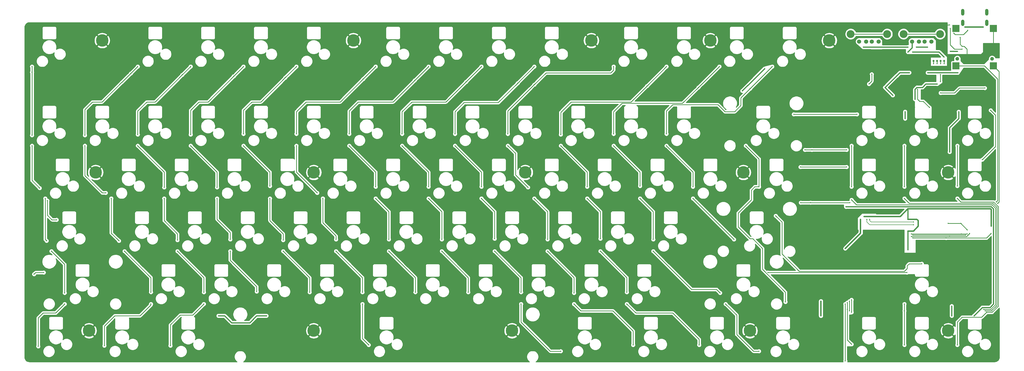
<source format=gbr>
G04 #@! TF.GenerationSoftware,KiCad,Pcbnew,(5.1.8)-1*
G04 #@! TF.CreationDate,2021-04-06T16:32:37+02:00*
G04 #@! TF.ProjectId,Keyboard_80_with_USB_HUB_V3,4b657962-6f61-4726-945f-3830255f7769,rev?*
G04 #@! TF.SameCoordinates,Original*
G04 #@! TF.FileFunction,Copper,L1,Top*
G04 #@! TF.FilePolarity,Positive*
%FSLAX46Y46*%
G04 Gerber Fmt 4.6, Leading zero omitted, Abs format (unit mm)*
G04 Created by KiCad (PCBNEW (5.1.8)-1) date 2021-04-06 16:32:37*
%MOMM*%
%LPD*%
G01*
G04 APERTURE LIST*
G04 #@! TA.AperFunction,ComponentPad*
%ADD10C,4.500000*%
G04 #@! TD*
G04 #@! TA.AperFunction,ComponentPad*
%ADD11C,2.819400*%
G04 #@! TD*
G04 #@! TA.AperFunction,ComponentPad*
%ADD12C,1.498600*%
G04 #@! TD*
G04 #@! TA.AperFunction,ComponentPad*
%ADD13O,1.200000X2.400000*%
G04 #@! TD*
G04 #@! TA.AperFunction,ComponentPad*
%ADD14O,1.158000X2.316000*%
G04 #@! TD*
G04 #@! TA.AperFunction,WasherPad*
%ADD15C,0.100000*%
G04 #@! TD*
G04 #@! TA.AperFunction,SMDPad,CuDef*
%ADD16R,2.500000X2.500000*%
G04 #@! TD*
G04 #@! TA.AperFunction,SMDPad,CuDef*
%ADD17C,0.750000*%
G04 #@! TD*
G04 #@! TA.AperFunction,ViaPad*
%ADD18C,0.450000*%
G04 #@! TD*
G04 #@! TA.AperFunction,Conductor*
%ADD19C,0.254000*%
G04 #@! TD*
G04 #@! TA.AperFunction,Conductor*
%ADD20C,0.381000*%
G04 #@! TD*
G04 #@! TA.AperFunction,Conductor*
%ADD21C,0.406400*%
G04 #@! TD*
G04 #@! TA.AperFunction,Conductor*
%ADD22C,0.508000*%
G04 #@! TD*
G04 #@! TA.AperFunction,Conductor*
%ADD23C,0.127000*%
G04 #@! TD*
G04 #@! TA.AperFunction,Conductor*
%ADD24C,0.100000*%
G04 #@! TD*
G04 APERTURE END LIST*
D10*
X19000000Y2375000D03*
X16625000Y-45125000D03*
X14250000Y-102125000D03*
X109250000Y2375000D03*
X95000000Y-45125000D03*
X95000000Y-102125000D03*
X194750000Y2375000D03*
X171000000Y-45125000D03*
X166250000Y-102125000D03*
X237500000Y2375000D03*
X249375000Y-45125000D03*
X251750000Y-102125000D03*
X280250000Y2375000D03*
X323000000Y-45125000D03*
X323000000Y-102125000D03*
D11*
X301070000Y4710000D03*
X287930000Y4710000D03*
D12*
X298000000Y2000000D03*
X295500000Y2000000D03*
X293500000Y2000000D03*
X291000000Y2000000D03*
D11*
X320070000Y4710000D03*
X306930000Y4710000D03*
D12*
X317000000Y2000000D03*
X314500000Y2000000D03*
X312500000Y2000000D03*
X310000000Y2000000D03*
D13*
X336820000Y12575000D03*
X328180000Y12575000D03*
D14*
X336820000Y8750000D03*
X328180000Y8750000D03*
G04 #@! TA.AperFunction,WasherPad*
D15*
G36*
X338845375Y-3557035D02*
G01*
X338907937Y-3569480D01*
X338968978Y-3587996D01*
X339027911Y-3612407D01*
X339084167Y-3642476D01*
X339137205Y-3677915D01*
X339186513Y-3718382D01*
X339231618Y-3763487D01*
X339272085Y-3812795D01*
X339307524Y-3865833D01*
X339337593Y-3922089D01*
X339362004Y-3981022D01*
X339380520Y-4042063D01*
X339392965Y-4104625D01*
X339399217Y-4168106D01*
X339399217Y-4231894D01*
X339392965Y-4295375D01*
X339380520Y-4357937D01*
X339362004Y-4418978D01*
X339337593Y-4477911D01*
X339307524Y-4534167D01*
X339272085Y-4587205D01*
X339231618Y-4636513D01*
X339186513Y-4681618D01*
X339137205Y-4722085D01*
X339084167Y-4757524D01*
X339027911Y-4787593D01*
X338968978Y-4812004D01*
X338907937Y-4830520D01*
X338845375Y-4842965D01*
X338781894Y-4849217D01*
X338718106Y-4849217D01*
X338654625Y-4842965D01*
X338592063Y-4830520D01*
X338531022Y-4812004D01*
X338472089Y-4787593D01*
X338415833Y-4757524D01*
X338362795Y-4722085D01*
X338313487Y-4681618D01*
X338268382Y-4636513D01*
X338227915Y-4587205D01*
X338192476Y-4534167D01*
X338162407Y-4477911D01*
X338137996Y-4418978D01*
X338119480Y-4357937D01*
X338107035Y-4295375D01*
X338100783Y-4231894D01*
X338100783Y-4168106D01*
X338107035Y-4104625D01*
X338119480Y-4042063D01*
X338137996Y-3981022D01*
X338162407Y-3922089D01*
X338192476Y-3865833D01*
X338227915Y-3812795D01*
X338268382Y-3763487D01*
X338313487Y-3718382D01*
X338362795Y-3677915D01*
X338415833Y-3642476D01*
X338472089Y-3612407D01*
X338531022Y-3587996D01*
X338592063Y-3569480D01*
X338654625Y-3557035D01*
X338718106Y-3550783D01*
X338781894Y-3550783D01*
X338845375Y-3557035D01*
G37*
G04 #@! TD.AperFunction*
G04 #@! TA.AperFunction,WasherPad*
G36*
X326345375Y-3557035D02*
G01*
X326407937Y-3569480D01*
X326468978Y-3587996D01*
X326527911Y-3612407D01*
X326584167Y-3642476D01*
X326637205Y-3677915D01*
X326686513Y-3718382D01*
X326731618Y-3763487D01*
X326772085Y-3812795D01*
X326807524Y-3865833D01*
X326837593Y-3922089D01*
X326862004Y-3981022D01*
X326880520Y-4042063D01*
X326892965Y-4104625D01*
X326899217Y-4168106D01*
X326899217Y-4231894D01*
X326892965Y-4295375D01*
X326880520Y-4357937D01*
X326862004Y-4418978D01*
X326837593Y-4477911D01*
X326807524Y-4534167D01*
X326772085Y-4587205D01*
X326731618Y-4636513D01*
X326686513Y-4681618D01*
X326637205Y-4722085D01*
X326584167Y-4757524D01*
X326527911Y-4787593D01*
X326468978Y-4812004D01*
X326407937Y-4830520D01*
X326345375Y-4842965D01*
X326281894Y-4849217D01*
X326218106Y-4849217D01*
X326154625Y-4842965D01*
X326092063Y-4830520D01*
X326031022Y-4812004D01*
X325972089Y-4787593D01*
X325915833Y-4757524D01*
X325862795Y-4722085D01*
X325813487Y-4681618D01*
X325768382Y-4636513D01*
X325727915Y-4587205D01*
X325692476Y-4534167D01*
X325662407Y-4477911D01*
X325637996Y-4418978D01*
X325619480Y-4357937D01*
X325607035Y-4295375D01*
X325600783Y-4231894D01*
X325600783Y-4168106D01*
X325607035Y-4104625D01*
X325619480Y-4042063D01*
X325637996Y-3981022D01*
X325662407Y-3922089D01*
X325692476Y-3865833D01*
X325727915Y-3812795D01*
X325768382Y-3763487D01*
X325813487Y-3718382D01*
X325862795Y-3677915D01*
X325915833Y-3642476D01*
X325972089Y-3612407D01*
X326031022Y-3587996D01*
X326092063Y-3569480D01*
X326154625Y-3557035D01*
X326218106Y-3550783D01*
X326281894Y-3550783D01*
X326345375Y-3557035D01*
G37*
G04 #@! TD.AperFunction*
D16*
X325750000Y6750000D03*
X325750000Y-6750000D03*
X339250000Y6750000D03*
X339250000Y-6750000D03*
D17*
X319000000Y-5000000D03*
X317750000Y-5000000D03*
X320250000Y-5000000D03*
X321500000Y-5000000D03*
D18*
X298250000Y-66500000D03*
X303750000Y-66500000D03*
X271500000Y-37000000D03*
X286500000Y-37000000D03*
X274000000Y-37000000D03*
X270000000Y-56000000D03*
X287650000Y-56000000D03*
X273500000Y-56000000D03*
X286000000Y-113000000D03*
X286000000Y-92500000D03*
X323750000Y6750000D03*
X328000000Y-750000D03*
X290200000Y-24175000D03*
X267475000Y-24175000D03*
X335250000Y-40500000D03*
X338250000Y-22750000D03*
X269900000Y-43175000D03*
X286475000Y-43175000D03*
X2575000Y-62175000D03*
X-750000Y-55250000D03*
X313500000Y-78000000D03*
X261000000Y-60750000D03*
X258170000Y-81170000D03*
X308170000Y-81170000D03*
X-2025000Y-81175000D03*
X-5500000Y-81750000D03*
X-6250000Y-7000000D03*
X-6250000Y-31750000D03*
X-6250000Y-35500000D03*
X-3500000Y-50750000D03*
X-1500000Y-54500000D03*
X-1000000Y-69750000D03*
X750000Y-73500000D03*
X5500000Y-88500000D03*
X5500000Y-92500000D03*
X-4000000Y-107750000D03*
X-6250000Y-9000000D03*
X31750000Y-7000000D03*
X12750000Y-31750000D03*
X12750000Y-35500000D03*
X20250000Y-52500000D03*
X22250000Y-54500000D03*
X25000000Y-69750000D03*
X27000000Y-73500000D03*
X36500000Y-88250000D03*
X36500000Y-92500000D03*
X19750000Y-107500000D03*
X29250000Y-9500000D03*
X50750000Y-7000000D03*
X31750000Y-31500000D03*
X31750000Y-35500000D03*
X41250000Y-50500000D03*
X41250000Y-54500000D03*
X46000000Y-69500000D03*
X46000000Y-73500000D03*
X55500000Y-88250000D03*
X55500000Y-92500000D03*
X43500000Y-107500000D03*
X47750000Y-10000000D03*
X69750000Y-7000000D03*
X50750000Y-31500000D03*
X50750000Y-35500000D03*
X60250000Y-50500000D03*
X60250000Y-54500000D03*
X65000000Y-69250000D03*
X65000000Y-73500000D03*
X74500000Y-88000000D03*
X66250000Y-10500000D03*
X88750000Y-7000000D03*
X69750000Y-31250000D03*
X69750000Y-35500000D03*
X79250000Y-50000000D03*
X79250000Y-54500000D03*
X84000000Y-69500000D03*
X84000000Y-73500000D03*
X93500000Y-88250000D03*
X84750000Y-11000000D03*
X117250000Y-7000000D03*
X88750000Y-31250000D03*
X88750000Y-35500000D03*
X96250000Y-52500000D03*
X98250000Y-54500000D03*
X103000000Y-69250000D03*
X103000000Y-73500000D03*
X112500000Y-88250000D03*
X112500000Y-92500000D03*
X114750000Y-107250000D03*
X112750000Y-11500000D03*
X136250000Y-7000000D03*
X107750000Y-31250000D03*
X107750000Y-35500000D03*
X117250000Y-50250000D03*
X117250000Y-54500000D03*
X122000000Y-69250000D03*
X122000000Y-73500000D03*
X131500000Y-88250000D03*
X131250000Y-12000000D03*
X155250000Y-7000000D03*
X126750000Y-31250000D03*
X126750000Y-35500000D03*
X136250000Y-50250000D03*
X136250000Y-54500000D03*
X141000000Y-69250000D03*
X141000000Y-73500000D03*
X150500000Y-88250000D03*
X149750000Y-12500000D03*
X174250000Y-7000000D03*
X145750000Y-31250000D03*
X145750000Y-35500000D03*
X155250000Y-50250000D03*
X155250000Y-54500000D03*
X160000000Y-69000000D03*
X160000000Y-73500000D03*
X169500000Y-88250000D03*
X169500000Y-92500000D03*
X183750000Y-109500000D03*
X168250000Y-13000000D03*
X202750000Y-7000000D03*
X164750000Y-31250000D03*
X164750000Y-35500000D03*
X172000000Y-50500000D03*
X174250000Y-54500000D03*
X179000000Y-69250000D03*
X179000000Y-73500000D03*
X188500000Y-88500000D03*
X188500000Y-92500000D03*
X209750000Y-107250000D03*
X174250000Y-13500000D03*
X221750000Y-7000000D03*
X183750000Y-31500000D03*
X183750000Y-35500000D03*
X193250000Y-50250000D03*
X193250000Y-54500000D03*
X198000000Y-69000000D03*
X198000000Y-73500000D03*
X207500000Y-88250000D03*
X207500000Y-92500000D03*
X233500000Y-107250000D03*
X214750000Y-14000000D03*
X240750000Y-7000000D03*
X202750000Y-31250000D03*
X202750000Y-35500000D03*
X212250000Y-50000000D03*
X212250000Y-54500000D03*
X217000000Y-69250000D03*
X217000000Y-73500000D03*
X241000000Y-88500000D03*
X243000000Y-92500000D03*
X255000000Y-109500000D03*
X233250000Y-14500000D03*
X259750000Y-7000000D03*
X221750000Y-31250000D03*
X221750000Y-35500000D03*
X231250000Y-50250000D03*
X231250000Y-54500000D03*
X246000000Y-69250000D03*
X251750000Y-15000000D03*
X250250000Y-35500000D03*
X255000000Y-50250000D03*
X264500000Y-91750000D03*
X288250000Y-35500000D03*
X288250000Y-50250000D03*
X288250000Y-55000000D03*
X288250000Y-107000000D03*
X286750000Y-92000000D03*
X286750000Y-94500000D03*
X335750000Y-94500000D03*
X307250000Y-35500000D03*
X307250000Y-50250000D03*
X307250000Y-54500000D03*
X307250000Y-107250000D03*
X307250000Y-92500000D03*
X336250000Y-95000000D03*
X307250000Y-95000000D03*
X287500000Y-91500000D03*
X287500000Y-95000000D03*
X288250000Y-91000000D03*
X288250000Y-95500000D03*
X336750000Y-95500000D03*
X326250000Y-35500000D03*
X326250000Y-50000000D03*
X326250000Y-54500000D03*
X326250000Y-107250000D03*
X60750000Y-96750000D03*
X78000000Y-96750000D03*
X324250000Y-93250000D03*
X324250000Y-96750000D03*
X326750000Y-23250000D03*
X326750000Y-25750000D03*
X307500000Y-23250000D03*
X307500000Y-25750000D03*
X257000000Y-7750000D03*
X249000000Y-15750000D03*
X286250000Y-57500000D03*
X332250000Y-96750000D03*
X277250000Y-91500000D03*
X277250000Y-96750000D03*
X323500000Y-37750000D03*
X291500000Y-62000000D03*
X286000000Y-72500000D03*
X305500000Y-13000000D03*
X305500000Y-16000000D03*
X308500000Y-16000000D03*
X308500000Y-13000000D03*
X307000000Y-14500000D03*
X298250000Y-69250000D03*
X303750000Y-69250000D03*
X301000000Y-66500000D03*
X233250000Y-98500000D03*
X257250000Y-98500000D03*
X288250000Y-98500000D03*
X305500000Y-98500000D03*
X209500000Y-98500000D03*
X114500000Y-98500000D03*
X42000000Y-98500000D03*
X19750000Y-98500000D03*
X19000000Y-81250000D03*
X50500000Y-81250000D03*
X68500000Y-81750000D03*
X88250000Y-81250000D03*
X107500000Y-81250000D03*
X126500000Y-81250000D03*
X145500000Y-81250000D03*
X164500000Y-81250000D03*
X183250000Y-81250000D03*
X202500000Y-81250000D03*
X221500000Y-81250000D03*
X254000000Y-83000000D03*
X26750000Y-60500000D03*
X46000000Y-60500000D03*
X65000000Y-60500000D03*
X84000000Y-60500000D03*
X103000000Y-60500000D03*
X120250000Y-60500000D03*
X139250000Y-60500000D03*
X158500000Y-60500000D03*
X177250000Y-60500000D03*
X196250000Y-60500000D03*
X215250000Y-60500000D03*
X36250000Y-43250000D03*
X55250000Y-43250000D03*
X74000000Y-43250000D03*
X112250000Y-43250000D03*
X131250000Y-43250000D03*
X150250000Y-43250000D03*
X188250000Y-43250000D03*
X207000000Y-43250000D03*
X226250000Y-43250000D03*
X250000000Y-22500000D03*
X220500000Y-22500000D03*
X201250000Y-22500000D03*
X182250000Y-22500000D03*
X163000000Y-22500000D03*
X144000000Y-22250000D03*
X125250000Y-22500000D03*
X106250000Y-22500000D03*
X87250000Y-22500000D03*
X68250000Y-22500000D03*
X49000000Y-22500000D03*
X30000000Y-22500000D03*
X11000000Y-22500000D03*
X45500000Y4250000D03*
X64750000Y4250000D03*
X83750000Y4250000D03*
X131000000Y4250000D03*
X150250000Y4250000D03*
X169250000Y4250000D03*
X216750000Y4250000D03*
X254500000Y4250000D03*
X186000000Y-98500000D03*
X268250000Y-43250000D03*
X302000000Y-43250000D03*
X320500000Y-24250000D03*
X301250000Y-24250000D03*
X328500000Y-39750000D03*
X299000000Y-27750000D03*
X247000000Y-57000000D03*
X258750000Y-63500000D03*
X133000000Y-63750000D03*
X57250000Y-63250000D03*
X11000000Y-64000000D03*
X326250000Y-96750000D03*
X305000000Y-75500000D03*
X303500000Y-73750000D03*
X299500000Y-58750000D03*
X295500000Y-58750000D03*
X-4500000Y-20000000D03*
X46250000Y-19000000D03*
X107750000Y-19000000D03*
X216750000Y-19000000D03*
X269750000Y8000000D03*
X175250000Y5750000D03*
X-5250000Y5750000D03*
X326950000Y-21650000D03*
X326050000Y-18900000D03*
X332500000Y-16650000D03*
X338250000Y-19000000D03*
X316000000Y-14250000D03*
X329000000Y7250000D03*
X335600000Y7250000D03*
X328000000Y250000D03*
X327250000Y3500000D03*
X273750000Y4250000D03*
X317000000Y-17750000D03*
X339750000Y-750000D03*
X337900000Y650000D03*
X330250000Y-3000000D03*
X334750000Y-3250000D03*
X336000000Y-3250000D03*
X329000000Y-12250000D03*
X331000000Y-12250000D03*
X337500000Y-24250000D03*
X314000000Y-18250000D03*
X302500000Y-9000000D03*
X309000000Y-7000000D03*
X301790000Y-59710000D03*
X312500000Y-70250000D03*
X317250000Y-70250000D03*
X312500000Y-73750000D03*
X317250000Y-74000000D03*
X337750000Y-44750000D03*
X322900000Y-4020000D03*
X320500000Y1500000D03*
X298000000Y-3500000D03*
X298000000Y-9250000D03*
X312000000Y-4250000D03*
X290000000Y-19750000D03*
X323500000Y8000000D03*
X340750000Y-56250000D03*
X340250000Y-55750000D03*
X308500000Y-1750000D03*
X310150000Y-1750000D03*
X321450000Y-3500000D03*
X315500000Y0D03*
X311500000Y0D03*
X292500000Y0D03*
X308500000Y0D03*
X308500000Y-62000000D03*
X308500000Y-58250000D03*
X308500000Y-66250000D03*
X308500000Y-73000000D03*
X338500000Y-64500000D03*
X308500000Y-72000000D03*
X292750000Y-61000000D03*
X323000000Y-63500000D03*
X329850000Y-65850000D03*
X327500000Y-63500000D03*
X338350000Y-67150000D03*
X310250000Y-68750000D03*
X322250000Y-68750000D03*
X330700000Y-67150000D03*
X309750000Y-68250000D03*
X323500000Y-68250000D03*
X329200000Y-67750000D03*
X310250000Y-67750000D03*
X329850000Y-67250000D03*
X309750000Y-67250000D03*
X327750000Y-67250000D03*
X320250000Y-16500000D03*
X336150000Y-14750000D03*
X322400000Y-9200000D03*
X326400000Y-9200000D03*
X315600000Y-9200000D03*
X304525000Y-10275000D03*
X309000000Y-9200000D03*
X300250000Y-14500000D03*
X303055200Y-17344800D03*
X311050000Y-18750000D03*
X311750000Y-14500000D03*
X319010000Y-13240000D03*
X317750000Y-6000000D03*
X319000000Y-6000000D03*
X321500000Y-6000000D03*
X320150000Y-12450000D03*
X320150000Y-9900000D03*
X320250000Y-6000000D03*
X316250000Y-21750000D03*
X312000000Y-15250000D03*
X326250000Y-1500000D03*
X323750000Y-1500000D03*
X295500000Y-9750000D03*
X294500000Y-13250000D03*
X294750000Y-62000000D03*
X310500000Y-63000000D03*
X293750000Y-62000000D03*
X310500000Y-64000000D03*
X330000000Y6000000D03*
X325000000Y5000000D03*
D19*
X286250000Y-37000000D02*
X286500000Y-37000000D01*
X278500000Y-37000000D02*
X286250000Y-37000000D01*
X271500000Y-37000000D02*
X274000000Y-37000000D01*
X274000000Y-37000000D02*
X278500000Y-37000000D01*
X270000000Y-56000000D02*
X273500000Y-56000000D01*
X278000000Y-56000000D02*
X287650000Y-56000000D01*
X273500000Y-56000000D02*
X278000000Y-56000000D01*
X286000000Y-107250000D02*
X286000000Y-113000000D01*
X286000000Y-107250000D02*
X286000000Y-92500000D01*
X323750000Y6750000D02*
X323750000Y750000D01*
X323750000Y750000D02*
X325250000Y-750000D01*
X325250000Y-750000D02*
X328000000Y-750000D01*
X290200000Y-24175000D02*
X267475000Y-24175000D01*
X335250000Y-40500000D02*
X340000000Y-35750000D01*
X340000000Y-24500000D02*
X338250000Y-22750000D01*
X340000000Y-35750000D02*
X340000000Y-24500000D01*
X269900000Y-43175000D02*
X286475000Y-43175000D01*
X2575000Y-62175000D02*
X925000Y-62175000D01*
X925000Y-62175000D02*
X-750000Y-60500000D01*
X-750000Y-60500000D02*
X-750000Y-55250000D01*
X313500000Y-78000000D02*
X309000000Y-78000000D01*
X309000000Y-78000000D02*
X308250000Y-78750000D01*
X308250000Y-78750000D02*
X308250000Y-79750000D01*
X308250000Y-79750000D02*
X307250000Y-80750000D01*
X307250000Y-80750000D02*
X269500000Y-80750000D01*
X269500000Y-80750000D02*
X263250000Y-74500000D01*
X263250000Y-74500000D02*
X263250000Y-63000000D01*
X263250000Y-63000000D02*
X261250000Y-61000000D01*
X261250000Y-61000000D02*
X261000000Y-60750000D01*
X258170000Y-81170000D02*
X308170000Y-81170000D01*
X-4925000Y-81175000D02*
X-5500000Y-81750000D01*
X-2025000Y-81175000D02*
X-4925000Y-81175000D01*
X-6250000Y-7000000D02*
X-6250000Y-9000000D01*
X-6250000Y-18000000D02*
X-6250000Y-31750000D01*
X-6250000Y-35500000D02*
X-6250000Y-39250000D01*
X-6250000Y-48000000D02*
X-3500000Y-50750000D01*
X-6250000Y-39250000D02*
X-6250000Y-48000000D01*
X-1500000Y-54500000D02*
X-1500000Y-67250000D01*
X-1500000Y-69250000D02*
X-1000000Y-69750000D01*
X-1500000Y-67250000D02*
X-1500000Y-69250000D01*
X750000Y-73500000D02*
X2000000Y-74750000D01*
X2000000Y-74750000D02*
X5500000Y-78250000D01*
X5500000Y-78250000D02*
X5500000Y-88500000D01*
X5500000Y-92500000D02*
X2250000Y-95750000D01*
X2250000Y-95750000D02*
X-2250000Y-95750000D01*
X-4000000Y-97500000D02*
X-4000000Y-107750000D01*
X-2250000Y-95750000D02*
X-4000000Y-97500000D01*
X-6250000Y-9000000D02*
X-6250000Y-18000000D01*
X12750000Y-35500000D02*
X12750000Y-40750000D01*
X12750000Y-40750000D02*
X12750000Y-46250000D01*
X19000000Y-52500000D02*
X20250000Y-52500000D01*
X12750000Y-46250000D02*
X19000000Y-52500000D01*
X22250000Y-54500000D02*
X22250000Y-67000000D01*
X22250000Y-67000000D02*
X24250000Y-69000000D01*
X24250000Y-69000000D02*
X25000000Y-69750000D01*
X27000000Y-73500000D02*
X36500000Y-83000000D01*
X36500000Y-83000000D02*
X36500000Y-88250000D01*
X36500000Y-92818198D02*
X32568198Y-96750000D01*
X36500000Y-92500000D02*
X36500000Y-92818198D01*
X32568198Y-96750000D02*
X23500000Y-96750000D01*
X19750000Y-100500000D02*
X19750000Y-107500000D01*
X23500000Y-96750000D02*
X19750000Y-100500000D01*
X31750000Y-7000000D02*
X29250000Y-9500000D01*
X25915726Y-12750000D02*
X18915726Y-19750000D01*
X26000000Y-12750000D02*
X25915726Y-12750000D01*
X18915726Y-19750000D02*
X15500000Y-19750000D01*
X12750000Y-22500000D02*
X12750000Y-31750000D01*
X15500000Y-19750000D02*
X12750000Y-22500000D01*
X29250000Y-9500000D02*
X26000000Y-12750000D01*
X50750000Y-7000000D02*
X47750000Y-10000000D01*
X38000000Y-19750000D02*
X35000000Y-19750000D01*
X31750000Y-23000000D02*
X31750000Y-31500000D01*
X35000000Y-19750000D02*
X31750000Y-23000000D01*
X41250000Y-45000000D02*
X41250000Y-50500000D01*
X31750000Y-35500000D02*
X41250000Y-45000000D01*
X41250000Y-54500000D02*
X41250000Y-57750000D01*
X41250000Y-57750000D02*
X41250000Y-62500000D01*
X46000000Y-67250000D02*
X46000000Y-69500000D01*
X41250000Y-62500000D02*
X46000000Y-67250000D01*
X55500000Y-83000000D02*
X55500000Y-88250000D01*
X46000000Y-73500000D02*
X55500000Y-83000000D01*
X55500000Y-92500000D02*
X51500000Y-96500000D01*
X51500000Y-96500000D02*
X47000000Y-96500000D01*
X43500000Y-100000000D02*
X43500000Y-107500000D01*
X47000000Y-96500000D02*
X43500000Y-100000000D01*
X47750000Y-10000000D02*
X38000000Y-19750000D01*
X69750000Y-7000000D02*
X66250000Y-10500000D01*
X57000000Y-19750000D02*
X53750000Y-19750000D01*
X50750000Y-22750000D02*
X50750000Y-31500000D01*
X53750000Y-19750000D02*
X50750000Y-22750000D01*
X60250000Y-45000000D02*
X60250000Y-50500000D01*
X50750000Y-35500000D02*
X60250000Y-45000000D01*
X60250000Y-54500000D02*
X60250000Y-58500000D01*
X60250000Y-58500000D02*
X60250000Y-62000000D01*
X65000000Y-66750000D02*
X65000000Y-69250000D01*
X60250000Y-62000000D02*
X65000000Y-66750000D01*
X65000000Y-73500000D02*
X65000000Y-75750000D01*
X65000000Y-75750000D02*
X65000000Y-76750000D01*
X74500000Y-86250000D02*
X74500000Y-88000000D01*
X65000000Y-76750000D02*
X74500000Y-86250000D01*
X66250000Y-10500000D02*
X57000000Y-19750000D01*
X88750000Y-7000000D02*
X84750000Y-11000000D01*
X76000000Y-19750000D02*
X75915726Y-19750000D01*
X75915726Y-19750000D02*
X72750000Y-19750000D01*
X72750000Y-19750000D02*
X69750000Y-22750000D01*
X69750000Y-22750000D02*
X69750000Y-31250000D01*
X69750000Y-35500000D02*
X79250000Y-45000000D01*
X79250000Y-45000000D02*
X79250000Y-50000000D01*
X79250000Y-54500000D02*
X79250000Y-59000000D01*
X79250000Y-59000000D02*
X79250000Y-62500000D01*
X84000000Y-67250000D02*
X84000000Y-69500000D01*
X79250000Y-62500000D02*
X84000000Y-67250000D01*
X84000000Y-73500000D02*
X93500000Y-83000000D01*
X93500000Y-83000000D02*
X93500000Y-88250000D01*
X84750000Y-11000000D02*
X76000000Y-19750000D01*
X117250000Y-7000000D02*
X112750000Y-11500000D01*
X104500000Y-19750000D02*
X92250000Y-19750000D01*
X88750000Y-23250000D02*
X88750000Y-31250000D01*
X92250000Y-19750000D02*
X88750000Y-23250000D01*
X88750000Y-35500000D02*
X88750000Y-39250000D01*
X88750000Y-39250000D02*
X88750000Y-42500000D01*
X88750000Y-42500000D02*
X88750000Y-45000000D01*
X88750000Y-45000000D02*
X96250000Y-52500000D01*
X98250000Y-54500000D02*
X98250000Y-57500000D01*
X98250000Y-57500000D02*
X98250000Y-63250000D01*
X98250000Y-63250000D02*
X103000000Y-68000000D01*
X103000000Y-68000000D02*
X103000000Y-69250000D01*
X103000000Y-73500000D02*
X112500000Y-83000000D01*
X112500000Y-83000000D02*
X112500000Y-88250000D01*
X112500000Y-92500000D02*
X112500000Y-101750000D01*
X112500000Y-105000000D02*
X114750000Y-107250000D01*
X112500000Y-101750000D02*
X112500000Y-105000000D01*
X112750000Y-11500000D02*
X104500000Y-19750000D01*
X136250000Y-7000000D02*
X131250000Y-12000000D01*
X123500000Y-19750000D02*
X111000000Y-19750000D01*
X107750000Y-23000000D02*
X107750000Y-31250000D01*
X111000000Y-19750000D02*
X107750000Y-23000000D01*
X107750000Y-35500000D02*
X117250000Y-45000000D01*
X117250000Y-45000000D02*
X117250000Y-50250000D01*
X122000000Y-59250000D02*
X122000000Y-69250000D01*
X117250000Y-54500000D02*
X122000000Y-59250000D01*
X131500000Y-83000000D02*
X131500000Y-88250000D01*
X122000000Y-73500000D02*
X131500000Y-83000000D01*
X131250000Y-12000000D02*
X123500000Y-19750000D01*
X155250000Y-7000000D02*
X149750000Y-12500000D01*
X142500000Y-19750000D02*
X130250000Y-19750000D01*
X126750000Y-23250000D02*
X126750000Y-31250000D01*
X130250000Y-19750000D02*
X126750000Y-23250000D01*
X126750000Y-35500000D02*
X136250000Y-45000000D01*
X136250000Y-45000000D02*
X136250000Y-50250000D01*
X141000000Y-59250000D02*
X141000000Y-69250000D01*
X136250000Y-54500000D02*
X141000000Y-59250000D01*
X150500000Y-83000000D02*
X150500000Y-88250000D01*
X141000000Y-73500000D02*
X150500000Y-83000000D01*
X149750000Y-12500000D02*
X142500000Y-19750000D01*
X174250000Y-7000000D02*
X168250000Y-13000000D01*
X161250000Y-20000000D02*
X149000000Y-20000000D01*
X145750000Y-23250000D02*
X145750000Y-31250000D01*
X149000000Y-20000000D02*
X145750000Y-23250000D01*
X145750000Y-35500000D02*
X155250000Y-45000000D01*
X155250000Y-45000000D02*
X155250000Y-50250000D01*
X160000000Y-59250000D02*
X160000000Y-69000000D01*
X155250000Y-54500000D02*
X160000000Y-59250000D01*
X169500000Y-83000000D02*
X169500000Y-88250000D01*
X160000000Y-73500000D02*
X169500000Y-83000000D01*
X169500000Y-92500000D02*
X169500000Y-95750000D01*
X169500000Y-95750000D02*
X169500000Y-99000000D01*
X180000000Y-109500000D02*
X183750000Y-109500000D01*
X169500000Y-99000000D02*
X180000000Y-109500000D01*
X168250000Y-13000000D02*
X161250000Y-20000000D01*
X164750000Y-35500000D02*
X167500000Y-38250000D01*
X167500000Y-46000000D02*
X172000000Y-50500000D01*
X167500000Y-38250000D02*
X167500000Y-46000000D01*
X179000000Y-59250000D02*
X179000000Y-69250000D01*
X174250000Y-54500000D02*
X179000000Y-59250000D01*
X188500000Y-83000000D02*
X188500000Y-88500000D01*
X179000000Y-73500000D02*
X188500000Y-83000000D01*
X188500000Y-92500000D02*
X191000000Y-95000000D01*
X191000000Y-95000000D02*
X202500000Y-95000000D01*
X209750000Y-102250000D02*
X209750000Y-107250000D01*
X202500000Y-95000000D02*
X209750000Y-102250000D01*
X202750000Y-8250000D02*
X202750000Y-7000000D01*
X201750000Y-9250000D02*
X202750000Y-8250000D01*
X178500000Y-9250000D02*
X201750000Y-9250000D01*
X164750000Y-23000000D02*
X174250000Y-13500000D01*
X164750000Y-31250000D02*
X164750000Y-23000000D01*
X174250000Y-13500000D02*
X178500000Y-9250000D01*
X221750000Y-7000000D02*
X214750000Y-14000000D01*
X209000000Y-19750000D02*
X194250000Y-19750000D01*
X194250000Y-19750000D02*
X187500000Y-19750000D01*
X183750000Y-23500000D02*
X183750000Y-31500000D01*
X187500000Y-19750000D02*
X183750000Y-23500000D01*
X183750000Y-35500000D02*
X193250000Y-45000000D01*
X193250000Y-45000000D02*
X193250000Y-50250000D01*
X198000000Y-59250000D02*
X198000000Y-69000000D01*
X193250000Y-54500000D02*
X198000000Y-59250000D01*
X198000000Y-73500000D02*
X207500000Y-83000000D01*
X207500000Y-83000000D02*
X207500000Y-88250000D01*
X207500000Y-92500000D02*
X210750000Y-95750000D01*
X210750000Y-95750000D02*
X224000000Y-95750000D01*
X233500000Y-105250000D02*
X233500000Y-107250000D01*
X224000000Y-95750000D02*
X233500000Y-105250000D01*
X214750000Y-14000000D02*
X209000000Y-19750000D01*
X240750000Y-7000000D02*
X233250000Y-14500000D01*
X227500000Y-20250000D02*
X205750000Y-20250000D01*
X202750000Y-23250000D02*
X202750000Y-31250000D01*
X205750000Y-20250000D02*
X202750000Y-23250000D01*
X212250000Y-45000000D02*
X212250000Y-50000000D01*
X202750000Y-35500000D02*
X212250000Y-45000000D01*
X217000000Y-59250000D02*
X217000000Y-69250000D01*
X212250000Y-54500000D02*
X217000000Y-59250000D01*
X217000000Y-73500000D02*
X230750000Y-87250000D01*
X230750000Y-87250000D02*
X239750000Y-87250000D01*
X239750000Y-87250000D02*
X241000000Y-88500000D01*
X243000000Y-92500000D02*
X247000000Y-96500000D01*
X247000000Y-96500000D02*
X247000000Y-103500000D01*
X253000000Y-109500000D02*
X255000000Y-109500000D01*
X247000000Y-103500000D02*
X253000000Y-109500000D01*
X233250000Y-14500000D02*
X227500000Y-20250000D01*
X259750000Y-7000000D02*
X251750000Y-15000000D01*
X248500000Y-18250000D02*
X248500000Y-21000000D01*
X248500000Y-21000000D02*
X246250000Y-23250000D01*
X246250000Y-23250000D02*
X242750000Y-23250000D01*
X242750000Y-23250000D02*
X240250000Y-20750000D01*
X240250000Y-20750000D02*
X224000000Y-20750000D01*
X221750000Y-23000000D02*
X221750000Y-31250000D01*
X224000000Y-20750000D02*
X221750000Y-23000000D01*
X221750000Y-35500000D02*
X231250000Y-45000000D01*
X231250000Y-45000000D02*
X231250000Y-50250000D01*
X231250000Y-54500000D02*
X246000000Y-69250000D01*
X251750000Y-15000000D02*
X248500000Y-18250000D01*
X255000000Y-40250000D02*
X255000000Y-50250000D01*
X250250000Y-35500000D02*
X255000000Y-40250000D01*
X255000000Y-50250000D02*
X253500000Y-50250000D01*
X253500000Y-50250000D02*
X252250000Y-51500000D01*
X252250000Y-51500000D02*
X252250000Y-55000000D01*
X252250000Y-55000000D02*
X247500000Y-59750000D01*
X247500000Y-59750000D02*
X247500000Y-64750000D01*
X247500000Y-64750000D02*
X251750000Y-69000000D01*
X251750000Y-69000000D02*
X252750000Y-69000000D01*
X252750000Y-69000000D02*
X256250000Y-72500000D01*
X256250000Y-72500000D02*
X256250000Y-80000000D01*
X256250000Y-80000000D02*
X264500000Y-88250000D01*
X264500000Y-88250000D02*
X264500000Y-91750000D01*
X288250000Y-35500000D02*
X288250000Y-45000000D01*
X288250000Y-45000000D02*
X288250000Y-50250000D01*
X286750000Y-92000000D02*
X286750000Y-94500000D01*
X340000000Y-58000000D02*
X340000000Y-92750000D01*
X338750000Y-56750000D02*
X340000000Y-58000000D01*
X290000000Y-56750000D02*
X338750000Y-56750000D01*
X340000000Y-92750000D02*
X338250000Y-94500000D01*
X288250000Y-55000000D02*
X290000000Y-56750000D01*
X338250000Y-94500000D02*
X335750000Y-94500000D01*
X286750000Y-105500000D02*
X288250000Y-107000000D01*
X286750000Y-94500000D02*
X286750000Y-105500000D01*
X307250000Y-35500000D02*
X307250000Y-39500000D01*
X307250000Y-39500000D02*
X307250000Y-50250000D01*
X307250000Y-54500000D02*
X309000000Y-56250000D01*
X309000000Y-56250000D02*
X320250000Y-56250000D01*
X320250000Y-56250000D02*
X331500000Y-56250000D01*
X331500000Y-56250000D02*
X335500000Y-56250000D01*
X335500000Y-56250000D02*
X339000000Y-56250000D01*
X339000000Y-56250000D02*
X340500000Y-57750000D01*
X340500000Y-57750000D02*
X340500000Y-59750000D01*
X307250000Y-99000000D02*
X307250000Y-107250000D01*
X307250000Y-92500000D02*
X307250000Y-99000000D01*
X340500000Y-59750000D02*
X340500000Y-60250000D01*
X340500000Y-60250000D02*
X340500000Y-68500000D01*
X340500000Y-68500000D02*
X340500000Y-68750000D01*
X340500000Y-68750000D02*
X340500000Y-75250000D01*
X340500000Y-75250000D02*
X340500000Y-88000000D01*
X340500000Y-88000000D02*
X340500000Y-92250000D01*
X340500000Y-92250000D02*
X340500000Y-93000000D01*
X340500000Y-93000000D02*
X339750000Y-93750000D01*
X339750000Y-93750000D02*
X339000000Y-94500000D01*
X338500000Y-95000000D02*
X336250000Y-95000000D01*
X339000000Y-94500000D02*
X338500000Y-95000000D01*
X287500000Y-91500000D02*
X287500000Y-95000000D01*
X288250000Y-91000000D02*
X288250000Y-95500000D01*
X326250000Y-35500000D02*
X326250000Y-39500000D01*
X326250000Y-39500000D02*
X326250000Y-50000000D01*
X326250000Y-54500000D02*
X327500000Y-55750000D01*
X327500000Y-55750000D02*
X335500000Y-55750000D01*
X335500000Y-55750000D02*
X339250000Y-55750000D01*
X339250000Y-55750000D02*
X341000000Y-57500000D01*
X341000000Y-57500000D02*
X341000000Y-59750000D01*
X326250000Y-99000000D02*
X326250000Y-107250000D01*
X328000000Y-97250000D02*
X326250000Y-99000000D01*
X338750000Y-95500000D02*
X336750000Y-95500000D01*
X341000000Y-93250000D02*
X338750000Y-95500000D01*
X341000000Y-59750000D02*
X341000000Y-93250000D01*
X335000000Y-97250000D02*
X336750000Y-95500000D01*
X328000000Y-97250000D02*
X335000000Y-97250000D01*
D20*
X60750000Y-96750000D02*
X63000000Y-96750000D01*
X63000000Y-96750000D02*
X65500000Y-99250000D01*
X65500000Y-99250000D02*
X72000000Y-99250000D01*
X74500000Y-96750000D02*
X78000000Y-96750000D01*
X72000000Y-99250000D02*
X74500000Y-96750000D01*
X324250000Y-93250000D02*
X324250000Y-96750000D01*
D21*
X326750000Y-23250000D02*
X326750000Y-25750000D01*
X307500000Y-23250000D02*
X307500000Y-25750000D01*
X257000000Y-7750000D02*
X252750000Y-12000000D01*
X252750000Y-12000000D02*
X249000000Y-15750000D01*
D20*
X286250000Y-57500000D02*
X328000000Y-57500000D01*
X328000000Y-57500000D02*
X338500000Y-57500000D01*
X338500000Y-57500000D02*
X339250000Y-58250000D01*
X339250000Y-58250000D02*
X339250000Y-91750000D01*
X339250000Y-91750000D02*
X339250000Y-92500000D01*
X339250000Y-92500000D02*
X338000000Y-93750000D01*
X338000000Y-93750000D02*
X335250000Y-93750000D01*
X335250000Y-93750000D02*
X332750000Y-96250000D01*
X332750000Y-96250000D02*
X332250000Y-96750000D01*
D22*
X277250000Y-91500000D02*
X277250000Y-96750000D01*
D20*
X323500000Y-29000000D02*
X326750000Y-25750000D01*
X323500000Y-37750000D02*
X323500000Y-29000000D01*
D22*
X291500000Y-67000000D02*
X286000000Y-72500000D01*
X291500000Y-62000000D02*
X291500000Y-67000000D01*
X329000000Y7250000D02*
X335600000Y7250000D01*
D19*
X328000000Y250000D02*
X328750000Y250000D01*
X328750000Y250000D02*
X329750000Y-750000D01*
X329750000Y-750000D02*
X329750000Y-3000000D01*
X339250000Y6750000D02*
X339250000Y1000000D01*
X327250000Y1000000D02*
X328000000Y250000D01*
X327250000Y3500000D02*
X327250000Y1000000D01*
X323500000Y8000000D02*
X322250000Y8000000D01*
X339250000Y-6750000D02*
X341250000Y-8750000D01*
X341250000Y-8750000D02*
X341250000Y-13250000D01*
X341250000Y-13250000D02*
X341250000Y-22500000D01*
X341250000Y-22500000D02*
X341250000Y-26250000D01*
X341250000Y-26250000D02*
X341250000Y-54000000D01*
X341250000Y-54000000D02*
X341250000Y-54250000D01*
X341250000Y-55750000D02*
X340750000Y-56250000D01*
X341250000Y-54250000D02*
X341250000Y-55750000D01*
X325750000Y-6750000D02*
X336000000Y-6750000D01*
X336000000Y-6750000D02*
X340750000Y-11500000D01*
X340750000Y-11500000D02*
X340750000Y-18000000D01*
X340750000Y-18000000D02*
X340750000Y-18250000D01*
X340750000Y-18250000D02*
X340750000Y-24250000D01*
X340750000Y-24250000D02*
X340750000Y-54250000D01*
X340750000Y-55250000D02*
X340250000Y-55750000D01*
X340750000Y-54250000D02*
X340750000Y-55250000D01*
D20*
X310000000Y2000000D02*
X310000000Y-250000D01*
X310000000Y-250000D02*
X308500000Y-1750000D01*
X319700000Y-1750000D02*
X321450000Y-3500000D01*
X310150000Y-1750000D02*
X319700000Y-1750000D01*
D19*
X306930000Y4710000D02*
X320070000Y4710000D01*
X287930000Y4710000D02*
X301070000Y4710000D01*
D20*
X315500000Y0D02*
X311500000Y0D01*
X296500000Y0D02*
X292500000Y0D01*
X296500000Y0D02*
X302500000Y0D01*
X302500000Y0D02*
X308500000Y0D01*
D22*
X305750000Y-61000000D02*
X308500000Y-58250000D01*
X308500000Y-58250000D02*
X318500000Y-58250000D01*
X318500000Y-58250000D02*
X326000000Y-58250000D01*
X326000000Y-58250000D02*
X338250000Y-58250000D01*
X338250000Y-58250000D02*
X338500000Y-58500000D01*
X338500000Y-58500000D02*
X338500000Y-64500000D01*
D20*
X308500000Y-58250000D02*
X308500000Y-62000000D01*
X308500000Y-72000000D02*
X308500000Y-73000000D01*
X308500000Y-66250000D02*
X308500000Y-72000000D01*
D22*
X292750000Y-61000000D02*
X305750000Y-61000000D01*
X308500000Y-62000000D02*
X311750000Y-62000000D01*
X311750000Y-62000000D02*
X312250000Y-62500000D01*
X312250000Y-62500000D02*
X312250000Y-64500000D01*
X310500000Y-66250000D02*
X308500000Y-66250000D01*
X312250000Y-64500000D02*
X310500000Y-66250000D01*
D19*
X327500000Y-63500000D02*
X329850000Y-65850000D01*
X323000000Y-63500000D02*
X327500000Y-63500000D01*
X336750000Y-68750000D02*
X338350000Y-67150000D01*
X322250000Y-68750000D02*
X336750000Y-68750000D01*
X310250000Y-68750000D02*
X322250000Y-68750000D01*
X329600000Y-68250000D02*
X330700000Y-67150000D01*
X323500000Y-68250000D02*
X329600000Y-68250000D01*
X309750000Y-68250000D02*
X323500000Y-68250000D01*
X327500000Y-67750000D02*
X329200000Y-67750000D01*
X310250000Y-67750000D02*
X327500000Y-67750000D01*
X309750000Y-67250000D02*
X327500000Y-67250000D01*
X327750000Y-67250000D02*
X329850000Y-67250000D01*
X327500000Y-67250000D02*
X327750000Y-67250000D01*
X320250000Y-16500000D02*
X325250000Y-16500000D01*
X325250000Y-16500000D02*
X327000000Y-14750000D01*
X327000000Y-14750000D02*
X334750000Y-14750000D01*
X334750000Y-14750000D02*
X336150000Y-14750000D01*
D20*
X322400000Y-9200000D02*
X326400000Y-9200000D01*
X322400000Y-9200000D02*
X315600000Y-9200000D01*
X304475000Y-10275000D02*
X304525000Y-10275000D01*
X300250000Y-14500000D02*
X304475000Y-10275000D01*
X305600000Y-9200000D02*
X304525000Y-10275000D01*
X309000000Y-9200000D02*
X305600000Y-9200000D01*
X303055200Y-17305200D02*
X303055200Y-17344800D01*
X300250000Y-14500000D02*
X303055200Y-17305200D01*
X311050000Y-15200000D02*
X311750000Y-14500000D01*
X311050000Y-18750000D02*
X311050000Y-15200000D01*
X311750000Y-14500000D02*
X313700000Y-14500000D01*
X314960000Y-13240000D02*
X319010000Y-13240000D01*
X313700000Y-14500000D02*
X314960000Y-13240000D01*
D19*
X317750000Y-6000000D02*
X317750000Y-5000000D01*
X319000000Y-6000000D02*
X319000000Y-5000000D01*
X321500000Y-6000000D02*
X321500000Y-5500000D01*
X321500000Y-5500000D02*
X321500000Y-5000000D01*
X320150000Y-12450000D02*
X320150000Y-9900000D01*
X320250000Y-6000000D02*
X320250000Y-5000000D01*
X316250000Y-21750000D02*
X314000000Y-19500000D01*
X314000000Y-19500000D02*
X312750000Y-19500000D01*
X312000000Y-18750000D02*
X312000000Y-15250000D01*
X312750000Y-19500000D02*
X312000000Y-18750000D01*
D20*
X326250000Y-1500000D02*
X323750000Y-1500000D01*
D19*
X295500000Y-12250000D02*
X294500000Y-13250000D01*
X295500000Y-9750000D02*
X295500000Y-12250000D01*
D23*
X294750000Y-62500000D02*
X294750000Y-62000000D01*
X295250000Y-63000000D02*
X294750000Y-62500000D01*
X310500000Y-63000000D02*
X295250000Y-63000000D01*
X293750000Y-63000000D02*
X293750000Y-62000000D01*
X294750000Y-64000000D02*
X293750000Y-63000000D01*
X294750000Y-64000000D02*
X310500000Y-64000000D01*
D19*
X330000000Y6000000D02*
X328500000Y4500000D01*
X325500000Y4500000D02*
X325000000Y5000000D01*
X328500000Y4500000D02*
X325500000Y4500000D01*
X322623000Y-2500000D02*
X322625440Y-2524776D01*
X322632667Y-2548601D01*
X322644403Y-2570557D01*
X322660197Y-2589803D01*
X322679443Y-2605597D01*
X322701399Y-2617333D01*
X322725224Y-2624560D01*
X322750000Y-2627000D01*
X334750000Y-2627000D01*
X334774776Y-2624560D01*
X334798601Y-2617333D01*
X334820557Y-2605597D01*
X334839803Y-2589803D01*
X335589803Y-1839803D01*
X335605597Y-1820557D01*
X335617333Y-1798601D01*
X335624560Y-1774776D01*
X335627000Y-1750000D01*
X335627000Y1373000D01*
X341340001Y1373000D01*
X341340001Y-3873000D01*
X339993627Y-3873000D01*
X339961513Y-3767137D01*
X339912751Y-3649414D01*
X339853787Y-3539099D01*
X339782995Y-3433151D01*
X339703642Y-3336459D01*
X339613541Y-3246358D01*
X339516849Y-3167005D01*
X339410901Y-3096213D01*
X339300586Y-3037249D01*
X339182863Y-2988487D01*
X339063167Y-2952177D01*
X338938193Y-2927318D01*
X338813711Y-2915058D01*
X338686289Y-2915058D01*
X338561807Y-2927318D01*
X338436833Y-2952177D01*
X338317137Y-2988487D01*
X338199414Y-3037249D01*
X338089099Y-3096213D01*
X337983151Y-3167005D01*
X337886459Y-3246358D01*
X337796358Y-3336459D01*
X337717005Y-3433151D01*
X337646213Y-3539099D01*
X337587249Y-3649414D01*
X337538487Y-3767137D01*
X337502177Y-3886833D01*
X337477318Y-4011807D01*
X337465058Y-4136289D01*
X337465058Y-4263711D01*
X337473273Y-4347121D01*
X335832394Y-5988000D01*
X328517606Y-5988000D01*
X327527000Y-4997394D01*
X327527000Y-4344350D01*
X327534942Y-4263711D01*
X327534942Y-4136289D01*
X327527000Y-4055650D01*
X327527000Y-4000000D01*
X327524560Y-3975224D01*
X327517333Y-3951399D01*
X327506715Y-3931534D01*
X327497823Y-3886833D01*
X327461513Y-3767137D01*
X327412751Y-3649414D01*
X327353787Y-3539099D01*
X327282995Y-3433151D01*
X327203642Y-3336459D01*
X327113541Y-3246358D01*
X327016849Y-3167005D01*
X326910901Y-3096213D01*
X326800586Y-3037249D01*
X326682863Y-2988487D01*
X326563167Y-2952177D01*
X326438193Y-2927318D01*
X326313711Y-2915058D01*
X326186289Y-2915058D01*
X326061807Y-2927318D01*
X325936833Y-2952177D01*
X325817137Y-2988487D01*
X325699414Y-3037249D01*
X325589099Y-3096213D01*
X325483151Y-3167005D01*
X325386459Y-3246358D01*
X325296358Y-3336459D01*
X325217005Y-3433151D01*
X325146213Y-3539099D01*
X325087249Y-3649414D01*
X325038487Y-3767137D01*
X325002177Y-3886833D01*
X324993285Y-3931534D01*
X324982667Y-3951399D01*
X324975440Y-3975224D01*
X324973000Y-4000000D01*
X324973000Y-4055650D01*
X324965058Y-4136289D01*
X324965058Y-4263711D01*
X324973000Y-4344350D01*
X324973000Y-4861928D01*
X324500000Y-4861928D01*
X324375518Y-4874188D01*
X324255820Y-4910498D01*
X324145506Y-4969463D01*
X324048815Y-5048815D01*
X323969463Y-5145506D01*
X323910498Y-5255820D01*
X323874188Y-5375518D01*
X323861928Y-5500000D01*
X323861928Y-8000000D01*
X323873000Y-8112420D01*
X323873000Y-8323000D01*
X315600000Y-8323000D01*
X315575224Y-8325440D01*
X315551399Y-8332667D01*
X315537680Y-8340000D01*
X315515297Y-8340000D01*
X315349147Y-8373049D01*
X315192637Y-8437878D01*
X315051782Y-8531995D01*
X314931995Y-8651782D01*
X314837878Y-8792637D01*
X314773049Y-8949147D01*
X314740000Y-9115297D01*
X314740000Y-9284703D01*
X314773049Y-9450853D01*
X314837878Y-9607363D01*
X314931995Y-9748218D01*
X315051782Y-9868005D01*
X315192637Y-9962122D01*
X315349147Y-10026951D01*
X315515297Y-10060000D01*
X315684703Y-10060000D01*
X315850853Y-10026951D01*
X315854356Y-10025500D01*
X318573000Y-10025500D01*
X318573000Y-12414500D01*
X315000550Y-12414500D01*
X314959999Y-12410506D01*
X314919449Y-12414500D01*
X314919447Y-12414500D01*
X314798174Y-12426444D01*
X314692239Y-12458579D01*
X314642566Y-12473647D01*
X314499157Y-12550301D01*
X314457239Y-12584703D01*
X314373459Y-12653459D01*
X314347606Y-12684961D01*
X313358068Y-13674500D01*
X312004356Y-13674500D01*
X312000853Y-13673049D01*
X311834703Y-13640000D01*
X311665297Y-13640000D01*
X311499147Y-13673049D01*
X311342637Y-13737878D01*
X311201782Y-13831995D01*
X311081995Y-13951782D01*
X310987878Y-14092637D01*
X310986427Y-14096140D01*
X310494961Y-14587607D01*
X310463460Y-14613459D01*
X310423766Y-14661826D01*
X310360301Y-14739158D01*
X310283647Y-14882567D01*
X310236445Y-15038174D01*
X310220506Y-15200000D01*
X310224501Y-15240560D01*
X310224500Y-18495644D01*
X310223049Y-18499147D01*
X310190000Y-18665297D01*
X310190000Y-18834703D01*
X310223049Y-19000853D01*
X310287878Y-19157363D01*
X310381995Y-19298218D01*
X310501782Y-19418005D01*
X310642637Y-19512122D01*
X310799147Y-19576951D01*
X310873000Y-19591641D01*
X310873000Y-21500000D01*
X310875440Y-21524776D01*
X310882667Y-21548601D01*
X310894403Y-21570557D01*
X310910197Y-21589803D01*
X310912320Y-21591545D01*
X310901638Y-21700000D01*
X310905000Y-21734135D01*
X310905001Y-25065855D01*
X310901638Y-25100000D01*
X310915057Y-25236244D01*
X310954798Y-25367252D01*
X311019333Y-25487989D01*
X311106183Y-25593817D01*
X311212011Y-25680667D01*
X311332748Y-25745202D01*
X311463756Y-25784943D01*
X311565865Y-25795000D01*
X311565866Y-25795000D01*
X311600000Y-25798362D01*
X311634135Y-25795000D01*
X315365866Y-25795000D01*
X315400000Y-25798362D01*
X315536244Y-25784943D01*
X315572848Y-25773839D01*
X315575224Y-25774560D01*
X315600000Y-25777000D01*
X316800000Y-25777000D01*
X316824776Y-25774560D01*
X316848601Y-25767333D01*
X316870557Y-25755597D01*
X316889803Y-25739803D01*
X317089803Y-25539803D01*
X317105597Y-25520557D01*
X317117333Y-25498601D01*
X317124560Y-25474776D01*
X317127000Y-25450000D01*
X317127000Y-21750000D01*
X317123208Y-21719198D01*
X317118409Y-21700000D01*
X329901638Y-21700000D01*
X329905000Y-21734135D01*
X329905001Y-25065855D01*
X329901638Y-25100000D01*
X329915057Y-25236244D01*
X329954798Y-25367252D01*
X330019333Y-25487989D01*
X330106183Y-25593817D01*
X330212011Y-25680667D01*
X330332748Y-25745202D01*
X330463756Y-25784943D01*
X330565865Y-25795000D01*
X330565866Y-25795000D01*
X330600000Y-25798362D01*
X330634135Y-25795000D01*
X334365866Y-25795000D01*
X334400000Y-25798362D01*
X334536244Y-25784943D01*
X334667252Y-25745202D01*
X334787989Y-25680667D01*
X334893817Y-25593817D01*
X334980667Y-25487989D01*
X335045202Y-25367252D01*
X335084943Y-25236244D01*
X335095000Y-25134135D01*
X335098362Y-25100000D01*
X335095000Y-25065865D01*
X335095000Y-21734135D01*
X335098362Y-21700000D01*
X335084943Y-21563756D01*
X335045202Y-21432748D01*
X334980667Y-21312011D01*
X334893817Y-21206183D01*
X334787989Y-21119333D01*
X334667252Y-21054798D01*
X334536244Y-21015057D01*
X334434135Y-21005000D01*
X334434134Y-21005000D01*
X334400000Y-21001638D01*
X334365865Y-21005000D01*
X330634134Y-21005000D01*
X330600000Y-21001638D01*
X330565865Y-21005000D01*
X330463756Y-21015057D01*
X330332748Y-21054798D01*
X330212011Y-21119333D01*
X330106183Y-21206183D01*
X330019333Y-21312011D01*
X329954798Y-21432748D01*
X329915057Y-21563756D01*
X329901638Y-21700000D01*
X317118409Y-21700000D01*
X317110000Y-21666366D01*
X317110000Y-21665297D01*
X317076951Y-21499147D01*
X317012122Y-21342637D01*
X316918005Y-21201782D01*
X316798218Y-21081995D01*
X316657363Y-20987878D01*
X316500853Y-20923049D01*
X316500636Y-20923006D01*
X314565284Y-18987654D01*
X314541422Y-18958578D01*
X314425392Y-18863355D01*
X314293015Y-18792598D01*
X314149378Y-18749026D01*
X314037426Y-18738000D01*
X314037423Y-18738000D01*
X314000000Y-18734314D01*
X313962577Y-18738000D01*
X313227000Y-18738000D01*
X313227000Y-16415297D01*
X319390000Y-16415297D01*
X319390000Y-16584703D01*
X319423049Y-16750853D01*
X319487878Y-16907363D01*
X319581995Y-17048218D01*
X319701782Y-17168005D01*
X319842637Y-17262122D01*
X319999147Y-17326951D01*
X320165297Y-17360000D01*
X320334703Y-17360000D01*
X320500853Y-17326951D01*
X320657363Y-17262122D01*
X320657546Y-17262000D01*
X325212577Y-17262000D01*
X325250000Y-17265686D01*
X325287423Y-17262000D01*
X325287426Y-17262000D01*
X325399378Y-17250974D01*
X325543015Y-17207402D01*
X325675392Y-17136645D01*
X325791422Y-17041422D01*
X325815284Y-17012346D01*
X327315631Y-15512000D01*
X335742454Y-15512000D01*
X335742637Y-15512122D01*
X335899147Y-15576951D01*
X336065297Y-15610000D01*
X336234703Y-15610000D01*
X336400853Y-15576951D01*
X336557363Y-15512122D01*
X336698218Y-15418005D01*
X336818005Y-15298218D01*
X336912122Y-15157363D01*
X336976951Y-15000853D01*
X337010000Y-14834703D01*
X337010000Y-14665297D01*
X336976951Y-14499147D01*
X336912122Y-14342637D01*
X336818005Y-14201782D01*
X336698218Y-14081995D01*
X336557363Y-13987878D01*
X336400853Y-13923049D01*
X336234703Y-13890000D01*
X336065297Y-13890000D01*
X335899147Y-13923049D01*
X335742637Y-13987878D01*
X335742454Y-13988000D01*
X327037423Y-13988000D01*
X327000000Y-13984314D01*
X326962577Y-13988000D01*
X326962574Y-13988000D01*
X326850622Y-13999026D01*
X326706985Y-14042598D01*
X326661424Y-14066951D01*
X326574607Y-14113355D01*
X326501870Y-14173049D01*
X326458578Y-14208578D01*
X326434721Y-14237648D01*
X324934370Y-15738000D01*
X320657546Y-15738000D01*
X320657363Y-15737878D01*
X320500853Y-15673049D01*
X320334703Y-15640000D01*
X320165297Y-15640000D01*
X319999147Y-15673049D01*
X319842637Y-15737878D01*
X319701782Y-15831995D01*
X319581995Y-15951782D01*
X319487878Y-16092637D01*
X319423049Y-16249147D01*
X319390000Y-16415297D01*
X313227000Y-16415297D01*
X313227000Y-15325500D01*
X313659450Y-15325500D01*
X313700000Y-15329494D01*
X313740550Y-15325500D01*
X313740553Y-15325500D01*
X313861826Y-15313556D01*
X314017434Y-15266353D01*
X314160842Y-15189699D01*
X314286541Y-15086541D01*
X314312398Y-15055034D01*
X315301933Y-14065500D01*
X318755644Y-14065500D01*
X318759147Y-14066951D01*
X318925297Y-14100000D01*
X319094703Y-14100000D01*
X319260853Y-14066951D01*
X319417363Y-14002122D01*
X319540865Y-13919600D01*
X319552237Y-13915759D01*
X319573817Y-13903344D01*
X320519669Y-13227736D01*
X320557363Y-13212122D01*
X320698218Y-13118005D01*
X320818005Y-12998218D01*
X320912122Y-12857363D01*
X320976951Y-12700853D01*
X321010000Y-12534703D01*
X321010000Y-12365297D01*
X320976951Y-12199147D01*
X320912122Y-12042637D01*
X320912000Y-12042454D01*
X320912000Y-10307546D01*
X320912122Y-10307363D01*
X320976951Y-10150853D01*
X321001885Y-10025500D01*
X322145644Y-10025500D01*
X322149147Y-10026951D01*
X322315297Y-10060000D01*
X322484703Y-10060000D01*
X322650853Y-10026951D01*
X322654356Y-10025500D01*
X326134769Y-10025500D01*
X326149036Y-10026905D01*
X326149147Y-10026951D01*
X326315297Y-10060000D01*
X326484703Y-10060000D01*
X326650607Y-10027000D01*
X326800000Y-10027000D01*
X326824907Y-10024534D01*
X326848724Y-10017282D01*
X326870668Y-10005523D01*
X326889896Y-9989709D01*
X326905670Y-9970447D01*
X327025458Y-9790765D01*
X327068005Y-9748218D01*
X327162122Y-9607363D01*
X327185743Y-9550338D01*
X328544635Y-7512000D01*
X335684370Y-7512000D01*
X339988000Y-11815631D01*
X339988001Y-17962565D01*
X339988000Y-17962575D01*
X339988000Y-18212575D01*
X339988001Y-23410370D01*
X339076994Y-22499364D01*
X339076951Y-22499147D01*
X339012122Y-22342637D01*
X338918005Y-22201782D01*
X338798218Y-22081995D01*
X338657363Y-21987878D01*
X338500853Y-21923049D01*
X338334703Y-21890000D01*
X338165297Y-21890000D01*
X337999147Y-21923049D01*
X337842637Y-21987878D01*
X337701782Y-22081995D01*
X337581995Y-22201782D01*
X337487878Y-22342637D01*
X337423049Y-22499147D01*
X337390000Y-22665297D01*
X337390000Y-22834703D01*
X337423049Y-23000853D01*
X337487878Y-23157363D01*
X337581995Y-23298218D01*
X337701782Y-23418005D01*
X337842637Y-23512122D01*
X337999147Y-23576951D01*
X337999364Y-23576994D01*
X339238001Y-24815632D01*
X339238000Y-35434369D01*
X334999364Y-39673006D01*
X334999147Y-39673049D01*
X334842637Y-39737878D01*
X334701782Y-39831995D01*
X334581995Y-39951782D01*
X334539131Y-40015933D01*
X334536244Y-40015057D01*
X334434135Y-40005000D01*
X334400000Y-40001638D01*
X334365866Y-40005000D01*
X330634135Y-40005000D01*
X330600000Y-40001638D01*
X330565866Y-40005000D01*
X330565865Y-40005000D01*
X330463756Y-40015057D01*
X330332748Y-40054798D01*
X330212011Y-40119333D01*
X330106183Y-40206183D01*
X330019333Y-40312011D01*
X329954798Y-40432748D01*
X329915057Y-40563756D01*
X329901638Y-40700000D01*
X329905001Y-40734145D01*
X329905000Y-44065865D01*
X329901638Y-44100000D01*
X329915057Y-44236244D01*
X329954798Y-44367252D01*
X330019333Y-44487989D01*
X330106183Y-44593817D01*
X330212011Y-44680667D01*
X330332748Y-44745202D01*
X330463756Y-44784943D01*
X330600000Y-44798362D01*
X330634134Y-44795000D01*
X334365865Y-44795000D01*
X334400000Y-44798362D01*
X334434134Y-44795000D01*
X334434135Y-44795000D01*
X334536244Y-44784943D01*
X334667252Y-44745202D01*
X334787989Y-44680667D01*
X334893817Y-44593817D01*
X334980667Y-44487989D01*
X335045202Y-44367252D01*
X335084943Y-44236244D01*
X335098362Y-44100000D01*
X335095000Y-44065865D01*
X335095000Y-41346017D01*
X335165297Y-41360000D01*
X335334703Y-41360000D01*
X335500853Y-41326951D01*
X335657363Y-41262122D01*
X335798218Y-41168005D01*
X335918005Y-41048218D01*
X336012122Y-40907363D01*
X336076951Y-40750853D01*
X336076994Y-40750636D01*
X339988000Y-36839630D01*
X339988001Y-54212565D01*
X339988000Y-54212575D01*
X339988001Y-54927666D01*
X339842637Y-54987878D01*
X339701782Y-55081995D01*
X339672153Y-55111624D01*
X339543015Y-55042598D01*
X339399378Y-54999026D01*
X339287426Y-54988000D01*
X339287423Y-54988000D01*
X339250000Y-54984314D01*
X339212577Y-54988000D01*
X327815631Y-54988000D01*
X327076994Y-54249364D01*
X327076951Y-54249147D01*
X327012122Y-54092637D01*
X326918005Y-53951782D01*
X326798218Y-53831995D01*
X326657363Y-53737878D01*
X326500853Y-53673049D01*
X326334703Y-53640000D01*
X326165297Y-53640000D01*
X325999147Y-53673049D01*
X325842637Y-53737878D01*
X325701782Y-53831995D01*
X325581995Y-53951782D01*
X325487878Y-54092637D01*
X325423049Y-54249147D01*
X325390000Y-54415297D01*
X325390000Y-54584703D01*
X325423049Y-54750853D01*
X325487878Y-54907363D01*
X325581995Y-55048218D01*
X325701782Y-55168005D01*
X325842637Y-55262122D01*
X325999147Y-55326951D01*
X325999364Y-55326994D01*
X326160370Y-55488000D01*
X309315631Y-55488000D01*
X308076994Y-54249364D01*
X308076951Y-54249147D01*
X308012122Y-54092637D01*
X307918005Y-53951782D01*
X307798218Y-53831995D01*
X307657363Y-53737878D01*
X307500853Y-53673049D01*
X307334703Y-53640000D01*
X307165297Y-53640000D01*
X306999147Y-53673049D01*
X306842637Y-53737878D01*
X306701782Y-53831995D01*
X306581995Y-53951782D01*
X306487878Y-54092637D01*
X306423049Y-54249147D01*
X306390000Y-54415297D01*
X306390000Y-54584703D01*
X306423049Y-54750853D01*
X306487878Y-54907363D01*
X306581995Y-55048218D01*
X306701782Y-55168005D01*
X306842637Y-55262122D01*
X306999147Y-55326951D01*
X306999364Y-55326994D01*
X307660369Y-55988000D01*
X290315631Y-55988000D01*
X289076994Y-54749364D01*
X289076951Y-54749147D01*
X289012122Y-54592637D01*
X288918005Y-54451782D01*
X288798218Y-54331995D01*
X288657363Y-54237878D01*
X288500853Y-54173049D01*
X288334703Y-54140000D01*
X288165297Y-54140000D01*
X287999147Y-54173049D01*
X287842637Y-54237878D01*
X287701782Y-54331995D01*
X287581995Y-54451782D01*
X287487878Y-54592637D01*
X287423049Y-54749147D01*
X287390000Y-54915297D01*
X287390000Y-55084703D01*
X287407252Y-55171437D01*
X287399147Y-55173049D01*
X287242637Y-55237878D01*
X287242454Y-55238000D01*
X273907546Y-55238000D01*
X273907363Y-55237878D01*
X273750853Y-55173049D01*
X273584703Y-55140000D01*
X273415297Y-55140000D01*
X273249147Y-55173049D01*
X273092637Y-55237878D01*
X273092454Y-55238000D01*
X270407546Y-55238000D01*
X270407363Y-55237878D01*
X270250853Y-55173049D01*
X270084703Y-55140000D01*
X269915297Y-55140000D01*
X269749147Y-55173049D01*
X269592637Y-55237878D01*
X269451782Y-55331995D01*
X269331995Y-55451782D01*
X269237878Y-55592637D01*
X269173049Y-55749147D01*
X269140000Y-55915297D01*
X269140000Y-56084703D01*
X269173049Y-56250853D01*
X269237878Y-56407363D01*
X269331995Y-56548218D01*
X269451782Y-56668005D01*
X269592637Y-56762122D01*
X269749147Y-56826951D01*
X269915297Y-56860000D01*
X270084703Y-56860000D01*
X270250853Y-56826951D01*
X270407363Y-56762122D01*
X270407546Y-56762000D01*
X273092454Y-56762000D01*
X273092637Y-56762122D01*
X273249147Y-56826951D01*
X273415297Y-56860000D01*
X273584703Y-56860000D01*
X273750853Y-56826951D01*
X273907363Y-56762122D01*
X273907546Y-56762000D01*
X285373000Y-56762000D01*
X285373000Y-57500000D01*
X285375440Y-57524776D01*
X285382667Y-57548601D01*
X285390000Y-57562320D01*
X285390000Y-57584703D01*
X285423049Y-57750853D01*
X285487878Y-57907363D01*
X285581995Y-58048218D01*
X285701782Y-58168005D01*
X285842637Y-58262122D01*
X285999147Y-58326951D01*
X286165297Y-58360000D01*
X286334703Y-58360000D01*
X286500853Y-58326951D01*
X286504356Y-58325500D01*
X307167265Y-58325500D01*
X305381765Y-60111000D01*
X297127000Y-60111000D01*
X297127000Y-60000000D01*
X297124560Y-59975224D01*
X297117333Y-59951399D01*
X297105597Y-59929443D01*
X297089803Y-59910197D01*
X297070557Y-59894403D01*
X297048601Y-59882667D01*
X297024776Y-59875440D01*
X297000000Y-59873000D01*
X292000000Y-59873000D01*
X291975224Y-59875440D01*
X291951399Y-59882667D01*
X291929443Y-59894403D01*
X291910197Y-59910197D01*
X290410197Y-61410197D01*
X290394403Y-61429443D01*
X290382667Y-61451399D01*
X290375440Y-61475224D01*
X290373000Y-61500000D01*
X290373000Y-65750000D01*
X290375440Y-65774776D01*
X290382667Y-65798601D01*
X290394403Y-65820557D01*
X290410197Y-65839803D01*
X290429443Y-65855597D01*
X290451399Y-65867333D01*
X290475224Y-65874560D01*
X290500000Y-65877000D01*
X290611001Y-65877000D01*
X290611001Y-66631763D01*
X285340505Y-71902260D01*
X285257248Y-72003709D01*
X285174698Y-72158148D01*
X285123864Y-72325726D01*
X285106700Y-72500000D01*
X285123864Y-72674274D01*
X285174698Y-72841852D01*
X285257248Y-72996291D01*
X285368341Y-73131659D01*
X285503709Y-73242752D01*
X285658148Y-73325302D01*
X285825726Y-73376136D01*
X286000000Y-73393300D01*
X286174274Y-73376136D01*
X286341852Y-73325302D01*
X286496291Y-73242752D01*
X286597740Y-73159495D01*
X292097742Y-67659494D01*
X292131659Y-67631659D01*
X292177836Y-67575393D01*
X292229573Y-67512351D01*
X292242753Y-67496291D01*
X292325303Y-67341851D01*
X292376136Y-67174274D01*
X292389000Y-67043667D01*
X292393301Y-67000000D01*
X292389000Y-66956332D01*
X292389000Y-65877000D01*
X307123000Y-65877000D01*
X307123000Y-74000000D01*
X307125440Y-74024776D01*
X307132667Y-74048601D01*
X307144403Y-74070557D01*
X307160197Y-74089803D01*
X307179443Y-74105597D01*
X307201399Y-74117333D01*
X307225224Y-74124560D01*
X307250000Y-74127000D01*
X311250000Y-74127000D01*
X311274776Y-74124560D01*
X311298601Y-74117333D01*
X311320557Y-74105597D01*
X311339803Y-74089803D01*
X311355597Y-74070557D01*
X311367333Y-74048601D01*
X311374560Y-74024776D01*
X311377000Y-74000000D01*
X311377000Y-69512000D01*
X321842454Y-69512000D01*
X321842637Y-69512122D01*
X321999147Y-69576951D01*
X322165297Y-69610000D01*
X322334703Y-69610000D01*
X322500853Y-69576951D01*
X322657363Y-69512122D01*
X322657546Y-69512000D01*
X336712577Y-69512000D01*
X336750000Y-69515686D01*
X336787423Y-69512000D01*
X336787426Y-69512000D01*
X336899378Y-69500974D01*
X337043015Y-69457402D01*
X337175392Y-69386645D01*
X337291422Y-69291422D01*
X337315284Y-69262346D01*
X338424500Y-68153130D01*
X338424501Y-91709438D01*
X338424500Y-91709448D01*
X338424500Y-92158067D01*
X337658068Y-92924500D01*
X335290550Y-92924500D01*
X335250000Y-92920506D01*
X335209449Y-92924500D01*
X335209447Y-92924500D01*
X335088174Y-92936444D01*
X334932566Y-92983647D01*
X334789157Y-93060301D01*
X334694958Y-93137608D01*
X334694955Y-93137611D01*
X334663459Y-93163459D01*
X334637611Y-93194955D01*
X332194964Y-95637604D01*
X332194959Y-95637608D01*
X331846141Y-95986427D01*
X331842637Y-95987878D01*
X331701782Y-96081995D01*
X331581995Y-96201782D01*
X331487878Y-96342637D01*
X331427666Y-96488000D01*
X328037423Y-96488000D01*
X328000000Y-96484314D01*
X327962577Y-96488000D01*
X327962574Y-96488000D01*
X327850622Y-96499026D01*
X327706985Y-96542598D01*
X327660522Y-96567433D01*
X327574607Y-96613355D01*
X327530712Y-96649379D01*
X327458578Y-96708578D01*
X327434721Y-96737648D01*
X325737654Y-98434716D01*
X325708578Y-98458578D01*
X325652983Y-98526322D01*
X325613355Y-98574608D01*
X325575535Y-98645365D01*
X325542598Y-98706986D01*
X325499026Y-98850623D01*
X325488000Y-98962574D01*
X325484314Y-99000000D01*
X325488000Y-99037423D01*
X325488000Y-100656931D01*
X325417704Y-100525416D01*
X325025340Y-100279265D01*
X323179605Y-102125000D01*
X325025340Y-103970735D01*
X325417704Y-103724584D01*
X325488001Y-103591616D01*
X325488001Y-106842453D01*
X325487878Y-106842637D01*
X325423049Y-106999147D01*
X325390000Y-107165297D01*
X325390000Y-107334703D01*
X325423049Y-107500853D01*
X325487878Y-107657363D01*
X325581995Y-107798218D01*
X325701782Y-107918005D01*
X325842637Y-108012122D01*
X325999147Y-108076951D01*
X326165297Y-108110000D01*
X326334703Y-108110000D01*
X326500853Y-108076951D01*
X326657363Y-108012122D01*
X326798218Y-107918005D01*
X326918005Y-107798218D01*
X327012122Y-107657363D01*
X327076951Y-107500853D01*
X327110000Y-107334703D01*
X327110000Y-107165297D01*
X327076951Y-106999147D01*
X327012122Y-106842637D01*
X327012000Y-106842454D01*
X327012000Y-104241076D01*
X329871100Y-104241076D01*
X329871100Y-104758924D01*
X329972127Y-105266822D01*
X330170299Y-105745251D01*
X330458000Y-106175826D01*
X330824174Y-106542000D01*
X331254749Y-106829701D01*
X331733178Y-107027873D01*
X332241076Y-107128900D01*
X332758924Y-107128900D01*
X333266822Y-107027873D01*
X333745251Y-106829701D01*
X334175826Y-106542000D01*
X334246237Y-106471589D01*
X334175000Y-106829721D01*
X334175000Y-107250279D01*
X334257047Y-107662756D01*
X334417988Y-108051302D01*
X334651637Y-108400983D01*
X334949017Y-108698363D01*
X335298698Y-108932012D01*
X335687244Y-109092953D01*
X336099721Y-109175000D01*
X336520279Y-109175000D01*
X336932756Y-109092953D01*
X337321302Y-108932012D01*
X337670983Y-108698363D01*
X337968363Y-108400983D01*
X338202012Y-108051302D01*
X338362953Y-107662756D01*
X338445000Y-107250279D01*
X338445000Y-106829721D01*
X338362953Y-106417244D01*
X338202012Y-106028698D01*
X337968363Y-105679017D01*
X337670983Y-105381637D01*
X337321302Y-105147988D01*
X336932756Y-104987047D01*
X336520279Y-104905000D01*
X336099721Y-104905000D01*
X335687244Y-104987047D01*
X335298698Y-105147988D01*
X334992292Y-105352721D01*
X335027873Y-105266822D01*
X335128900Y-104758924D01*
X335128900Y-104241076D01*
X335027873Y-103733178D01*
X334829701Y-103254749D01*
X334542000Y-102824174D01*
X334175826Y-102458000D01*
X333745251Y-102170299D01*
X333266822Y-101972127D01*
X332758924Y-101871100D01*
X332241076Y-101871100D01*
X331733178Y-101972127D01*
X331254749Y-102170299D01*
X330824174Y-102458000D01*
X330458000Y-102824174D01*
X330170299Y-103254749D01*
X329972127Y-103733178D01*
X329871100Y-104241076D01*
X327012000Y-104241076D01*
X327012000Y-99315630D01*
X328315631Y-98012000D01*
X329905000Y-98012000D01*
X329905001Y-101065855D01*
X329901638Y-101100000D01*
X329915057Y-101236244D01*
X329954798Y-101367252D01*
X330019333Y-101487989D01*
X330106183Y-101593817D01*
X330212011Y-101680667D01*
X330332748Y-101745202D01*
X330463756Y-101784943D01*
X330565865Y-101795000D01*
X330565866Y-101795000D01*
X330600000Y-101798362D01*
X330634135Y-101795000D01*
X334365866Y-101795000D01*
X334400000Y-101798362D01*
X334536244Y-101784943D01*
X334667252Y-101745202D01*
X334787989Y-101680667D01*
X334893817Y-101593817D01*
X334980667Y-101487989D01*
X335045202Y-101367252D01*
X335084943Y-101236244D01*
X335095000Y-101134135D01*
X335098362Y-101100000D01*
X335095000Y-101065865D01*
X335095000Y-98006330D01*
X335149378Y-98000974D01*
X335293015Y-97957402D01*
X335425392Y-97886645D01*
X335541422Y-97791422D01*
X335565284Y-97762346D01*
X337000637Y-96326994D01*
X337000853Y-96326951D01*
X337157363Y-96262122D01*
X337157546Y-96262000D01*
X338712577Y-96262000D01*
X338750000Y-96265686D01*
X338787423Y-96262000D01*
X338787426Y-96262000D01*
X338899378Y-96250974D01*
X339043015Y-96207402D01*
X339175392Y-96136645D01*
X339291422Y-96041422D01*
X339315284Y-96012346D01*
X341340000Y-93987630D01*
X341340000Y-109282418D01*
X341340001Y-109282428D01*
X341340000Y-111592721D01*
X341304233Y-111957498D01*
X341207670Y-112277331D01*
X341050826Y-112572312D01*
X340839668Y-112831216D01*
X340582246Y-113044175D01*
X340288362Y-113203078D01*
X339969209Y-113301872D01*
X339606443Y-113340000D01*
X286790025Y-113340000D01*
X286826951Y-113250853D01*
X286860000Y-113084703D01*
X286860000Y-112915297D01*
X286826951Y-112749147D01*
X286762122Y-112592637D01*
X286762000Y-112592454D01*
X286762000Y-109369721D01*
X289825000Y-109369721D01*
X289825000Y-109790279D01*
X289907047Y-110202756D01*
X290067988Y-110591302D01*
X290301637Y-110940983D01*
X290599017Y-111238363D01*
X290948698Y-111472012D01*
X291337244Y-111632953D01*
X291749721Y-111715000D01*
X292170279Y-111715000D01*
X292582756Y-111632953D01*
X292971302Y-111472012D01*
X293320983Y-111238363D01*
X293618363Y-110940983D01*
X293852012Y-110591302D01*
X294012953Y-110202756D01*
X294095000Y-109790279D01*
X294095000Y-109369721D01*
X308825000Y-109369721D01*
X308825000Y-109790279D01*
X308907047Y-110202756D01*
X309067988Y-110591302D01*
X309301637Y-110940983D01*
X309599017Y-111238363D01*
X309948698Y-111472012D01*
X310337244Y-111632953D01*
X310749721Y-111715000D01*
X311170279Y-111715000D01*
X311582756Y-111632953D01*
X311971302Y-111472012D01*
X312320983Y-111238363D01*
X312618363Y-110940983D01*
X312852012Y-110591302D01*
X313012953Y-110202756D01*
X313095000Y-109790279D01*
X313095000Y-109369721D01*
X327825000Y-109369721D01*
X327825000Y-109790279D01*
X327907047Y-110202756D01*
X328067988Y-110591302D01*
X328301637Y-110940983D01*
X328599017Y-111238363D01*
X328948698Y-111472012D01*
X329337244Y-111632953D01*
X329749721Y-111715000D01*
X330170279Y-111715000D01*
X330582756Y-111632953D01*
X330971302Y-111472012D01*
X331320983Y-111238363D01*
X331618363Y-110940983D01*
X331852012Y-110591302D01*
X332012953Y-110202756D01*
X332095000Y-109790279D01*
X332095000Y-109369721D01*
X332012953Y-108957244D01*
X331852012Y-108568698D01*
X331618363Y-108219017D01*
X331320983Y-107921637D01*
X330971302Y-107687988D01*
X330582756Y-107527047D01*
X330170279Y-107445000D01*
X329749721Y-107445000D01*
X329337244Y-107527047D01*
X328948698Y-107687988D01*
X328599017Y-107921637D01*
X328301637Y-108219017D01*
X328067988Y-108568698D01*
X327907047Y-108957244D01*
X327825000Y-109369721D01*
X313095000Y-109369721D01*
X313012953Y-108957244D01*
X312852012Y-108568698D01*
X312618363Y-108219017D01*
X312320983Y-107921637D01*
X311971302Y-107687988D01*
X311582756Y-107527047D01*
X311170279Y-107445000D01*
X310749721Y-107445000D01*
X310337244Y-107527047D01*
X309948698Y-107687988D01*
X309599017Y-107921637D01*
X309301637Y-108219017D01*
X309067988Y-108568698D01*
X308907047Y-108957244D01*
X308825000Y-109369721D01*
X294095000Y-109369721D01*
X294012953Y-108957244D01*
X293852012Y-108568698D01*
X293618363Y-108219017D01*
X293320983Y-107921637D01*
X292971302Y-107687988D01*
X292582756Y-107527047D01*
X292170279Y-107445000D01*
X291749721Y-107445000D01*
X291337244Y-107527047D01*
X290948698Y-107687988D01*
X290599017Y-107921637D01*
X290301637Y-108219017D01*
X290067988Y-108568698D01*
X289907047Y-108957244D01*
X289825000Y-109369721D01*
X286762000Y-109369721D01*
X286762000Y-107877000D01*
X288250000Y-107877000D01*
X288270879Y-107875272D01*
X288294917Y-107868792D01*
X288312676Y-107860000D01*
X288334703Y-107860000D01*
X288500853Y-107826951D01*
X288657363Y-107762122D01*
X288798218Y-107668005D01*
X288918005Y-107548218D01*
X289012122Y-107407363D01*
X289076951Y-107250853D01*
X289110000Y-107084703D01*
X289110000Y-106915297D01*
X289076951Y-106749147D01*
X289012122Y-106592637D01*
X288918005Y-106451782D01*
X288798218Y-106331995D01*
X288657363Y-106237878D01*
X288500853Y-106173049D01*
X288500637Y-106173006D01*
X287512000Y-105184370D01*
X287512000Y-104241076D01*
X291871100Y-104241076D01*
X291871100Y-104758924D01*
X291972127Y-105266822D01*
X292170299Y-105745251D01*
X292458000Y-106175826D01*
X292824174Y-106542000D01*
X293254749Y-106829701D01*
X293733178Y-107027873D01*
X294241076Y-107128900D01*
X294758924Y-107128900D01*
X295266822Y-107027873D01*
X295745251Y-106829701D01*
X296175826Y-106542000D01*
X296246237Y-106471589D01*
X296175000Y-106829721D01*
X296175000Y-107250279D01*
X296257047Y-107662756D01*
X296417988Y-108051302D01*
X296651637Y-108400983D01*
X296949017Y-108698363D01*
X297298698Y-108932012D01*
X297687244Y-109092953D01*
X298099721Y-109175000D01*
X298520279Y-109175000D01*
X298932756Y-109092953D01*
X299321302Y-108932012D01*
X299670983Y-108698363D01*
X299968363Y-108400983D01*
X300202012Y-108051302D01*
X300362953Y-107662756D01*
X300445000Y-107250279D01*
X300445000Y-106829721D01*
X300362953Y-106417244D01*
X300202012Y-106028698D01*
X299968363Y-105679017D01*
X299670983Y-105381637D01*
X299321302Y-105147988D01*
X298932756Y-104987047D01*
X298520279Y-104905000D01*
X298099721Y-104905000D01*
X297687244Y-104987047D01*
X297298698Y-105147988D01*
X296992292Y-105352721D01*
X297027873Y-105266822D01*
X297128900Y-104758924D01*
X297128900Y-104241076D01*
X297027873Y-103733178D01*
X296829701Y-103254749D01*
X296542000Y-102824174D01*
X296175826Y-102458000D01*
X295745251Y-102170299D01*
X295266822Y-101972127D01*
X294758924Y-101871100D01*
X294241076Y-101871100D01*
X293733178Y-101972127D01*
X293254749Y-102170299D01*
X292824174Y-102458000D01*
X292458000Y-102824174D01*
X292170299Y-103254749D01*
X291972127Y-103733178D01*
X291871100Y-104241076D01*
X287512000Y-104241076D01*
X287512000Y-97700000D01*
X291901638Y-97700000D01*
X291905000Y-97734135D01*
X291905001Y-101065855D01*
X291901638Y-101100000D01*
X291915057Y-101236244D01*
X291954798Y-101367252D01*
X292019333Y-101487989D01*
X292106183Y-101593817D01*
X292212011Y-101680667D01*
X292332748Y-101745202D01*
X292463756Y-101784943D01*
X292565865Y-101795000D01*
X292565866Y-101795000D01*
X292600000Y-101798362D01*
X292634135Y-101795000D01*
X296365866Y-101795000D01*
X296400000Y-101798362D01*
X296536244Y-101784943D01*
X296667252Y-101745202D01*
X296787989Y-101680667D01*
X296893817Y-101593817D01*
X296980667Y-101487989D01*
X297045202Y-101367252D01*
X297084943Y-101236244D01*
X297095000Y-101134135D01*
X297098362Y-101100000D01*
X297095000Y-101065865D01*
X297095000Y-97734135D01*
X297098362Y-97700000D01*
X297084943Y-97563756D01*
X297045202Y-97432748D01*
X296980667Y-97312011D01*
X296893817Y-97206183D01*
X296787989Y-97119333D01*
X296667252Y-97054798D01*
X296536244Y-97015057D01*
X296434135Y-97005000D01*
X296434134Y-97005000D01*
X296400000Y-97001638D01*
X296365865Y-97005000D01*
X292634134Y-97005000D01*
X292600000Y-97001638D01*
X292565865Y-97005000D01*
X292463756Y-97015057D01*
X292332748Y-97054798D01*
X292212011Y-97119333D01*
X292106183Y-97206183D01*
X292019333Y-97312011D01*
X291954798Y-97432748D01*
X291915057Y-97563756D01*
X291901638Y-97700000D01*
X287512000Y-97700000D01*
X287512000Y-96377000D01*
X288250000Y-96377000D01*
X288274776Y-96374560D01*
X288298601Y-96367333D01*
X288312320Y-96360000D01*
X288334703Y-96360000D01*
X288500853Y-96326951D01*
X288657363Y-96262122D01*
X288798218Y-96168005D01*
X288918005Y-96048218D01*
X289012122Y-95907363D01*
X289076951Y-95750853D01*
X289110000Y-95584703D01*
X289110000Y-95415297D01*
X289076951Y-95249147D01*
X289012122Y-95092637D01*
X289012000Y-95092454D01*
X289012000Y-92415297D01*
X306390000Y-92415297D01*
X306390000Y-92584703D01*
X306423049Y-92750853D01*
X306487878Y-92907363D01*
X306488000Y-92907546D01*
X306488000Y-94592454D01*
X306487878Y-94592637D01*
X306423049Y-94749147D01*
X306390000Y-94915297D01*
X306390000Y-95084703D01*
X306423049Y-95250853D01*
X306487878Y-95407363D01*
X306488000Y-95407546D01*
X306488001Y-98962565D01*
X306488000Y-98962575D01*
X306488001Y-106842453D01*
X306487878Y-106842637D01*
X306423049Y-106999147D01*
X306390000Y-107165297D01*
X306390000Y-107334703D01*
X306423049Y-107500853D01*
X306487878Y-107657363D01*
X306581995Y-107798218D01*
X306701782Y-107918005D01*
X306842637Y-108012122D01*
X306999147Y-108076951D01*
X307165297Y-108110000D01*
X307334703Y-108110000D01*
X307500853Y-108076951D01*
X307657363Y-108012122D01*
X307798218Y-107918005D01*
X307918005Y-107798218D01*
X308012122Y-107657363D01*
X308076951Y-107500853D01*
X308110000Y-107334703D01*
X308110000Y-107165297D01*
X308076951Y-106999147D01*
X308012122Y-106842637D01*
X308012000Y-106842454D01*
X308012000Y-104241076D01*
X310871100Y-104241076D01*
X310871100Y-104758924D01*
X310972127Y-105266822D01*
X311170299Y-105745251D01*
X311458000Y-106175826D01*
X311824174Y-106542000D01*
X312254749Y-106829701D01*
X312733178Y-107027873D01*
X313241076Y-107128900D01*
X313758924Y-107128900D01*
X314266822Y-107027873D01*
X314745251Y-106829701D01*
X315175826Y-106542000D01*
X315246237Y-106471589D01*
X315175000Y-106829721D01*
X315175000Y-107250279D01*
X315257047Y-107662756D01*
X315417988Y-108051302D01*
X315651637Y-108400983D01*
X315949017Y-108698363D01*
X316298698Y-108932012D01*
X316687244Y-109092953D01*
X317099721Y-109175000D01*
X317520279Y-109175000D01*
X317932756Y-109092953D01*
X318321302Y-108932012D01*
X318670983Y-108698363D01*
X318968363Y-108400983D01*
X319202012Y-108051302D01*
X319362953Y-107662756D01*
X319445000Y-107250279D01*
X319445000Y-106829721D01*
X319362953Y-106417244D01*
X319202012Y-106028698D01*
X318968363Y-105679017D01*
X318670983Y-105381637D01*
X318321302Y-105147988D01*
X317932756Y-104987047D01*
X317520279Y-104905000D01*
X317099721Y-104905000D01*
X316687244Y-104987047D01*
X316298698Y-105147988D01*
X315992292Y-105352721D01*
X316027873Y-105266822D01*
X316128900Y-104758924D01*
X316128900Y-104241076D01*
X316110852Y-104150340D01*
X321154265Y-104150340D01*
X321400416Y-104542704D01*
X321902822Y-104808312D01*
X322447393Y-104970801D01*
X323013199Y-105023928D01*
X323578498Y-104965652D01*
X324121566Y-104798210D01*
X324599584Y-104542704D01*
X324845735Y-104150340D01*
X323000000Y-102304605D01*
X321154265Y-104150340D01*
X316110852Y-104150340D01*
X316027873Y-103733178D01*
X315829701Y-103254749D01*
X315542000Y-102824174D01*
X315175826Y-102458000D01*
X314745251Y-102170299D01*
X314667755Y-102138199D01*
X320101072Y-102138199D01*
X320159348Y-102703498D01*
X320326790Y-103246566D01*
X320582296Y-103724584D01*
X320974660Y-103970735D01*
X322820395Y-102125000D01*
X320974660Y-100279265D01*
X320582296Y-100525416D01*
X320316688Y-101027822D01*
X320154199Y-101572393D01*
X320101072Y-102138199D01*
X314667755Y-102138199D01*
X314266822Y-101972127D01*
X313758924Y-101871100D01*
X313241076Y-101871100D01*
X312733178Y-101972127D01*
X312254749Y-102170299D01*
X311824174Y-102458000D01*
X311458000Y-102824174D01*
X311170299Y-103254749D01*
X310972127Y-103733178D01*
X310871100Y-104241076D01*
X308012000Y-104241076D01*
X308012000Y-97700000D01*
X310901638Y-97700000D01*
X310905000Y-97734135D01*
X310905001Y-101065855D01*
X310901638Y-101100000D01*
X310915057Y-101236244D01*
X310954798Y-101367252D01*
X311019333Y-101487989D01*
X311106183Y-101593817D01*
X311212011Y-101680667D01*
X311332748Y-101745202D01*
X311463756Y-101784943D01*
X311565865Y-101795000D01*
X311565866Y-101795000D01*
X311600000Y-101798362D01*
X311634135Y-101795000D01*
X315365866Y-101795000D01*
X315400000Y-101798362D01*
X315536244Y-101784943D01*
X315667252Y-101745202D01*
X315787989Y-101680667D01*
X315893817Y-101593817D01*
X315980667Y-101487989D01*
X316045202Y-101367252D01*
X316084943Y-101236244D01*
X316095000Y-101134135D01*
X316098362Y-101100000D01*
X316095000Y-101065865D01*
X316095000Y-100099660D01*
X321154265Y-100099660D01*
X323000000Y-101945395D01*
X324845735Y-100099660D01*
X324599584Y-99707296D01*
X324097178Y-99441688D01*
X323552607Y-99279199D01*
X322986801Y-99226072D01*
X322421502Y-99284348D01*
X321878434Y-99451790D01*
X321400416Y-99707296D01*
X321154265Y-100099660D01*
X316095000Y-100099660D01*
X316095000Y-97734135D01*
X316098362Y-97700000D01*
X316084943Y-97563756D01*
X316045202Y-97432748D01*
X315980667Y-97312011D01*
X315893817Y-97206183D01*
X315787989Y-97119333D01*
X315667252Y-97054798D01*
X315536244Y-97015057D01*
X315434135Y-97005000D01*
X315434134Y-97005000D01*
X315400000Y-97001638D01*
X315365865Y-97005000D01*
X311634134Y-97005000D01*
X311600000Y-97001638D01*
X311565865Y-97005000D01*
X311463756Y-97015057D01*
X311332748Y-97054798D01*
X311212011Y-97119333D01*
X311106183Y-97206183D01*
X311019333Y-97312011D01*
X310954798Y-97432748D01*
X310915057Y-97563756D01*
X310901638Y-97700000D01*
X308012000Y-97700000D01*
X308012000Y-95407546D01*
X308012122Y-95407363D01*
X308076951Y-95250853D01*
X308110000Y-95084703D01*
X308110000Y-94915297D01*
X308076951Y-94749147D01*
X308012122Y-94592637D01*
X308012000Y-94592454D01*
X308012000Y-93165297D01*
X323390000Y-93165297D01*
X323390000Y-93334703D01*
X323423049Y-93500853D01*
X323424500Y-93504356D01*
X323424501Y-96495642D01*
X323423049Y-96499147D01*
X323390000Y-96665297D01*
X323390000Y-96834703D01*
X323423049Y-97000853D01*
X323487878Y-97157363D01*
X323581995Y-97298218D01*
X323701782Y-97418005D01*
X323842637Y-97512122D01*
X323999147Y-97576951D01*
X324165297Y-97610000D01*
X324334703Y-97610000D01*
X324500853Y-97576951D01*
X324657363Y-97512122D01*
X324798218Y-97418005D01*
X324918005Y-97298218D01*
X325012122Y-97157363D01*
X325076951Y-97000853D01*
X325110000Y-96834703D01*
X325110000Y-96665297D01*
X325076951Y-96499147D01*
X325075500Y-96495644D01*
X325075500Y-93504356D01*
X325076951Y-93500853D01*
X325110000Y-93334703D01*
X325110000Y-93165297D01*
X325076951Y-92999147D01*
X325012122Y-92842637D01*
X324918005Y-92701782D01*
X324798218Y-92581995D01*
X324657363Y-92487878D01*
X324500853Y-92423049D01*
X324334703Y-92390000D01*
X324165297Y-92390000D01*
X323999147Y-92423049D01*
X323842637Y-92487878D01*
X323701782Y-92581995D01*
X323581995Y-92701782D01*
X323487878Y-92842637D01*
X323423049Y-92999147D01*
X323390000Y-93165297D01*
X308012000Y-93165297D01*
X308012000Y-92907546D01*
X308012122Y-92907363D01*
X308076951Y-92750853D01*
X308110000Y-92584703D01*
X308110000Y-92415297D01*
X308076951Y-92249147D01*
X308012122Y-92092637D01*
X307918005Y-91951782D01*
X307798218Y-91831995D01*
X307657363Y-91737878D01*
X307500853Y-91673049D01*
X307334703Y-91640000D01*
X307165297Y-91640000D01*
X306999147Y-91673049D01*
X306842637Y-91737878D01*
X306701782Y-91831995D01*
X306581995Y-91951782D01*
X306487878Y-92092637D01*
X306423049Y-92249147D01*
X306390000Y-92415297D01*
X289012000Y-92415297D01*
X289012000Y-91407546D01*
X289012122Y-91407363D01*
X289076951Y-91250853D01*
X289110000Y-91084703D01*
X289110000Y-90915297D01*
X289076951Y-90749147D01*
X289012122Y-90592637D01*
X288918005Y-90451782D01*
X288835944Y-90369721D01*
X308825000Y-90369721D01*
X308825000Y-90790279D01*
X308907047Y-91202756D01*
X309067988Y-91591302D01*
X309301637Y-91940983D01*
X309599017Y-92238363D01*
X309948698Y-92472012D01*
X310337244Y-92632953D01*
X310749721Y-92715000D01*
X311170279Y-92715000D01*
X311582756Y-92632953D01*
X311971302Y-92472012D01*
X312320983Y-92238363D01*
X312618363Y-91940983D01*
X312852012Y-91591302D01*
X313012953Y-91202756D01*
X313095000Y-90790279D01*
X313095000Y-90369721D01*
X313012953Y-89957244D01*
X312852012Y-89568698D01*
X312618363Y-89219017D01*
X312320983Y-88921637D01*
X311971302Y-88687988D01*
X311582756Y-88527047D01*
X311170279Y-88445000D01*
X310749721Y-88445000D01*
X310337244Y-88527047D01*
X309948698Y-88687988D01*
X309599017Y-88921637D01*
X309301637Y-89219017D01*
X309067988Y-89568698D01*
X308907047Y-89957244D01*
X308825000Y-90369721D01*
X288835944Y-90369721D01*
X288798218Y-90331995D01*
X288657363Y-90237878D01*
X288500853Y-90173049D01*
X288334703Y-90140000D01*
X288165297Y-90140000D01*
X287999147Y-90173049D01*
X287842637Y-90237878D01*
X287701782Y-90331995D01*
X287581995Y-90451782D01*
X287487878Y-90592637D01*
X287468259Y-90640000D01*
X287415297Y-90640000D01*
X287249147Y-90673049D01*
X287092637Y-90737878D01*
X286951782Y-90831995D01*
X286831995Y-90951782D01*
X286737878Y-91092637D01*
X286718259Y-91140000D01*
X286665297Y-91140000D01*
X286499147Y-91173049D01*
X286342637Y-91237878D01*
X286201782Y-91331995D01*
X286081995Y-91451782D01*
X285987878Y-91592637D01*
X285968259Y-91640000D01*
X285915297Y-91640000D01*
X285749147Y-91673049D01*
X285592637Y-91737878D01*
X285451782Y-91831995D01*
X285331995Y-91951782D01*
X285237878Y-92092637D01*
X285173049Y-92249147D01*
X285140000Y-92415297D01*
X285140000Y-92584703D01*
X285173049Y-92750853D01*
X285237878Y-92907363D01*
X285238001Y-92907547D01*
X285238000Y-107212574D01*
X285238000Y-107212575D01*
X285238001Y-112592453D01*
X285237878Y-112592637D01*
X285173049Y-112749147D01*
X285140000Y-112915297D01*
X285140000Y-113084703D01*
X285173049Y-113250853D01*
X285209975Y-113340000D01*
X174774893Y-113340000D01*
X175041282Y-113162004D01*
X175342004Y-112861282D01*
X175578281Y-112507670D01*
X175741030Y-112114757D01*
X175824000Y-111697643D01*
X175824000Y-111272357D01*
X175741030Y-110855243D01*
X175578281Y-110462330D01*
X175342004Y-110108718D01*
X175041282Y-109807996D01*
X174687670Y-109571719D01*
X174294757Y-109408970D01*
X173877643Y-109326000D01*
X173452357Y-109326000D01*
X173035243Y-109408970D01*
X172642330Y-109571719D01*
X172288718Y-109807996D01*
X171987996Y-110108718D01*
X171751719Y-110462330D01*
X171588970Y-110855243D01*
X171506000Y-111272357D01*
X171506000Y-111697643D01*
X171588970Y-112114757D01*
X171751719Y-112507670D01*
X171987996Y-112861282D01*
X172288718Y-113162004D01*
X172555107Y-113340000D01*
X69694893Y-113340000D01*
X69961282Y-113162004D01*
X70262004Y-112861282D01*
X70498281Y-112507670D01*
X70661030Y-112114757D01*
X70744000Y-111697643D01*
X70744000Y-111272357D01*
X70661030Y-110855243D01*
X70498281Y-110462330D01*
X70262004Y-110108718D01*
X69961282Y-109807996D01*
X69607670Y-109571719D01*
X69214757Y-109408970D01*
X69017442Y-109369721D01*
X116450000Y-109369721D01*
X116450000Y-109790279D01*
X116532047Y-110202756D01*
X116692988Y-110591302D01*
X116926637Y-110940983D01*
X117224017Y-111238363D01*
X117573698Y-111472012D01*
X117962244Y-111632953D01*
X118374721Y-111715000D01*
X118795279Y-111715000D01*
X119207756Y-111632953D01*
X119596302Y-111472012D01*
X119945983Y-111238363D01*
X120243363Y-110940983D01*
X120477012Y-110591302D01*
X120637953Y-110202756D01*
X120720000Y-109790279D01*
X120720000Y-109369721D01*
X120637953Y-108957244D01*
X120477012Y-108568698D01*
X120243363Y-108219017D01*
X119945983Y-107921637D01*
X119596302Y-107687988D01*
X119207756Y-107527047D01*
X118795279Y-107445000D01*
X118374721Y-107445000D01*
X117962244Y-107527047D01*
X117573698Y-107687988D01*
X117224017Y-107921637D01*
X116926637Y-108219017D01*
X116692988Y-108568698D01*
X116532047Y-108957244D01*
X116450000Y-109369721D01*
X69017442Y-109369721D01*
X68797643Y-109326000D01*
X68372357Y-109326000D01*
X67955243Y-109408970D01*
X67562330Y-109571719D01*
X67208718Y-109807996D01*
X66907996Y-110108718D01*
X66671719Y-110462330D01*
X66508970Y-110855243D01*
X66426000Y-111272357D01*
X66426000Y-111697643D01*
X66508970Y-112114757D01*
X66671719Y-112507670D01*
X66907996Y-112861282D01*
X67208718Y-113162004D01*
X67475107Y-113340000D01*
X-7092721Y-113340000D01*
X-7457498Y-113304233D01*
X-7777331Y-113207670D01*
X-8072312Y-113050826D01*
X-8331216Y-112839668D01*
X-8544175Y-112582246D01*
X-8703078Y-112288362D01*
X-8801872Y-111969209D01*
X-8840000Y-111606443D01*
X-8840000Y-109369721D01*
X-2300000Y-109369721D01*
X-2300000Y-109790279D01*
X-2217953Y-110202756D01*
X-2057012Y-110591302D01*
X-1823363Y-110940983D01*
X-1525983Y-111238363D01*
X-1176302Y-111472012D01*
X-787756Y-111632953D01*
X-375279Y-111715000D01*
X45279Y-111715000D01*
X457756Y-111632953D01*
X846302Y-111472012D01*
X1195983Y-111238363D01*
X1493363Y-110940983D01*
X1727012Y-110591302D01*
X1887953Y-110202756D01*
X1970000Y-109790279D01*
X1970000Y-109369721D01*
X21450000Y-109369721D01*
X21450000Y-109790279D01*
X21532047Y-110202756D01*
X21692988Y-110591302D01*
X21926637Y-110940983D01*
X22224017Y-111238363D01*
X22573698Y-111472012D01*
X22962244Y-111632953D01*
X23374721Y-111715000D01*
X23795279Y-111715000D01*
X24207756Y-111632953D01*
X24596302Y-111472012D01*
X24945983Y-111238363D01*
X25243363Y-110940983D01*
X25477012Y-110591302D01*
X25637953Y-110202756D01*
X25720000Y-109790279D01*
X25720000Y-109369721D01*
X45200000Y-109369721D01*
X45200000Y-109790279D01*
X45282047Y-110202756D01*
X45442988Y-110591302D01*
X45676637Y-110940983D01*
X45974017Y-111238363D01*
X46323698Y-111472012D01*
X46712244Y-111632953D01*
X47124721Y-111715000D01*
X47545279Y-111715000D01*
X47957756Y-111632953D01*
X48346302Y-111472012D01*
X48695983Y-111238363D01*
X48993363Y-110940983D01*
X49227012Y-110591302D01*
X49387953Y-110202756D01*
X49470000Y-109790279D01*
X49470000Y-109369721D01*
X49387953Y-108957244D01*
X49227012Y-108568698D01*
X48993363Y-108219017D01*
X48695983Y-107921637D01*
X48346302Y-107687988D01*
X47957756Y-107527047D01*
X47545279Y-107445000D01*
X47124721Y-107445000D01*
X46712244Y-107527047D01*
X46323698Y-107687988D01*
X45974017Y-107921637D01*
X45676637Y-108219017D01*
X45442988Y-108568698D01*
X45282047Y-108957244D01*
X45200000Y-109369721D01*
X25720000Y-109369721D01*
X25637953Y-108957244D01*
X25477012Y-108568698D01*
X25243363Y-108219017D01*
X24945983Y-107921637D01*
X24596302Y-107687988D01*
X24207756Y-107527047D01*
X23795279Y-107445000D01*
X23374721Y-107445000D01*
X22962244Y-107527047D01*
X22573698Y-107687988D01*
X22224017Y-107921637D01*
X21926637Y-108219017D01*
X21692988Y-108568698D01*
X21532047Y-108957244D01*
X21450000Y-109369721D01*
X1970000Y-109369721D01*
X1887953Y-108957244D01*
X1727012Y-108568698D01*
X1493363Y-108219017D01*
X1195983Y-107921637D01*
X846302Y-107687988D01*
X457756Y-107527047D01*
X45279Y-107445000D01*
X-375279Y-107445000D01*
X-787756Y-107527047D01*
X-1176302Y-107687988D01*
X-1525983Y-107921637D01*
X-1823363Y-108219017D01*
X-2057012Y-108568698D01*
X-2217953Y-108957244D01*
X-2300000Y-109369721D01*
X-8840000Y-109369721D01*
X-8840000Y-107665297D01*
X-4860000Y-107665297D01*
X-4860000Y-107834703D01*
X-4826951Y-108000853D01*
X-4762122Y-108157363D01*
X-4668005Y-108298218D01*
X-4548218Y-108418005D01*
X-4407363Y-108512122D01*
X-4250853Y-108576951D01*
X-4084703Y-108610000D01*
X-3915297Y-108610000D01*
X-3749147Y-108576951D01*
X-3592637Y-108512122D01*
X-3451782Y-108418005D01*
X-3331995Y-108298218D01*
X-3237878Y-108157363D01*
X-3173049Y-108000853D01*
X-3140000Y-107834703D01*
X-3140000Y-107665297D01*
X-3173049Y-107499147D01*
X-3237878Y-107342637D01*
X-3238000Y-107342454D01*
X-3238000Y-104241076D01*
X-253900Y-104241076D01*
X-253900Y-104758924D01*
X-152873Y-105266822D01*
X45299Y-105745251D01*
X333000Y-106175826D01*
X699174Y-106542000D01*
X1129749Y-106829701D01*
X1608178Y-107027873D01*
X2116076Y-107128900D01*
X2633924Y-107128900D01*
X3141822Y-107027873D01*
X3620251Y-106829701D01*
X4050826Y-106542000D01*
X4121237Y-106471589D01*
X4050000Y-106829721D01*
X4050000Y-107250279D01*
X4132047Y-107662756D01*
X4292988Y-108051302D01*
X4526637Y-108400983D01*
X4824017Y-108698363D01*
X5173698Y-108932012D01*
X5562244Y-109092953D01*
X5974721Y-109175000D01*
X6395279Y-109175000D01*
X6807756Y-109092953D01*
X7196302Y-108932012D01*
X7545983Y-108698363D01*
X7843363Y-108400983D01*
X8077012Y-108051302D01*
X8237953Y-107662756D01*
X8287175Y-107415297D01*
X18890000Y-107415297D01*
X18890000Y-107584703D01*
X18923049Y-107750853D01*
X18987878Y-107907363D01*
X19081995Y-108048218D01*
X19201782Y-108168005D01*
X19342637Y-108262122D01*
X19499147Y-108326951D01*
X19665297Y-108360000D01*
X19834703Y-108360000D01*
X20000853Y-108326951D01*
X20157363Y-108262122D01*
X20298218Y-108168005D01*
X20418005Y-108048218D01*
X20512122Y-107907363D01*
X20576951Y-107750853D01*
X20610000Y-107584703D01*
X20610000Y-107415297D01*
X20576951Y-107249147D01*
X20512122Y-107092637D01*
X20512000Y-107092454D01*
X20512000Y-104241076D01*
X23496100Y-104241076D01*
X23496100Y-104758924D01*
X23597127Y-105266822D01*
X23795299Y-105745251D01*
X24083000Y-106175826D01*
X24449174Y-106542000D01*
X24879749Y-106829701D01*
X25358178Y-107027873D01*
X25866076Y-107128900D01*
X26383924Y-107128900D01*
X26891822Y-107027873D01*
X27370251Y-106829701D01*
X27800826Y-106542000D01*
X27871237Y-106471589D01*
X27800000Y-106829721D01*
X27800000Y-107250279D01*
X27882047Y-107662756D01*
X28042988Y-108051302D01*
X28276637Y-108400983D01*
X28574017Y-108698363D01*
X28923698Y-108932012D01*
X29312244Y-109092953D01*
X29724721Y-109175000D01*
X30145279Y-109175000D01*
X30557756Y-109092953D01*
X30946302Y-108932012D01*
X31295983Y-108698363D01*
X31593363Y-108400983D01*
X31827012Y-108051302D01*
X31987953Y-107662756D01*
X32037175Y-107415297D01*
X42640000Y-107415297D01*
X42640000Y-107584703D01*
X42673049Y-107750853D01*
X42737878Y-107907363D01*
X42831995Y-108048218D01*
X42951782Y-108168005D01*
X43092637Y-108262122D01*
X43249147Y-108326951D01*
X43415297Y-108360000D01*
X43584703Y-108360000D01*
X43750853Y-108326951D01*
X43907363Y-108262122D01*
X44048218Y-108168005D01*
X44168005Y-108048218D01*
X44262122Y-107907363D01*
X44326951Y-107750853D01*
X44360000Y-107584703D01*
X44360000Y-107415297D01*
X44326951Y-107249147D01*
X44262122Y-107092637D01*
X44262000Y-107092454D01*
X44262000Y-104241076D01*
X47246100Y-104241076D01*
X47246100Y-104758924D01*
X47347127Y-105266822D01*
X47545299Y-105745251D01*
X47833000Y-106175826D01*
X48199174Y-106542000D01*
X48629749Y-106829701D01*
X49108178Y-107027873D01*
X49616076Y-107128900D01*
X50133924Y-107128900D01*
X50641822Y-107027873D01*
X51120251Y-106829701D01*
X51550826Y-106542000D01*
X51621237Y-106471589D01*
X51550000Y-106829721D01*
X51550000Y-107250279D01*
X51632047Y-107662756D01*
X51792988Y-108051302D01*
X52026637Y-108400983D01*
X52324017Y-108698363D01*
X52673698Y-108932012D01*
X53062244Y-109092953D01*
X53474721Y-109175000D01*
X53895279Y-109175000D01*
X54307756Y-109092953D01*
X54696302Y-108932012D01*
X55045983Y-108698363D01*
X55343363Y-108400983D01*
X55577012Y-108051302D01*
X55737953Y-107662756D01*
X55820000Y-107250279D01*
X55820000Y-106829721D01*
X55737953Y-106417244D01*
X55577012Y-106028698D01*
X55343363Y-105679017D01*
X55045983Y-105381637D01*
X54696302Y-105147988D01*
X54307756Y-104987047D01*
X53895279Y-104905000D01*
X53474721Y-104905000D01*
X53062244Y-104987047D01*
X52673698Y-105147988D01*
X52367292Y-105352721D01*
X52402873Y-105266822D01*
X52503900Y-104758924D01*
X52503900Y-104241076D01*
X52485852Y-104150340D01*
X93154265Y-104150340D01*
X93400416Y-104542704D01*
X93902822Y-104808312D01*
X94447393Y-104970801D01*
X95013199Y-105023928D01*
X95578498Y-104965652D01*
X96121566Y-104798210D01*
X96599584Y-104542704D01*
X96845735Y-104150340D01*
X95000000Y-102304605D01*
X93154265Y-104150340D01*
X52485852Y-104150340D01*
X52402873Y-103733178D01*
X52204701Y-103254749D01*
X51917000Y-102824174D01*
X51550826Y-102458000D01*
X51120251Y-102170299D01*
X51042755Y-102138199D01*
X92101072Y-102138199D01*
X92159348Y-102703498D01*
X92326790Y-103246566D01*
X92582296Y-103724584D01*
X92974660Y-103970735D01*
X94820395Y-102125000D01*
X95179605Y-102125000D01*
X97025340Y-103970735D01*
X97417704Y-103724584D01*
X97683312Y-103222178D01*
X97845801Y-102677607D01*
X97898928Y-102111801D01*
X97840652Y-101546502D01*
X97673210Y-101003434D01*
X97417704Y-100525416D01*
X97025340Y-100279265D01*
X95179605Y-102125000D01*
X94820395Y-102125000D01*
X92974660Y-100279265D01*
X92582296Y-100525416D01*
X92316688Y-101027822D01*
X92154199Y-101572393D01*
X92101072Y-102138199D01*
X51042755Y-102138199D01*
X50641822Y-101972127D01*
X50133924Y-101871100D01*
X49616076Y-101871100D01*
X49108178Y-101972127D01*
X48629749Y-102170299D01*
X48199174Y-102458000D01*
X47833000Y-102824174D01*
X47545299Y-103254749D01*
X47347127Y-103733178D01*
X47246100Y-104241076D01*
X44262000Y-104241076D01*
X44262000Y-100315630D01*
X47315631Y-97262000D01*
X47435376Y-97262000D01*
X47394333Y-97312011D01*
X47329798Y-97432748D01*
X47290057Y-97563756D01*
X47276638Y-97700000D01*
X47280000Y-97734135D01*
X47280001Y-101065855D01*
X47276638Y-101100000D01*
X47290057Y-101236244D01*
X47329798Y-101367252D01*
X47394333Y-101487989D01*
X47481183Y-101593817D01*
X47587011Y-101680667D01*
X47707748Y-101745202D01*
X47838756Y-101784943D01*
X47940865Y-101795000D01*
X47940866Y-101795000D01*
X47975000Y-101798362D01*
X48009135Y-101795000D01*
X51740866Y-101795000D01*
X51775000Y-101798362D01*
X51911244Y-101784943D01*
X52042252Y-101745202D01*
X52162989Y-101680667D01*
X52268817Y-101593817D01*
X52355667Y-101487989D01*
X52420202Y-101367252D01*
X52459943Y-101236244D01*
X52470000Y-101134135D01*
X52473362Y-101100000D01*
X52470000Y-101065865D01*
X52470000Y-100099660D01*
X93154265Y-100099660D01*
X95000000Y-101945395D01*
X96845735Y-100099660D01*
X96599584Y-99707296D01*
X96097178Y-99441688D01*
X95552607Y-99279199D01*
X94986801Y-99226072D01*
X94421502Y-99284348D01*
X93878434Y-99451790D01*
X93400416Y-99707296D01*
X93154265Y-100099660D01*
X52470000Y-100099660D01*
X52470000Y-97734135D01*
X52473362Y-97700000D01*
X52459943Y-97563756D01*
X52420202Y-97432748D01*
X52355667Y-97312011D01*
X52268817Y-97206183D01*
X52162989Y-97119333D01*
X52042252Y-97054798D01*
X52029746Y-97051004D01*
X52041422Y-97041422D01*
X52065284Y-97012346D01*
X52412333Y-96665297D01*
X59890000Y-96665297D01*
X59890000Y-96834703D01*
X59923049Y-97000853D01*
X59987878Y-97157363D01*
X60081995Y-97298218D01*
X60201782Y-97418005D01*
X60342637Y-97512122D01*
X60499147Y-97576951D01*
X60665297Y-97610000D01*
X60834703Y-97610000D01*
X61000853Y-97576951D01*
X61004356Y-97575500D01*
X62658068Y-97575500D01*
X64887611Y-99805045D01*
X64913459Y-99836541D01*
X64944955Y-99862389D01*
X64944958Y-99862392D01*
X65039157Y-99939699D01*
X65128865Y-99987649D01*
X65182566Y-100016353D01*
X65338174Y-100063556D01*
X65459447Y-100075500D01*
X65459449Y-100075500D01*
X65500000Y-100079494D01*
X65540550Y-100075500D01*
X71959450Y-100075500D01*
X72000000Y-100079494D01*
X72040550Y-100075500D01*
X72040553Y-100075500D01*
X72161826Y-100063556D01*
X72317434Y-100016353D01*
X72460842Y-99939699D01*
X72586541Y-99836541D01*
X72612398Y-99805034D01*
X74841934Y-97575500D01*
X77745644Y-97575500D01*
X77749147Y-97576951D01*
X77915297Y-97610000D01*
X78084703Y-97610000D01*
X78250853Y-97576951D01*
X78407363Y-97512122D01*
X78548218Y-97418005D01*
X78668005Y-97298218D01*
X78762122Y-97157363D01*
X78826951Y-97000853D01*
X78860000Y-96834703D01*
X78860000Y-96665297D01*
X78826951Y-96499147D01*
X78762122Y-96342637D01*
X78668005Y-96201782D01*
X78548218Y-96081995D01*
X78407363Y-95987878D01*
X78250853Y-95923049D01*
X78084703Y-95890000D01*
X77915297Y-95890000D01*
X77749147Y-95923049D01*
X77745644Y-95924500D01*
X74540550Y-95924500D01*
X74500000Y-95920506D01*
X74459449Y-95924500D01*
X74459447Y-95924500D01*
X74338174Y-95936444D01*
X74182566Y-95983647D01*
X74039157Y-96060301D01*
X73944958Y-96137608D01*
X73944957Y-96137609D01*
X73913459Y-96163459D01*
X73887611Y-96194955D01*
X71658068Y-98424500D01*
X70055043Y-98424500D01*
X70260826Y-98287000D01*
X70627000Y-97920826D01*
X70914701Y-97490251D01*
X71112873Y-97011822D01*
X71213900Y-96503924D01*
X71213900Y-95986076D01*
X71112873Y-95478178D01*
X70914701Y-94999749D01*
X70627000Y-94569174D01*
X70260826Y-94203000D01*
X69830251Y-93915299D01*
X69351822Y-93717127D01*
X68843924Y-93616100D01*
X68326076Y-93616100D01*
X67818178Y-93717127D01*
X67339749Y-93915299D01*
X66909174Y-94203000D01*
X66543000Y-94569174D01*
X66255299Y-94999749D01*
X66057127Y-95478178D01*
X65956100Y-95986076D01*
X65956100Y-96503924D01*
X66057127Y-97011822D01*
X66255299Y-97490251D01*
X66543000Y-97920826D01*
X66909174Y-98287000D01*
X67114957Y-98424500D01*
X65841934Y-98424500D01*
X63612398Y-96194966D01*
X63586541Y-96163459D01*
X63460842Y-96060301D01*
X63317434Y-95983647D01*
X63161826Y-95936444D01*
X63040553Y-95924500D01*
X63040550Y-95924500D01*
X63000000Y-95920506D01*
X62959450Y-95924500D01*
X61004356Y-95924500D01*
X61000853Y-95923049D01*
X60834703Y-95890000D01*
X60665297Y-95890000D01*
X60499147Y-95923049D01*
X60342637Y-95987878D01*
X60201782Y-96081995D01*
X60081995Y-96201782D01*
X59987878Y-96342637D01*
X59923049Y-96499147D01*
X59890000Y-96665297D01*
X52412333Y-96665297D01*
X55750637Y-93326994D01*
X55750853Y-93326951D01*
X55907363Y-93262122D01*
X56048218Y-93168005D01*
X56168005Y-93048218D01*
X56262122Y-92907363D01*
X56326951Y-92750853D01*
X56360000Y-92584703D01*
X56360000Y-92415297D01*
X56326951Y-92249147D01*
X56262122Y-92092637D01*
X56168005Y-91951782D01*
X56048218Y-91831995D01*
X55907363Y-91737878D01*
X55750853Y-91673049D01*
X55584703Y-91640000D01*
X55415297Y-91640000D01*
X55249147Y-91673049D01*
X55092637Y-91737878D01*
X54951782Y-91831995D01*
X54831995Y-91951782D01*
X54737878Y-92092637D01*
X54673049Y-92249147D01*
X54673006Y-92249363D01*
X51184370Y-95738000D01*
X47037422Y-95738000D01*
X46999999Y-95734314D01*
X46962576Y-95738000D01*
X46962574Y-95738000D01*
X46850622Y-95749026D01*
X46706985Y-95792598D01*
X46574608Y-95863355D01*
X46458578Y-95958578D01*
X46434721Y-95987648D01*
X42987654Y-99434716D01*
X42958578Y-99458578D01*
X42914448Y-99512351D01*
X42863355Y-99574608D01*
X42830196Y-99636645D01*
X42792598Y-99706986D01*
X42749026Y-99850623D01*
X42740253Y-99939699D01*
X42734314Y-100000000D01*
X42738000Y-100037423D01*
X42738001Y-107092453D01*
X42737878Y-107092637D01*
X42673049Y-107249147D01*
X42640000Y-107415297D01*
X32037175Y-107415297D01*
X32070000Y-107250279D01*
X32070000Y-106829721D01*
X31987953Y-106417244D01*
X31827012Y-106028698D01*
X31593363Y-105679017D01*
X31295983Y-105381637D01*
X30946302Y-105147988D01*
X30557756Y-104987047D01*
X30145279Y-104905000D01*
X29724721Y-104905000D01*
X29312244Y-104987047D01*
X28923698Y-105147988D01*
X28617292Y-105352721D01*
X28652873Y-105266822D01*
X28753900Y-104758924D01*
X28753900Y-104241076D01*
X28652873Y-103733178D01*
X28454701Y-103254749D01*
X28167000Y-102824174D01*
X27800826Y-102458000D01*
X27370251Y-102170299D01*
X26891822Y-101972127D01*
X26383924Y-101871100D01*
X25866076Y-101871100D01*
X25358178Y-101972127D01*
X24879749Y-102170299D01*
X24449174Y-102458000D01*
X24083000Y-102824174D01*
X23795299Y-103254749D01*
X23597127Y-103733178D01*
X23496100Y-104241076D01*
X20512000Y-104241076D01*
X20512000Y-100815630D01*
X23530000Y-97797631D01*
X23530001Y-101065855D01*
X23526638Y-101100000D01*
X23540057Y-101236244D01*
X23579798Y-101367252D01*
X23644333Y-101487989D01*
X23731183Y-101593817D01*
X23837011Y-101680667D01*
X23957748Y-101745202D01*
X24088756Y-101784943D01*
X24190865Y-101795000D01*
X24190866Y-101795000D01*
X24225000Y-101798362D01*
X24259135Y-101795000D01*
X27990866Y-101795000D01*
X28025000Y-101798362D01*
X28161244Y-101784943D01*
X28292252Y-101745202D01*
X28412989Y-101680667D01*
X28518817Y-101593817D01*
X28605667Y-101487989D01*
X28670202Y-101367252D01*
X28709943Y-101236244D01*
X28720000Y-101134135D01*
X28723362Y-101100000D01*
X28720000Y-101065865D01*
X28720000Y-97734135D01*
X28723362Y-97700000D01*
X28709943Y-97563756D01*
X28694243Y-97512000D01*
X32530775Y-97512000D01*
X32568198Y-97515686D01*
X32605621Y-97512000D01*
X32605624Y-97512000D01*
X32717576Y-97500974D01*
X32861213Y-97457402D01*
X32993590Y-97386645D01*
X33109620Y-97291422D01*
X33133482Y-97262346D01*
X37012346Y-93383482D01*
X37041422Y-93359620D01*
X37117964Y-93266353D01*
X37136645Y-93243591D01*
X37187002Y-93149378D01*
X37207402Y-93111213D01*
X37250974Y-92967575D01*
X37256002Y-92916522D01*
X37262122Y-92907363D01*
X37326951Y-92750853D01*
X37360000Y-92584703D01*
X37360000Y-92415297D01*
X37326951Y-92249147D01*
X37262122Y-92092637D01*
X37168005Y-91951782D01*
X37048218Y-91831995D01*
X36907363Y-91737878D01*
X36750853Y-91673049D01*
X36584703Y-91640000D01*
X36415297Y-91640000D01*
X36249147Y-91673049D01*
X36092637Y-91737878D01*
X35951782Y-91831995D01*
X35831995Y-91951782D01*
X35737878Y-92092637D01*
X35673049Y-92249147D01*
X35640000Y-92415297D01*
X35640000Y-92584703D01*
X35642632Y-92597936D01*
X32252568Y-95988000D01*
X23537423Y-95988000D01*
X23500000Y-95984314D01*
X23462577Y-95988000D01*
X23462574Y-95988000D01*
X23350622Y-95999026D01*
X23206985Y-96042598D01*
X23196471Y-96048218D01*
X23074607Y-96113355D01*
X22999015Y-96175392D01*
X22958578Y-96208578D01*
X22934721Y-96237648D01*
X19237654Y-99934716D01*
X19208578Y-99958578D01*
X19161164Y-100016353D01*
X19113355Y-100074608D01*
X19099965Y-100099660D01*
X19042598Y-100206986D01*
X18999026Y-100350623D01*
X18988766Y-100454798D01*
X18984314Y-100500000D01*
X18988000Y-100537423D01*
X18988001Y-107092453D01*
X18987878Y-107092637D01*
X18923049Y-107249147D01*
X18890000Y-107415297D01*
X8287175Y-107415297D01*
X8320000Y-107250279D01*
X8320000Y-106829721D01*
X8237953Y-106417244D01*
X8077012Y-106028698D01*
X7843363Y-105679017D01*
X7545983Y-105381637D01*
X7196302Y-105147988D01*
X6807756Y-104987047D01*
X6395279Y-104905000D01*
X5974721Y-104905000D01*
X5562244Y-104987047D01*
X5173698Y-105147988D01*
X4867292Y-105352721D01*
X4902873Y-105266822D01*
X5003900Y-104758924D01*
X5003900Y-104241076D01*
X4985852Y-104150340D01*
X12404265Y-104150340D01*
X12650416Y-104542704D01*
X13152822Y-104808312D01*
X13697393Y-104970801D01*
X14263199Y-105023928D01*
X14828498Y-104965652D01*
X15371566Y-104798210D01*
X15849584Y-104542704D01*
X16095735Y-104150340D01*
X14250000Y-102304605D01*
X12404265Y-104150340D01*
X4985852Y-104150340D01*
X4902873Y-103733178D01*
X4704701Y-103254749D01*
X4417000Y-102824174D01*
X4050826Y-102458000D01*
X3620251Y-102170299D01*
X3542755Y-102138199D01*
X11351072Y-102138199D01*
X11409348Y-102703498D01*
X11576790Y-103246566D01*
X11832296Y-103724584D01*
X12224660Y-103970735D01*
X14070395Y-102125000D01*
X14429605Y-102125000D01*
X16275340Y-103970735D01*
X16667704Y-103724584D01*
X16933312Y-103222178D01*
X17095801Y-102677607D01*
X17148928Y-102111801D01*
X17090652Y-101546502D01*
X16923210Y-101003434D01*
X16667704Y-100525416D01*
X16275340Y-100279265D01*
X14429605Y-102125000D01*
X14070395Y-102125000D01*
X12224660Y-100279265D01*
X11832296Y-100525416D01*
X11566688Y-101027822D01*
X11404199Y-101572393D01*
X11351072Y-102138199D01*
X3542755Y-102138199D01*
X3141822Y-101972127D01*
X2633924Y-101871100D01*
X2116076Y-101871100D01*
X1608178Y-101972127D01*
X1129749Y-102170299D01*
X699174Y-102458000D01*
X333000Y-102824174D01*
X45299Y-103254749D01*
X-152873Y-103733178D01*
X-253900Y-104241076D01*
X-3238000Y-104241076D01*
X-3238000Y-97815630D01*
X-3122370Y-97700000D01*
X-223362Y-97700000D01*
X-220000Y-97734135D01*
X-219999Y-101065855D01*
X-223362Y-101100000D01*
X-209943Y-101236244D01*
X-170202Y-101367252D01*
X-105667Y-101487989D01*
X-18817Y-101593817D01*
X87011Y-101680667D01*
X207748Y-101745202D01*
X338756Y-101784943D01*
X440865Y-101795000D01*
X440866Y-101795000D01*
X475000Y-101798362D01*
X509135Y-101795000D01*
X4240866Y-101795000D01*
X4275000Y-101798362D01*
X4411244Y-101784943D01*
X4542252Y-101745202D01*
X4662989Y-101680667D01*
X4768817Y-101593817D01*
X4855667Y-101487989D01*
X4920202Y-101367252D01*
X4959943Y-101236244D01*
X4970000Y-101134135D01*
X4973362Y-101100000D01*
X4970000Y-101065865D01*
X4970000Y-100099660D01*
X12404265Y-100099660D01*
X14250000Y-101945395D01*
X16095735Y-100099660D01*
X15849584Y-99707296D01*
X15347178Y-99441688D01*
X14802607Y-99279199D01*
X14236801Y-99226072D01*
X13671502Y-99284348D01*
X13128434Y-99451790D01*
X12650416Y-99707296D01*
X12404265Y-100099660D01*
X4970000Y-100099660D01*
X4970000Y-97734135D01*
X4973362Y-97700000D01*
X4959943Y-97563756D01*
X4920202Y-97432748D01*
X4855667Y-97312011D01*
X4768817Y-97206183D01*
X4662989Y-97119333D01*
X4542252Y-97054798D01*
X4411244Y-97015057D01*
X4309135Y-97005000D01*
X4309134Y-97005000D01*
X4275000Y-97001638D01*
X4240865Y-97005000D01*
X509134Y-97005000D01*
X475000Y-97001638D01*
X440865Y-97005000D01*
X338756Y-97015057D01*
X207748Y-97054798D01*
X87011Y-97119333D01*
X-18817Y-97206183D01*
X-105667Y-97312011D01*
X-170202Y-97432748D01*
X-209943Y-97563756D01*
X-223362Y-97700000D01*
X-3122370Y-97700000D01*
X-1934369Y-96512000D01*
X2212577Y-96512000D01*
X2250000Y-96515686D01*
X2287423Y-96512000D01*
X2287426Y-96512000D01*
X2399378Y-96500974D01*
X2543015Y-96457402D01*
X2675392Y-96386645D01*
X2791422Y-96291422D01*
X2815284Y-96262346D01*
X5750637Y-93326994D01*
X5750853Y-93326951D01*
X5907363Y-93262122D01*
X6048218Y-93168005D01*
X6168005Y-93048218D01*
X6262122Y-92907363D01*
X6326951Y-92750853D01*
X6360000Y-92584703D01*
X6360000Y-92415297D01*
X6326951Y-92249147D01*
X6262122Y-92092637D01*
X6168005Y-91951782D01*
X6048218Y-91831995D01*
X5907363Y-91737878D01*
X5750853Y-91673049D01*
X5584703Y-91640000D01*
X5415297Y-91640000D01*
X5249147Y-91673049D01*
X5092637Y-91737878D01*
X4951782Y-91831995D01*
X4831995Y-91951782D01*
X4737878Y-92092637D01*
X4673049Y-92249147D01*
X4673006Y-92249363D01*
X1934370Y-94988000D01*
X-2212577Y-94988000D01*
X-2250000Y-94984314D01*
X-2287423Y-94988000D01*
X-2287426Y-94988000D01*
X-2399378Y-94999026D01*
X-2543015Y-95042598D01*
X-2553529Y-95048218D01*
X-2675393Y-95113355D01*
X-2758096Y-95181228D01*
X-2791422Y-95208578D01*
X-2815279Y-95237648D01*
X-4512346Y-96934716D01*
X-4541422Y-96958578D01*
X-4588836Y-97016353D01*
X-4636645Y-97074608D01*
X-4669803Y-97136644D01*
X-4707402Y-97206986D01*
X-4750974Y-97350623D01*
X-4762000Y-97462574D01*
X-4765686Y-97500000D01*
X-4762000Y-97537423D01*
X-4761999Y-107342453D01*
X-4762122Y-107342637D01*
X-4826951Y-107499147D01*
X-4860000Y-107665297D01*
X-8840000Y-107665297D01*
X-8840000Y-92272357D01*
X-2222000Y-92272357D01*
X-2222000Y-92697643D01*
X-2139030Y-93114757D01*
X-1976281Y-93507670D01*
X-1740004Y-93861282D01*
X-1439282Y-94162004D01*
X-1085670Y-94398281D01*
X-692757Y-94561030D01*
X-275643Y-94644000D01*
X149643Y-94644000D01*
X566757Y-94561030D01*
X959670Y-94398281D01*
X1313282Y-94162004D01*
X1614004Y-93861282D01*
X1850281Y-93507670D01*
X2013030Y-93114757D01*
X2096000Y-92697643D01*
X2096000Y-92272357D01*
X2013030Y-91855243D01*
X1850281Y-91462330D01*
X1614004Y-91108718D01*
X1313282Y-90807996D01*
X959670Y-90571719D01*
X566757Y-90408970D01*
X369442Y-90369721D01*
X7200000Y-90369721D01*
X7200000Y-90790279D01*
X7282047Y-91202756D01*
X7442988Y-91591302D01*
X7676637Y-91940983D01*
X7974017Y-92238363D01*
X8323698Y-92472012D01*
X8712244Y-92632953D01*
X9124721Y-92715000D01*
X9545279Y-92715000D01*
X9957756Y-92632953D01*
X10346302Y-92472012D01*
X10645107Y-92272357D01*
X21654000Y-92272357D01*
X21654000Y-92697643D01*
X21736970Y-93114757D01*
X21899719Y-93507670D01*
X22135996Y-93861282D01*
X22436718Y-94162004D01*
X22790330Y-94398281D01*
X23183243Y-94561030D01*
X23600357Y-94644000D01*
X24025643Y-94644000D01*
X24442757Y-94561030D01*
X24835670Y-94398281D01*
X25189282Y-94162004D01*
X25490004Y-93861282D01*
X25726281Y-93507670D01*
X25889030Y-93114757D01*
X25972000Y-92697643D01*
X25972000Y-92272357D01*
X25889030Y-91855243D01*
X25726281Y-91462330D01*
X25490004Y-91108718D01*
X25189282Y-90807996D01*
X24835670Y-90571719D01*
X24442757Y-90408970D01*
X24245442Y-90369721D01*
X38075000Y-90369721D01*
X38075000Y-90790279D01*
X38157047Y-91202756D01*
X38317988Y-91591302D01*
X38551637Y-91940983D01*
X38849017Y-92238363D01*
X39198698Y-92472012D01*
X39587244Y-92632953D01*
X39999721Y-92715000D01*
X40420279Y-92715000D01*
X40832756Y-92632953D01*
X41221302Y-92472012D01*
X41570983Y-92238363D01*
X41868363Y-91940983D01*
X42102012Y-91591302D01*
X42262953Y-91202756D01*
X42345000Y-90790279D01*
X42345000Y-90369721D01*
X57075000Y-90369721D01*
X57075000Y-90790279D01*
X57157047Y-91202756D01*
X57317988Y-91591302D01*
X57551637Y-91940983D01*
X57849017Y-92238363D01*
X58198698Y-92472012D01*
X58587244Y-92632953D01*
X58999721Y-92715000D01*
X59420279Y-92715000D01*
X59832756Y-92632953D01*
X60221302Y-92472012D01*
X60570983Y-92238363D01*
X60868363Y-91940983D01*
X61102012Y-91591302D01*
X61262953Y-91202756D01*
X61345000Y-90790279D01*
X61345000Y-90369721D01*
X76075000Y-90369721D01*
X76075000Y-90790279D01*
X76157047Y-91202756D01*
X76317988Y-91591302D01*
X76551637Y-91940983D01*
X76849017Y-92238363D01*
X77198698Y-92472012D01*
X77587244Y-92632953D01*
X77999721Y-92715000D01*
X78420279Y-92715000D01*
X78832756Y-92632953D01*
X79221302Y-92472012D01*
X79570983Y-92238363D01*
X79868363Y-91940983D01*
X80102012Y-91591302D01*
X80262953Y-91202756D01*
X80345000Y-90790279D01*
X80345000Y-90369721D01*
X95075000Y-90369721D01*
X95075000Y-90790279D01*
X95157047Y-91202756D01*
X95317988Y-91591302D01*
X95551637Y-91940983D01*
X95849017Y-92238363D01*
X96198698Y-92472012D01*
X96587244Y-92632953D01*
X96999721Y-92715000D01*
X97420279Y-92715000D01*
X97832756Y-92632953D01*
X98221302Y-92472012D01*
X98306182Y-92415297D01*
X111640000Y-92415297D01*
X111640000Y-92584703D01*
X111673049Y-92750853D01*
X111737878Y-92907363D01*
X111738000Y-92907546D01*
X111738001Y-101712565D01*
X111738000Y-101712575D01*
X111738001Y-104962567D01*
X111734314Y-105000000D01*
X111749027Y-105149378D01*
X111792599Y-105293015D01*
X111863355Y-105425392D01*
X111924585Y-105500000D01*
X111958579Y-105541422D01*
X111987649Y-105565279D01*
X113923006Y-107500636D01*
X113923049Y-107500853D01*
X113987878Y-107657363D01*
X114081995Y-107798218D01*
X114201782Y-107918005D01*
X114342637Y-108012122D01*
X114499147Y-108076951D01*
X114665297Y-108110000D01*
X114834703Y-108110000D01*
X115000853Y-108076951D01*
X115157363Y-108012122D01*
X115298218Y-107918005D01*
X115418005Y-107798218D01*
X115512122Y-107657363D01*
X115576951Y-107500853D01*
X115610000Y-107334703D01*
X115610000Y-107165297D01*
X115576951Y-106999147D01*
X115512122Y-106842637D01*
X115418005Y-106701782D01*
X115298218Y-106581995D01*
X115157363Y-106487878D01*
X115000853Y-106423049D01*
X115000636Y-106423006D01*
X113262000Y-104684370D01*
X113262000Y-104241076D01*
X118496100Y-104241076D01*
X118496100Y-104758924D01*
X118597127Y-105266822D01*
X118795299Y-105745251D01*
X119083000Y-106175826D01*
X119449174Y-106542000D01*
X119879749Y-106829701D01*
X120358178Y-107027873D01*
X120866076Y-107128900D01*
X121383924Y-107128900D01*
X121891822Y-107027873D01*
X122370251Y-106829701D01*
X122800826Y-106542000D01*
X122871237Y-106471589D01*
X122800000Y-106829721D01*
X122800000Y-107250279D01*
X122882047Y-107662756D01*
X123042988Y-108051302D01*
X123276637Y-108400983D01*
X123574017Y-108698363D01*
X123923698Y-108932012D01*
X124312244Y-109092953D01*
X124724721Y-109175000D01*
X125145279Y-109175000D01*
X125557756Y-109092953D01*
X125946302Y-108932012D01*
X126295983Y-108698363D01*
X126593363Y-108400983D01*
X126827012Y-108051302D01*
X126987953Y-107662756D01*
X127070000Y-107250279D01*
X127070000Y-106829721D01*
X126987953Y-106417244D01*
X126827012Y-106028698D01*
X126593363Y-105679017D01*
X126295983Y-105381637D01*
X125946302Y-105147988D01*
X125557756Y-104987047D01*
X125145279Y-104905000D01*
X124724721Y-104905000D01*
X124312244Y-104987047D01*
X123923698Y-105147988D01*
X123617292Y-105352721D01*
X123652873Y-105266822D01*
X123753900Y-104758924D01*
X123753900Y-104241076D01*
X123735852Y-104150340D01*
X164404265Y-104150340D01*
X164650416Y-104542704D01*
X165152822Y-104808312D01*
X165697393Y-104970801D01*
X166263199Y-105023928D01*
X166828498Y-104965652D01*
X167371566Y-104798210D01*
X167849584Y-104542704D01*
X168095735Y-104150340D01*
X166250000Y-102304605D01*
X164404265Y-104150340D01*
X123735852Y-104150340D01*
X123652873Y-103733178D01*
X123454701Y-103254749D01*
X123167000Y-102824174D01*
X122800826Y-102458000D01*
X122370251Y-102170299D01*
X122292755Y-102138199D01*
X163351072Y-102138199D01*
X163409348Y-102703498D01*
X163576790Y-103246566D01*
X163832296Y-103724584D01*
X164224660Y-103970735D01*
X166070395Y-102125000D01*
X166429605Y-102125000D01*
X168275340Y-103970735D01*
X168667704Y-103724584D01*
X168933312Y-103222178D01*
X169095801Y-102677607D01*
X169148928Y-102111801D01*
X169090652Y-101546502D01*
X168923210Y-101003434D01*
X168667704Y-100525416D01*
X168275340Y-100279265D01*
X166429605Y-102125000D01*
X166070395Y-102125000D01*
X164224660Y-100279265D01*
X163832296Y-100525416D01*
X163566688Y-101027822D01*
X163404199Y-101572393D01*
X163351072Y-102138199D01*
X122292755Y-102138199D01*
X121891822Y-101972127D01*
X121383924Y-101871100D01*
X120866076Y-101871100D01*
X120358178Y-101972127D01*
X119879749Y-102170299D01*
X119449174Y-102458000D01*
X119083000Y-102824174D01*
X118795299Y-103254749D01*
X118597127Y-103733178D01*
X118496100Y-104241076D01*
X113262000Y-104241076D01*
X113262000Y-97700000D01*
X118526638Y-97700000D01*
X118530000Y-97734135D01*
X118530001Y-101065855D01*
X118526638Y-101100000D01*
X118540057Y-101236244D01*
X118579798Y-101367252D01*
X118644333Y-101487989D01*
X118731183Y-101593817D01*
X118837011Y-101680667D01*
X118957748Y-101745202D01*
X119088756Y-101784943D01*
X119190865Y-101795000D01*
X119190866Y-101795000D01*
X119225000Y-101798362D01*
X119259135Y-101795000D01*
X122990866Y-101795000D01*
X123025000Y-101798362D01*
X123161244Y-101784943D01*
X123292252Y-101745202D01*
X123412989Y-101680667D01*
X123518817Y-101593817D01*
X123605667Y-101487989D01*
X123670202Y-101367252D01*
X123709943Y-101236244D01*
X123720000Y-101134135D01*
X123723362Y-101100000D01*
X123720000Y-101065865D01*
X123720000Y-100099660D01*
X164404265Y-100099660D01*
X166250000Y-101945395D01*
X168095735Y-100099660D01*
X167849584Y-99707296D01*
X167347178Y-99441688D01*
X166802607Y-99279199D01*
X166236801Y-99226072D01*
X165671502Y-99284348D01*
X165128434Y-99451790D01*
X164650416Y-99707296D01*
X164404265Y-100099660D01*
X123720000Y-100099660D01*
X123720000Y-97734135D01*
X123723362Y-97700000D01*
X123709943Y-97563756D01*
X123670202Y-97432748D01*
X123605667Y-97312011D01*
X123518817Y-97206183D01*
X123412989Y-97119333D01*
X123292252Y-97054798D01*
X123161244Y-97015057D01*
X123059135Y-97005000D01*
X123059134Y-97005000D01*
X123025000Y-97001638D01*
X122990865Y-97005000D01*
X119259134Y-97005000D01*
X119225000Y-97001638D01*
X119190865Y-97005000D01*
X119088756Y-97015057D01*
X118957748Y-97054798D01*
X118837011Y-97119333D01*
X118731183Y-97206183D01*
X118644333Y-97312011D01*
X118579798Y-97432748D01*
X118540057Y-97563756D01*
X118526638Y-97700000D01*
X113262000Y-97700000D01*
X113262000Y-92907546D01*
X113262122Y-92907363D01*
X113326951Y-92750853D01*
X113360000Y-92584703D01*
X113360000Y-92415297D01*
X113326951Y-92249147D01*
X113262122Y-92092637D01*
X113168005Y-91951782D01*
X113048218Y-91831995D01*
X112907363Y-91737878D01*
X112750853Y-91673049D01*
X112584703Y-91640000D01*
X112415297Y-91640000D01*
X112249147Y-91673049D01*
X112092637Y-91737878D01*
X111951782Y-91831995D01*
X111831995Y-91951782D01*
X111737878Y-92092637D01*
X111673049Y-92249147D01*
X111640000Y-92415297D01*
X98306182Y-92415297D01*
X98570983Y-92238363D01*
X98868363Y-91940983D01*
X99102012Y-91591302D01*
X99262953Y-91202756D01*
X99345000Y-90790279D01*
X99345000Y-90369721D01*
X114075000Y-90369721D01*
X114075000Y-90790279D01*
X114157047Y-91202756D01*
X114317988Y-91591302D01*
X114551637Y-91940983D01*
X114849017Y-92238363D01*
X115198698Y-92472012D01*
X115587244Y-92632953D01*
X115999721Y-92715000D01*
X116420279Y-92715000D01*
X116832756Y-92632953D01*
X117221302Y-92472012D01*
X117570983Y-92238363D01*
X117868363Y-91940983D01*
X118102012Y-91591302D01*
X118262953Y-91202756D01*
X118345000Y-90790279D01*
X118345000Y-90369721D01*
X133075000Y-90369721D01*
X133075000Y-90790279D01*
X133157047Y-91202756D01*
X133317988Y-91591302D01*
X133551637Y-91940983D01*
X133849017Y-92238363D01*
X134198698Y-92472012D01*
X134587244Y-92632953D01*
X134999721Y-92715000D01*
X135420279Y-92715000D01*
X135832756Y-92632953D01*
X136221302Y-92472012D01*
X136570983Y-92238363D01*
X136868363Y-91940983D01*
X137102012Y-91591302D01*
X137262953Y-91202756D01*
X137345000Y-90790279D01*
X137345000Y-90369721D01*
X152075000Y-90369721D01*
X152075000Y-90790279D01*
X152157047Y-91202756D01*
X152317988Y-91591302D01*
X152551637Y-91940983D01*
X152849017Y-92238363D01*
X153198698Y-92472012D01*
X153587244Y-92632953D01*
X153999721Y-92715000D01*
X154420279Y-92715000D01*
X154832756Y-92632953D01*
X155221302Y-92472012D01*
X155306182Y-92415297D01*
X168640000Y-92415297D01*
X168640000Y-92584703D01*
X168673049Y-92750853D01*
X168737878Y-92907363D01*
X168738000Y-92907546D01*
X168738001Y-95712565D01*
X168738000Y-95712575D01*
X168738001Y-98962567D01*
X168734314Y-99000000D01*
X168749027Y-99149378D01*
X168792599Y-99293015D01*
X168863355Y-99425392D01*
X168934721Y-99512351D01*
X168958579Y-99541422D01*
X168987649Y-99565279D01*
X179434721Y-110012352D01*
X179458578Y-110041422D01*
X179574608Y-110136645D01*
X179706985Y-110207402D01*
X179850622Y-110250974D01*
X179962574Y-110262000D01*
X179962576Y-110262000D01*
X179999999Y-110265686D01*
X180037422Y-110262000D01*
X183342454Y-110262000D01*
X183342637Y-110262122D01*
X183499147Y-110326951D01*
X183665297Y-110360000D01*
X183834703Y-110360000D01*
X184000853Y-110326951D01*
X184157363Y-110262122D01*
X184298218Y-110168005D01*
X184418005Y-110048218D01*
X184512122Y-109907363D01*
X184576951Y-109750853D01*
X184610000Y-109584703D01*
X184610000Y-109415297D01*
X184600935Y-109369721D01*
X187700000Y-109369721D01*
X187700000Y-109790279D01*
X187782047Y-110202756D01*
X187942988Y-110591302D01*
X188176637Y-110940983D01*
X188474017Y-111238363D01*
X188823698Y-111472012D01*
X189212244Y-111632953D01*
X189624721Y-111715000D01*
X190045279Y-111715000D01*
X190457756Y-111632953D01*
X190846302Y-111472012D01*
X191195983Y-111238363D01*
X191493363Y-110940983D01*
X191727012Y-110591302D01*
X191887953Y-110202756D01*
X191970000Y-109790279D01*
X191970000Y-109369721D01*
X211450000Y-109369721D01*
X211450000Y-109790279D01*
X211532047Y-110202756D01*
X211692988Y-110591302D01*
X211926637Y-110940983D01*
X212224017Y-111238363D01*
X212573698Y-111472012D01*
X212962244Y-111632953D01*
X213374721Y-111715000D01*
X213795279Y-111715000D01*
X214207756Y-111632953D01*
X214596302Y-111472012D01*
X214945983Y-111238363D01*
X215243363Y-110940983D01*
X215477012Y-110591302D01*
X215637953Y-110202756D01*
X215720000Y-109790279D01*
X215720000Y-109369721D01*
X235200000Y-109369721D01*
X235200000Y-109790279D01*
X235282047Y-110202756D01*
X235442988Y-110591302D01*
X235676637Y-110940983D01*
X235974017Y-111238363D01*
X236323698Y-111472012D01*
X236712244Y-111632953D01*
X237124721Y-111715000D01*
X237545279Y-111715000D01*
X237957756Y-111632953D01*
X238346302Y-111472012D01*
X238695983Y-111238363D01*
X238993363Y-110940983D01*
X239227012Y-110591302D01*
X239387953Y-110202756D01*
X239470000Y-109790279D01*
X239470000Y-109369721D01*
X239387953Y-108957244D01*
X239227012Y-108568698D01*
X238993363Y-108219017D01*
X238695983Y-107921637D01*
X238346302Y-107687988D01*
X237957756Y-107527047D01*
X237545279Y-107445000D01*
X237124721Y-107445000D01*
X236712244Y-107527047D01*
X236323698Y-107687988D01*
X235974017Y-107921637D01*
X235676637Y-108219017D01*
X235442988Y-108568698D01*
X235282047Y-108957244D01*
X235200000Y-109369721D01*
X215720000Y-109369721D01*
X215637953Y-108957244D01*
X215477012Y-108568698D01*
X215243363Y-108219017D01*
X214945983Y-107921637D01*
X214596302Y-107687988D01*
X214207756Y-107527047D01*
X213795279Y-107445000D01*
X213374721Y-107445000D01*
X212962244Y-107527047D01*
X212573698Y-107687988D01*
X212224017Y-107921637D01*
X211926637Y-108219017D01*
X211692988Y-108568698D01*
X211532047Y-108957244D01*
X211450000Y-109369721D01*
X191970000Y-109369721D01*
X191887953Y-108957244D01*
X191727012Y-108568698D01*
X191493363Y-108219017D01*
X191195983Y-107921637D01*
X190846302Y-107687988D01*
X190457756Y-107527047D01*
X190045279Y-107445000D01*
X189624721Y-107445000D01*
X189212244Y-107527047D01*
X188823698Y-107687988D01*
X188474017Y-107921637D01*
X188176637Y-108219017D01*
X187942988Y-108568698D01*
X187782047Y-108957244D01*
X187700000Y-109369721D01*
X184600935Y-109369721D01*
X184576951Y-109249147D01*
X184512122Y-109092637D01*
X184418005Y-108951782D01*
X184298218Y-108831995D01*
X184157363Y-108737878D01*
X184000853Y-108673049D01*
X183834703Y-108640000D01*
X183665297Y-108640000D01*
X183499147Y-108673049D01*
X183342637Y-108737878D01*
X183342454Y-108738000D01*
X180315631Y-108738000D01*
X175818707Y-104241076D01*
X189746100Y-104241076D01*
X189746100Y-104758924D01*
X189847127Y-105266822D01*
X190045299Y-105745251D01*
X190333000Y-106175826D01*
X190699174Y-106542000D01*
X191129749Y-106829701D01*
X191608178Y-107027873D01*
X192116076Y-107128900D01*
X192633924Y-107128900D01*
X193141822Y-107027873D01*
X193620251Y-106829701D01*
X194050826Y-106542000D01*
X194121237Y-106471589D01*
X194050000Y-106829721D01*
X194050000Y-107250279D01*
X194132047Y-107662756D01*
X194292988Y-108051302D01*
X194526637Y-108400983D01*
X194824017Y-108698363D01*
X195173698Y-108932012D01*
X195562244Y-109092953D01*
X195974721Y-109175000D01*
X196395279Y-109175000D01*
X196807756Y-109092953D01*
X197196302Y-108932012D01*
X197545983Y-108698363D01*
X197843363Y-108400983D01*
X198077012Y-108051302D01*
X198237953Y-107662756D01*
X198320000Y-107250279D01*
X198320000Y-106829721D01*
X198237953Y-106417244D01*
X198077012Y-106028698D01*
X197843363Y-105679017D01*
X197545983Y-105381637D01*
X197196302Y-105147988D01*
X196807756Y-104987047D01*
X196395279Y-104905000D01*
X195974721Y-104905000D01*
X195562244Y-104987047D01*
X195173698Y-105147988D01*
X194867292Y-105352721D01*
X194902873Y-105266822D01*
X195003900Y-104758924D01*
X195003900Y-104241076D01*
X194902873Y-103733178D01*
X194704701Y-103254749D01*
X194417000Y-102824174D01*
X194050826Y-102458000D01*
X193620251Y-102170299D01*
X193141822Y-101972127D01*
X192633924Y-101871100D01*
X192116076Y-101871100D01*
X191608178Y-101972127D01*
X191129749Y-102170299D01*
X190699174Y-102458000D01*
X190333000Y-102824174D01*
X190045299Y-103254749D01*
X189847127Y-103733178D01*
X189746100Y-104241076D01*
X175818707Y-104241076D01*
X170262000Y-98684370D01*
X170262000Y-95986076D01*
X171036100Y-95986076D01*
X171036100Y-96503924D01*
X171137127Y-97011822D01*
X171335299Y-97490251D01*
X171623000Y-97920826D01*
X171989174Y-98287000D01*
X172419749Y-98574701D01*
X172898178Y-98772873D01*
X173406076Y-98873900D01*
X173923924Y-98873900D01*
X174431822Y-98772873D01*
X174910251Y-98574701D01*
X175340826Y-98287000D01*
X175707000Y-97920826D01*
X175854551Y-97700000D01*
X189776638Y-97700000D01*
X189780000Y-97734135D01*
X189780001Y-101065855D01*
X189776638Y-101100000D01*
X189790057Y-101236244D01*
X189829798Y-101367252D01*
X189894333Y-101487989D01*
X189981183Y-101593817D01*
X190087011Y-101680667D01*
X190207748Y-101745202D01*
X190338756Y-101784943D01*
X190440865Y-101795000D01*
X190440866Y-101795000D01*
X190475000Y-101798362D01*
X190509135Y-101795000D01*
X194240866Y-101795000D01*
X194275000Y-101798362D01*
X194411244Y-101784943D01*
X194542252Y-101745202D01*
X194662989Y-101680667D01*
X194768817Y-101593817D01*
X194855667Y-101487989D01*
X194920202Y-101367252D01*
X194959943Y-101236244D01*
X194970000Y-101134135D01*
X194973362Y-101100000D01*
X194970000Y-101065865D01*
X194970000Y-97734135D01*
X194973362Y-97700000D01*
X194959943Y-97563756D01*
X194920202Y-97432748D01*
X194855667Y-97312011D01*
X194768817Y-97206183D01*
X194662989Y-97119333D01*
X194542252Y-97054798D01*
X194411244Y-97015057D01*
X194309135Y-97005000D01*
X194309134Y-97005000D01*
X194275000Y-97001638D01*
X194240865Y-97005000D01*
X190509134Y-97005000D01*
X190475000Y-97001638D01*
X190440865Y-97005000D01*
X190338756Y-97015057D01*
X190207748Y-97054798D01*
X190087011Y-97119333D01*
X189981183Y-97206183D01*
X189894333Y-97312011D01*
X189829798Y-97432748D01*
X189790057Y-97563756D01*
X189776638Y-97700000D01*
X175854551Y-97700000D01*
X175994701Y-97490251D01*
X176192873Y-97011822D01*
X176293900Y-96503924D01*
X176293900Y-95986076D01*
X176192873Y-95478178D01*
X175994701Y-94999749D01*
X175707000Y-94569174D01*
X175340826Y-94203000D01*
X174910251Y-93915299D01*
X174431822Y-93717127D01*
X173923924Y-93616100D01*
X173406076Y-93616100D01*
X172898178Y-93717127D01*
X172419749Y-93915299D01*
X171989174Y-94203000D01*
X171623000Y-94569174D01*
X171335299Y-94999749D01*
X171137127Y-95478178D01*
X171036100Y-95986076D01*
X170262000Y-95986076D01*
X170262000Y-92907546D01*
X170262122Y-92907363D01*
X170326951Y-92750853D01*
X170360000Y-92584703D01*
X170360000Y-92415297D01*
X170326951Y-92249147D01*
X170262122Y-92092637D01*
X170168005Y-91951782D01*
X170048218Y-91831995D01*
X169907363Y-91737878D01*
X169750853Y-91673049D01*
X169584703Y-91640000D01*
X169415297Y-91640000D01*
X169249147Y-91673049D01*
X169092637Y-91737878D01*
X168951782Y-91831995D01*
X168831995Y-91951782D01*
X168737878Y-92092637D01*
X168673049Y-92249147D01*
X168640000Y-92415297D01*
X155306182Y-92415297D01*
X155570983Y-92238363D01*
X155868363Y-91940983D01*
X156102012Y-91591302D01*
X156262953Y-91202756D01*
X156345000Y-90790279D01*
X156345000Y-90369721D01*
X171075000Y-90369721D01*
X171075000Y-90790279D01*
X171157047Y-91202756D01*
X171317988Y-91591302D01*
X171551637Y-91940983D01*
X171849017Y-92238363D01*
X172198698Y-92472012D01*
X172587244Y-92632953D01*
X172999721Y-92715000D01*
X173420279Y-92715000D01*
X173832756Y-92632953D01*
X174221302Y-92472012D01*
X174306182Y-92415297D01*
X187640000Y-92415297D01*
X187640000Y-92584703D01*
X187673049Y-92750853D01*
X187737878Y-92907363D01*
X187831995Y-93048218D01*
X187951782Y-93168005D01*
X188092637Y-93262122D01*
X188249147Y-93326951D01*
X188249364Y-93326994D01*
X190434720Y-95512351D01*
X190458578Y-95541422D01*
X190487648Y-95565279D01*
X190574607Y-95636645D01*
X190624775Y-95663460D01*
X190706985Y-95707402D01*
X190850622Y-95750974D01*
X190962574Y-95762000D01*
X190962577Y-95762000D01*
X191000000Y-95765686D01*
X191037423Y-95762000D01*
X202184370Y-95762000D01*
X208988000Y-102565631D01*
X208988001Y-106842453D01*
X208987878Y-106842637D01*
X208923049Y-106999147D01*
X208890000Y-107165297D01*
X208890000Y-107334703D01*
X208923049Y-107500853D01*
X208987878Y-107657363D01*
X209081995Y-107798218D01*
X209201782Y-107918005D01*
X209342637Y-108012122D01*
X209499147Y-108076951D01*
X209665297Y-108110000D01*
X209834703Y-108110000D01*
X210000853Y-108076951D01*
X210157363Y-108012122D01*
X210298218Y-107918005D01*
X210418005Y-107798218D01*
X210512122Y-107657363D01*
X210576951Y-107500853D01*
X210610000Y-107334703D01*
X210610000Y-107165297D01*
X210576951Y-106999147D01*
X210512122Y-106842637D01*
X210512000Y-106842454D01*
X210512000Y-104241076D01*
X213496100Y-104241076D01*
X213496100Y-104758924D01*
X213597127Y-105266822D01*
X213795299Y-105745251D01*
X214083000Y-106175826D01*
X214449174Y-106542000D01*
X214879749Y-106829701D01*
X215358178Y-107027873D01*
X215866076Y-107128900D01*
X216383924Y-107128900D01*
X216891822Y-107027873D01*
X217370251Y-106829701D01*
X217800826Y-106542000D01*
X217871237Y-106471589D01*
X217800000Y-106829721D01*
X217800000Y-107250279D01*
X217882047Y-107662756D01*
X218042988Y-108051302D01*
X218276637Y-108400983D01*
X218574017Y-108698363D01*
X218923698Y-108932012D01*
X219312244Y-109092953D01*
X219724721Y-109175000D01*
X220145279Y-109175000D01*
X220557756Y-109092953D01*
X220946302Y-108932012D01*
X221295983Y-108698363D01*
X221593363Y-108400983D01*
X221827012Y-108051302D01*
X221987953Y-107662756D01*
X222070000Y-107250279D01*
X222070000Y-106829721D01*
X221987953Y-106417244D01*
X221827012Y-106028698D01*
X221593363Y-105679017D01*
X221295983Y-105381637D01*
X220946302Y-105147988D01*
X220557756Y-104987047D01*
X220145279Y-104905000D01*
X219724721Y-104905000D01*
X219312244Y-104987047D01*
X218923698Y-105147988D01*
X218617292Y-105352721D01*
X218652873Y-105266822D01*
X218753900Y-104758924D01*
X218753900Y-104241076D01*
X218652873Y-103733178D01*
X218454701Y-103254749D01*
X218167000Y-102824174D01*
X217800826Y-102458000D01*
X217370251Y-102170299D01*
X216891822Y-101972127D01*
X216383924Y-101871100D01*
X215866076Y-101871100D01*
X215358178Y-101972127D01*
X214879749Y-102170299D01*
X214449174Y-102458000D01*
X214083000Y-102824174D01*
X213795299Y-103254749D01*
X213597127Y-103733178D01*
X213496100Y-104241076D01*
X210512000Y-104241076D01*
X210512000Y-102287422D01*
X210515686Y-102249999D01*
X210507836Y-102170299D01*
X210500974Y-102100622D01*
X210457402Y-101956985D01*
X210386645Y-101824608D01*
X210291422Y-101708578D01*
X210262353Y-101684722D01*
X206277631Y-97700000D01*
X213526638Y-97700000D01*
X213530000Y-97734135D01*
X213530001Y-101065855D01*
X213526638Y-101100000D01*
X213540057Y-101236244D01*
X213579798Y-101367252D01*
X213644333Y-101487989D01*
X213731183Y-101593817D01*
X213837011Y-101680667D01*
X213957748Y-101745202D01*
X214088756Y-101784943D01*
X214190865Y-101795000D01*
X214190866Y-101795000D01*
X214225000Y-101798362D01*
X214259135Y-101795000D01*
X217990866Y-101795000D01*
X218025000Y-101798362D01*
X218161244Y-101784943D01*
X218292252Y-101745202D01*
X218412989Y-101680667D01*
X218518817Y-101593817D01*
X218605667Y-101487989D01*
X218670202Y-101367252D01*
X218709943Y-101236244D01*
X218720000Y-101134135D01*
X218723362Y-101100000D01*
X218720000Y-101065865D01*
X218720000Y-97734135D01*
X218723362Y-97700000D01*
X218709943Y-97563756D01*
X218670202Y-97432748D01*
X218605667Y-97312011D01*
X218518817Y-97206183D01*
X218412989Y-97119333D01*
X218292252Y-97054798D01*
X218161244Y-97015057D01*
X218059135Y-97005000D01*
X218059134Y-97005000D01*
X218025000Y-97001638D01*
X217990865Y-97005000D01*
X214259134Y-97005000D01*
X214225000Y-97001638D01*
X214190865Y-97005000D01*
X214088756Y-97015057D01*
X213957748Y-97054798D01*
X213837011Y-97119333D01*
X213731183Y-97206183D01*
X213644333Y-97312011D01*
X213579798Y-97432748D01*
X213540057Y-97563756D01*
X213526638Y-97700000D01*
X206277631Y-97700000D01*
X203065284Y-94487654D01*
X203041422Y-94458578D01*
X202925392Y-94363355D01*
X202793015Y-94292598D01*
X202649378Y-94249026D01*
X202537426Y-94238000D01*
X202537423Y-94238000D01*
X202500000Y-94234314D01*
X202462577Y-94238000D01*
X191315631Y-94238000D01*
X189326994Y-92249364D01*
X189326951Y-92249147D01*
X189262122Y-92092637D01*
X189168005Y-91951782D01*
X189048218Y-91831995D01*
X188907363Y-91737878D01*
X188750853Y-91673049D01*
X188584703Y-91640000D01*
X188415297Y-91640000D01*
X188249147Y-91673049D01*
X188092637Y-91737878D01*
X187951782Y-91831995D01*
X187831995Y-91951782D01*
X187737878Y-92092637D01*
X187673049Y-92249147D01*
X187640000Y-92415297D01*
X174306182Y-92415297D01*
X174570983Y-92238363D01*
X174868363Y-91940983D01*
X175102012Y-91591302D01*
X175262953Y-91202756D01*
X175345000Y-90790279D01*
X175345000Y-90369721D01*
X190075000Y-90369721D01*
X190075000Y-90790279D01*
X190157047Y-91202756D01*
X190317988Y-91591302D01*
X190551637Y-91940983D01*
X190849017Y-92238363D01*
X191198698Y-92472012D01*
X191587244Y-92632953D01*
X191999721Y-92715000D01*
X192420279Y-92715000D01*
X192832756Y-92632953D01*
X193221302Y-92472012D01*
X193306182Y-92415297D01*
X206640000Y-92415297D01*
X206640000Y-92584703D01*
X206673049Y-92750853D01*
X206737878Y-92907363D01*
X206831995Y-93048218D01*
X206951782Y-93168005D01*
X207092637Y-93262122D01*
X207249147Y-93326951D01*
X207249364Y-93326994D01*
X210184720Y-96262351D01*
X210208578Y-96291422D01*
X210324608Y-96386645D01*
X210456985Y-96457402D01*
X210600622Y-96500974D01*
X210712574Y-96512000D01*
X210712576Y-96512000D01*
X210749999Y-96515686D01*
X210787422Y-96512000D01*
X223684370Y-96512000D01*
X232738000Y-105565631D01*
X232738001Y-106842453D01*
X232737878Y-106842637D01*
X232673049Y-106999147D01*
X232640000Y-107165297D01*
X232640000Y-107334703D01*
X232673049Y-107500853D01*
X232737878Y-107657363D01*
X232831995Y-107798218D01*
X232951782Y-107918005D01*
X233092637Y-108012122D01*
X233249147Y-108076951D01*
X233415297Y-108110000D01*
X233584703Y-108110000D01*
X233750853Y-108076951D01*
X233907363Y-108012122D01*
X234048218Y-107918005D01*
X234168005Y-107798218D01*
X234262122Y-107657363D01*
X234326951Y-107500853D01*
X234360000Y-107334703D01*
X234360000Y-107165297D01*
X234326951Y-106999147D01*
X234262122Y-106842637D01*
X234262000Y-106842454D01*
X234262000Y-105287423D01*
X234265686Y-105250000D01*
X234262000Y-105212574D01*
X234250974Y-105100622D01*
X234207402Y-104956985D01*
X234136646Y-104824609D01*
X234136645Y-104824607D01*
X234065279Y-104737648D01*
X234041422Y-104708578D01*
X234012353Y-104684722D01*
X233568707Y-104241076D01*
X237246100Y-104241076D01*
X237246100Y-104758924D01*
X237347127Y-105266822D01*
X237545299Y-105745251D01*
X237833000Y-106175826D01*
X238199174Y-106542000D01*
X238629749Y-106829701D01*
X239108178Y-107027873D01*
X239616076Y-107128900D01*
X240133924Y-107128900D01*
X240641822Y-107027873D01*
X241120251Y-106829701D01*
X241550826Y-106542000D01*
X241621237Y-106471589D01*
X241550000Y-106829721D01*
X241550000Y-107250279D01*
X241632047Y-107662756D01*
X241792988Y-108051302D01*
X242026637Y-108400983D01*
X242324017Y-108698363D01*
X242673698Y-108932012D01*
X243062244Y-109092953D01*
X243474721Y-109175000D01*
X243895279Y-109175000D01*
X244307756Y-109092953D01*
X244696302Y-108932012D01*
X245045983Y-108698363D01*
X245343363Y-108400983D01*
X245577012Y-108051302D01*
X245737953Y-107662756D01*
X245820000Y-107250279D01*
X245820000Y-106829721D01*
X245737953Y-106417244D01*
X245577012Y-106028698D01*
X245343363Y-105679017D01*
X245045983Y-105381637D01*
X244696302Y-105147988D01*
X244307756Y-104987047D01*
X243895279Y-104905000D01*
X243474721Y-104905000D01*
X243062244Y-104987047D01*
X242673698Y-105147988D01*
X242367292Y-105352721D01*
X242402873Y-105266822D01*
X242503900Y-104758924D01*
X242503900Y-104241076D01*
X242402873Y-103733178D01*
X242204701Y-103254749D01*
X241917000Y-102824174D01*
X241550826Y-102458000D01*
X241120251Y-102170299D01*
X240641822Y-101972127D01*
X240133924Y-101871100D01*
X239616076Y-101871100D01*
X239108178Y-101972127D01*
X238629749Y-102170299D01*
X238199174Y-102458000D01*
X237833000Y-102824174D01*
X237545299Y-103254749D01*
X237347127Y-103733178D01*
X237246100Y-104241076D01*
X233568707Y-104241076D01*
X227027631Y-97700000D01*
X237276638Y-97700000D01*
X237280000Y-97734135D01*
X237280001Y-101065855D01*
X237276638Y-101100000D01*
X237290057Y-101236244D01*
X237329798Y-101367252D01*
X237394333Y-101487989D01*
X237481183Y-101593817D01*
X237587011Y-101680667D01*
X237707748Y-101745202D01*
X237838756Y-101784943D01*
X237940865Y-101795000D01*
X237940866Y-101795000D01*
X237975000Y-101798362D01*
X238009135Y-101795000D01*
X241740866Y-101795000D01*
X241775000Y-101798362D01*
X241911244Y-101784943D01*
X242042252Y-101745202D01*
X242162989Y-101680667D01*
X242268817Y-101593817D01*
X242355667Y-101487989D01*
X242420202Y-101367252D01*
X242459943Y-101236244D01*
X242470000Y-101134135D01*
X242473362Y-101100000D01*
X242470000Y-101065865D01*
X242470000Y-97734135D01*
X242473362Y-97700000D01*
X242459943Y-97563756D01*
X242420202Y-97432748D01*
X242355667Y-97312011D01*
X242268817Y-97206183D01*
X242162989Y-97119333D01*
X242042252Y-97054798D01*
X241911244Y-97015057D01*
X241809135Y-97005000D01*
X241809134Y-97005000D01*
X241775000Y-97001638D01*
X241740865Y-97005000D01*
X238009134Y-97005000D01*
X237975000Y-97001638D01*
X237940865Y-97005000D01*
X237838756Y-97015057D01*
X237707748Y-97054798D01*
X237587011Y-97119333D01*
X237481183Y-97206183D01*
X237394333Y-97312011D01*
X237329798Y-97432748D01*
X237290057Y-97563756D01*
X237276638Y-97700000D01*
X227027631Y-97700000D01*
X224565284Y-95237654D01*
X224541422Y-95208578D01*
X224425392Y-95113355D01*
X224293015Y-95042598D01*
X224149378Y-94999026D01*
X224037426Y-94988000D01*
X224037423Y-94988000D01*
X224000000Y-94984314D01*
X223962577Y-94988000D01*
X211065631Y-94988000D01*
X208326994Y-92249364D01*
X208326951Y-92249147D01*
X208262122Y-92092637D01*
X208168005Y-91951782D01*
X208048218Y-91831995D01*
X207907363Y-91737878D01*
X207750853Y-91673049D01*
X207584703Y-91640000D01*
X207415297Y-91640000D01*
X207249147Y-91673049D01*
X207092637Y-91737878D01*
X206951782Y-91831995D01*
X206831995Y-91951782D01*
X206737878Y-92092637D01*
X206673049Y-92249147D01*
X206640000Y-92415297D01*
X193306182Y-92415297D01*
X193570983Y-92238363D01*
X193868363Y-91940983D01*
X194102012Y-91591302D01*
X194262953Y-91202756D01*
X194345000Y-90790279D01*
X194345000Y-90369721D01*
X209075000Y-90369721D01*
X209075000Y-90790279D01*
X209157047Y-91202756D01*
X209317988Y-91591302D01*
X209551637Y-91940983D01*
X209849017Y-92238363D01*
X210198698Y-92472012D01*
X210587244Y-92632953D01*
X210999721Y-92715000D01*
X211420279Y-92715000D01*
X211832756Y-92632953D01*
X212221302Y-92472012D01*
X212520107Y-92272357D01*
X235278000Y-92272357D01*
X235278000Y-92697643D01*
X235360970Y-93114757D01*
X235523719Y-93507670D01*
X235759996Y-93861282D01*
X236060718Y-94162004D01*
X236414330Y-94398281D01*
X236807243Y-94561030D01*
X237224357Y-94644000D01*
X237649643Y-94644000D01*
X238066757Y-94561030D01*
X238459670Y-94398281D01*
X238813282Y-94162004D01*
X239114004Y-93861282D01*
X239350281Y-93507670D01*
X239513030Y-93114757D01*
X239596000Y-92697643D01*
X239596000Y-92415297D01*
X242140000Y-92415297D01*
X242140000Y-92584703D01*
X242173049Y-92750853D01*
X242237878Y-92907363D01*
X242331995Y-93048218D01*
X242451782Y-93168005D01*
X242592637Y-93262122D01*
X242749147Y-93326951D01*
X242749364Y-93326994D01*
X246238000Y-96815631D01*
X246238001Y-103462567D01*
X246234314Y-103500000D01*
X246249027Y-103649378D01*
X246292599Y-103793015D01*
X246363355Y-103925392D01*
X246434721Y-104012351D01*
X246458579Y-104041422D01*
X246487649Y-104065279D01*
X252434721Y-110012352D01*
X252458578Y-110041422D01*
X252574608Y-110136645D01*
X252706985Y-110207402D01*
X252850622Y-110250974D01*
X252962574Y-110262000D01*
X252962576Y-110262000D01*
X252999999Y-110265686D01*
X253037422Y-110262000D01*
X254592454Y-110262000D01*
X254592637Y-110262122D01*
X254749147Y-110326951D01*
X254915297Y-110360000D01*
X255084703Y-110360000D01*
X255250853Y-110326951D01*
X255407363Y-110262122D01*
X255548218Y-110168005D01*
X255668005Y-110048218D01*
X255762122Y-109907363D01*
X255826951Y-109750853D01*
X255860000Y-109584703D01*
X255860000Y-109415297D01*
X255850935Y-109369721D01*
X258950000Y-109369721D01*
X258950000Y-109790279D01*
X259032047Y-110202756D01*
X259192988Y-110591302D01*
X259426637Y-110940983D01*
X259724017Y-111238363D01*
X260073698Y-111472012D01*
X260462244Y-111632953D01*
X260874721Y-111715000D01*
X261295279Y-111715000D01*
X261707756Y-111632953D01*
X262096302Y-111472012D01*
X262445983Y-111238363D01*
X262743363Y-110940983D01*
X262977012Y-110591302D01*
X263137953Y-110202756D01*
X263220000Y-109790279D01*
X263220000Y-109369721D01*
X263137953Y-108957244D01*
X262977012Y-108568698D01*
X262743363Y-108219017D01*
X262445983Y-107921637D01*
X262096302Y-107687988D01*
X261707756Y-107527047D01*
X261295279Y-107445000D01*
X260874721Y-107445000D01*
X260462244Y-107527047D01*
X260073698Y-107687988D01*
X259724017Y-107921637D01*
X259426637Y-108219017D01*
X259192988Y-108568698D01*
X259032047Y-108957244D01*
X258950000Y-109369721D01*
X255850935Y-109369721D01*
X255826951Y-109249147D01*
X255762122Y-109092637D01*
X255668005Y-108951782D01*
X255548218Y-108831995D01*
X255407363Y-108737878D01*
X255250853Y-108673049D01*
X255084703Y-108640000D01*
X254915297Y-108640000D01*
X254749147Y-108673049D01*
X254592637Y-108737878D01*
X254592454Y-108738000D01*
X253315631Y-108738000D01*
X248727971Y-104150340D01*
X249904265Y-104150340D01*
X250150416Y-104542704D01*
X250652822Y-104808312D01*
X251197393Y-104970801D01*
X251763199Y-105023928D01*
X252328498Y-104965652D01*
X252871566Y-104798210D01*
X253349584Y-104542704D01*
X253538811Y-104241076D01*
X260996100Y-104241076D01*
X260996100Y-104758924D01*
X261097127Y-105266822D01*
X261295299Y-105745251D01*
X261583000Y-106175826D01*
X261949174Y-106542000D01*
X262379749Y-106829701D01*
X262858178Y-107027873D01*
X263366076Y-107128900D01*
X263883924Y-107128900D01*
X264391822Y-107027873D01*
X264870251Y-106829701D01*
X265300826Y-106542000D01*
X265371237Y-106471589D01*
X265300000Y-106829721D01*
X265300000Y-107250279D01*
X265382047Y-107662756D01*
X265542988Y-108051302D01*
X265776637Y-108400983D01*
X266074017Y-108698363D01*
X266423698Y-108932012D01*
X266812244Y-109092953D01*
X267224721Y-109175000D01*
X267645279Y-109175000D01*
X268057756Y-109092953D01*
X268446302Y-108932012D01*
X268795983Y-108698363D01*
X269093363Y-108400983D01*
X269327012Y-108051302D01*
X269487953Y-107662756D01*
X269570000Y-107250279D01*
X269570000Y-106829721D01*
X269487953Y-106417244D01*
X269327012Y-106028698D01*
X269093363Y-105679017D01*
X268795983Y-105381637D01*
X268446302Y-105147988D01*
X268057756Y-104987047D01*
X267645279Y-104905000D01*
X267224721Y-104905000D01*
X266812244Y-104987047D01*
X266423698Y-105147988D01*
X266117292Y-105352721D01*
X266152873Y-105266822D01*
X266253900Y-104758924D01*
X266253900Y-104241076D01*
X266152873Y-103733178D01*
X265954701Y-103254749D01*
X265667000Y-102824174D01*
X265300826Y-102458000D01*
X264870251Y-102170299D01*
X264391822Y-101972127D01*
X263883924Y-101871100D01*
X263366076Y-101871100D01*
X262858178Y-101972127D01*
X262379749Y-102170299D01*
X261949174Y-102458000D01*
X261583000Y-102824174D01*
X261295299Y-103254749D01*
X261097127Y-103733178D01*
X260996100Y-104241076D01*
X253538811Y-104241076D01*
X253595735Y-104150340D01*
X251750000Y-102304605D01*
X249904265Y-104150340D01*
X248727971Y-104150340D01*
X247762000Y-103184370D01*
X247762000Y-102138199D01*
X248851072Y-102138199D01*
X248909348Y-102703498D01*
X249076790Y-103246566D01*
X249332296Y-103724584D01*
X249724660Y-103970735D01*
X251570395Y-102125000D01*
X251929605Y-102125000D01*
X253775340Y-103970735D01*
X254167704Y-103724584D01*
X254433312Y-103222178D01*
X254595801Y-102677607D01*
X254648928Y-102111801D01*
X254590652Y-101546502D01*
X254423210Y-101003434D01*
X254167704Y-100525416D01*
X253775340Y-100279265D01*
X251929605Y-102125000D01*
X251570395Y-102125000D01*
X249724660Y-100279265D01*
X249332296Y-100525416D01*
X249066688Y-101027822D01*
X248904199Y-101572393D01*
X248851072Y-102138199D01*
X247762000Y-102138199D01*
X247762000Y-100099660D01*
X249904265Y-100099660D01*
X251750000Y-101945395D01*
X253595735Y-100099660D01*
X253349584Y-99707296D01*
X252847178Y-99441688D01*
X252302607Y-99279199D01*
X251736801Y-99226072D01*
X251171502Y-99284348D01*
X250628434Y-99451790D01*
X250150416Y-99707296D01*
X249904265Y-100099660D01*
X247762000Y-100099660D01*
X247762000Y-97700000D01*
X261026638Y-97700000D01*
X261030000Y-97734135D01*
X261030001Y-101065855D01*
X261026638Y-101100000D01*
X261040057Y-101236244D01*
X261079798Y-101367252D01*
X261144333Y-101487989D01*
X261231183Y-101593817D01*
X261337011Y-101680667D01*
X261457748Y-101745202D01*
X261588756Y-101784943D01*
X261690865Y-101795000D01*
X261690866Y-101795000D01*
X261725000Y-101798362D01*
X261759135Y-101795000D01*
X265490866Y-101795000D01*
X265525000Y-101798362D01*
X265661244Y-101784943D01*
X265792252Y-101745202D01*
X265912989Y-101680667D01*
X266018817Y-101593817D01*
X266105667Y-101487989D01*
X266170202Y-101367252D01*
X266209943Y-101236244D01*
X266220000Y-101134135D01*
X266223362Y-101100000D01*
X266220000Y-101065865D01*
X266220000Y-97734135D01*
X266223362Y-97700000D01*
X266209943Y-97563756D01*
X266170202Y-97432748D01*
X266105667Y-97312011D01*
X266018817Y-97206183D01*
X265912989Y-97119333D01*
X265792252Y-97054798D01*
X265661244Y-97015057D01*
X265559135Y-97005000D01*
X265559134Y-97005000D01*
X265525000Y-97001638D01*
X265490865Y-97005000D01*
X261759134Y-97005000D01*
X261725000Y-97001638D01*
X261690865Y-97005000D01*
X261588756Y-97015057D01*
X261457748Y-97054798D01*
X261337011Y-97119333D01*
X261231183Y-97206183D01*
X261144333Y-97312011D01*
X261079798Y-97432748D01*
X261040057Y-97563756D01*
X261026638Y-97700000D01*
X247762000Y-97700000D01*
X247762000Y-96537422D01*
X247765686Y-96499999D01*
X247762000Y-96462574D01*
X247750974Y-96350622D01*
X247707402Y-96206985D01*
X247636645Y-96074608D01*
X247541422Y-95958578D01*
X247512352Y-95934721D01*
X243826994Y-92249364D01*
X243826951Y-92249147D01*
X243762122Y-92092637D01*
X243668005Y-91951782D01*
X243548218Y-91831995D01*
X243407363Y-91737878D01*
X243250853Y-91673049D01*
X243084703Y-91640000D01*
X242915297Y-91640000D01*
X242749147Y-91673049D01*
X242592637Y-91737878D01*
X242451782Y-91831995D01*
X242331995Y-91951782D01*
X242237878Y-92092637D01*
X242173049Y-92249147D01*
X242140000Y-92415297D01*
X239596000Y-92415297D01*
X239596000Y-92272357D01*
X239513030Y-91855243D01*
X239350281Y-91462330D01*
X239114004Y-91108718D01*
X238813282Y-90807996D01*
X238459670Y-90571719D01*
X238066757Y-90408970D01*
X237869442Y-90369721D01*
X244700000Y-90369721D01*
X244700000Y-90790279D01*
X244782047Y-91202756D01*
X244942988Y-91591302D01*
X245176637Y-91940983D01*
X245474017Y-92238363D01*
X245823698Y-92472012D01*
X246212244Y-92632953D01*
X246624721Y-92715000D01*
X247045279Y-92715000D01*
X247457756Y-92632953D01*
X247846302Y-92472012D01*
X248145107Y-92272357D01*
X259154000Y-92272357D01*
X259154000Y-92697643D01*
X259236970Y-93114757D01*
X259399719Y-93507670D01*
X259635996Y-93861282D01*
X259936718Y-94162004D01*
X260290330Y-94398281D01*
X260683243Y-94561030D01*
X261100357Y-94644000D01*
X261525643Y-94644000D01*
X261942757Y-94561030D01*
X262335670Y-94398281D01*
X262689282Y-94162004D01*
X262990004Y-93861282D01*
X263226281Y-93507670D01*
X263389030Y-93114757D01*
X263472000Y-92697643D01*
X263472000Y-92272357D01*
X263389030Y-91855243D01*
X263226281Y-91462330D01*
X262990004Y-91108718D01*
X262689282Y-90807996D01*
X262335670Y-90571719D01*
X261942757Y-90408970D01*
X261525643Y-90326000D01*
X261100357Y-90326000D01*
X260683243Y-90408970D01*
X260290330Y-90571719D01*
X259936718Y-90807996D01*
X259635996Y-91108718D01*
X259399719Y-91462330D01*
X259236970Y-91855243D01*
X259154000Y-92272357D01*
X248145107Y-92272357D01*
X248195983Y-92238363D01*
X248493363Y-91940983D01*
X248727012Y-91591302D01*
X248887953Y-91202756D01*
X248970000Y-90790279D01*
X248970000Y-90369721D01*
X248887953Y-89957244D01*
X248727012Y-89568698D01*
X248493363Y-89219017D01*
X248195983Y-88921637D01*
X247846302Y-88687988D01*
X247457756Y-88527047D01*
X247045279Y-88445000D01*
X246624721Y-88445000D01*
X246212244Y-88527047D01*
X245823698Y-88687988D01*
X245474017Y-88921637D01*
X245176637Y-89219017D01*
X244942988Y-89568698D01*
X244782047Y-89957244D01*
X244700000Y-90369721D01*
X237869442Y-90369721D01*
X237649643Y-90326000D01*
X237224357Y-90326000D01*
X236807243Y-90408970D01*
X236414330Y-90571719D01*
X236060718Y-90807996D01*
X235759996Y-91108718D01*
X235523719Y-91462330D01*
X235360970Y-91855243D01*
X235278000Y-92272357D01*
X212520107Y-92272357D01*
X212570983Y-92238363D01*
X212868363Y-91940983D01*
X213102012Y-91591302D01*
X213262953Y-91202756D01*
X213345000Y-90790279D01*
X213345000Y-90369721D01*
X213262953Y-89957244D01*
X213102012Y-89568698D01*
X212868363Y-89219017D01*
X212570983Y-88921637D01*
X212221302Y-88687988D01*
X211832756Y-88527047D01*
X211420279Y-88445000D01*
X210999721Y-88445000D01*
X210587244Y-88527047D01*
X210198698Y-88687988D01*
X209849017Y-88921637D01*
X209551637Y-89219017D01*
X209317988Y-89568698D01*
X209157047Y-89957244D01*
X209075000Y-90369721D01*
X194345000Y-90369721D01*
X194262953Y-89957244D01*
X194102012Y-89568698D01*
X193868363Y-89219017D01*
X193570983Y-88921637D01*
X193221302Y-88687988D01*
X192832756Y-88527047D01*
X192420279Y-88445000D01*
X191999721Y-88445000D01*
X191587244Y-88527047D01*
X191198698Y-88687988D01*
X190849017Y-88921637D01*
X190551637Y-89219017D01*
X190317988Y-89568698D01*
X190157047Y-89957244D01*
X190075000Y-90369721D01*
X175345000Y-90369721D01*
X175262953Y-89957244D01*
X175102012Y-89568698D01*
X174868363Y-89219017D01*
X174570983Y-88921637D01*
X174221302Y-88687988D01*
X173832756Y-88527047D01*
X173420279Y-88445000D01*
X172999721Y-88445000D01*
X172587244Y-88527047D01*
X172198698Y-88687988D01*
X171849017Y-88921637D01*
X171551637Y-89219017D01*
X171317988Y-89568698D01*
X171157047Y-89957244D01*
X171075000Y-90369721D01*
X156345000Y-90369721D01*
X156262953Y-89957244D01*
X156102012Y-89568698D01*
X155868363Y-89219017D01*
X155570983Y-88921637D01*
X155221302Y-88687988D01*
X154832756Y-88527047D01*
X154420279Y-88445000D01*
X153999721Y-88445000D01*
X153587244Y-88527047D01*
X153198698Y-88687988D01*
X152849017Y-88921637D01*
X152551637Y-89219017D01*
X152317988Y-89568698D01*
X152157047Y-89957244D01*
X152075000Y-90369721D01*
X137345000Y-90369721D01*
X137262953Y-89957244D01*
X137102012Y-89568698D01*
X136868363Y-89219017D01*
X136570983Y-88921637D01*
X136221302Y-88687988D01*
X135832756Y-88527047D01*
X135420279Y-88445000D01*
X134999721Y-88445000D01*
X134587244Y-88527047D01*
X134198698Y-88687988D01*
X133849017Y-88921637D01*
X133551637Y-89219017D01*
X133317988Y-89568698D01*
X133157047Y-89957244D01*
X133075000Y-90369721D01*
X118345000Y-90369721D01*
X118262953Y-89957244D01*
X118102012Y-89568698D01*
X117868363Y-89219017D01*
X117570983Y-88921637D01*
X117221302Y-88687988D01*
X116832756Y-88527047D01*
X116420279Y-88445000D01*
X115999721Y-88445000D01*
X115587244Y-88527047D01*
X115198698Y-88687988D01*
X114849017Y-88921637D01*
X114551637Y-89219017D01*
X114317988Y-89568698D01*
X114157047Y-89957244D01*
X114075000Y-90369721D01*
X99345000Y-90369721D01*
X99262953Y-89957244D01*
X99102012Y-89568698D01*
X98868363Y-89219017D01*
X98570983Y-88921637D01*
X98221302Y-88687988D01*
X97832756Y-88527047D01*
X97420279Y-88445000D01*
X96999721Y-88445000D01*
X96587244Y-88527047D01*
X96198698Y-88687988D01*
X95849017Y-88921637D01*
X95551637Y-89219017D01*
X95317988Y-89568698D01*
X95157047Y-89957244D01*
X95075000Y-90369721D01*
X80345000Y-90369721D01*
X80262953Y-89957244D01*
X80102012Y-89568698D01*
X79868363Y-89219017D01*
X79570983Y-88921637D01*
X79221302Y-88687988D01*
X78832756Y-88527047D01*
X78420279Y-88445000D01*
X77999721Y-88445000D01*
X77587244Y-88527047D01*
X77198698Y-88687988D01*
X76849017Y-88921637D01*
X76551637Y-89219017D01*
X76317988Y-89568698D01*
X76157047Y-89957244D01*
X76075000Y-90369721D01*
X61345000Y-90369721D01*
X61262953Y-89957244D01*
X61102012Y-89568698D01*
X60868363Y-89219017D01*
X60570983Y-88921637D01*
X60221302Y-88687988D01*
X59832756Y-88527047D01*
X59420279Y-88445000D01*
X58999721Y-88445000D01*
X58587244Y-88527047D01*
X58198698Y-88687988D01*
X57849017Y-88921637D01*
X57551637Y-89219017D01*
X57317988Y-89568698D01*
X57157047Y-89957244D01*
X57075000Y-90369721D01*
X42345000Y-90369721D01*
X42262953Y-89957244D01*
X42102012Y-89568698D01*
X41868363Y-89219017D01*
X41570983Y-88921637D01*
X41221302Y-88687988D01*
X40832756Y-88527047D01*
X40420279Y-88445000D01*
X39999721Y-88445000D01*
X39587244Y-88527047D01*
X39198698Y-88687988D01*
X38849017Y-88921637D01*
X38551637Y-89219017D01*
X38317988Y-89568698D01*
X38157047Y-89957244D01*
X38075000Y-90369721D01*
X24245442Y-90369721D01*
X24025643Y-90326000D01*
X23600357Y-90326000D01*
X23183243Y-90408970D01*
X22790330Y-90571719D01*
X22436718Y-90807996D01*
X22135996Y-91108718D01*
X21899719Y-91462330D01*
X21736970Y-91855243D01*
X21654000Y-92272357D01*
X10645107Y-92272357D01*
X10695983Y-92238363D01*
X10993363Y-91940983D01*
X11227012Y-91591302D01*
X11387953Y-91202756D01*
X11470000Y-90790279D01*
X11470000Y-90369721D01*
X11387953Y-89957244D01*
X11227012Y-89568698D01*
X10993363Y-89219017D01*
X10695983Y-88921637D01*
X10346302Y-88687988D01*
X9957756Y-88527047D01*
X9545279Y-88445000D01*
X9124721Y-88445000D01*
X8712244Y-88527047D01*
X8323698Y-88687988D01*
X7974017Y-88921637D01*
X7676637Y-89219017D01*
X7442988Y-89568698D01*
X7282047Y-89957244D01*
X7200000Y-90369721D01*
X369442Y-90369721D01*
X149643Y-90326000D01*
X-275643Y-90326000D01*
X-692757Y-90408970D01*
X-1085670Y-90571719D01*
X-1439282Y-90807996D01*
X-1740004Y-91108718D01*
X-1976281Y-91462330D01*
X-2139030Y-91855243D01*
X-2222000Y-92272357D01*
X-8840000Y-92272357D01*
X-8840000Y-81665297D01*
X-6360000Y-81665297D01*
X-6360000Y-81834703D01*
X-6326951Y-82000853D01*
X-6262122Y-82157363D01*
X-6168005Y-82298218D01*
X-6048218Y-82418005D01*
X-5907363Y-82512122D01*
X-5750853Y-82576951D01*
X-5584703Y-82610000D01*
X-5415297Y-82610000D01*
X-5249147Y-82576951D01*
X-5092637Y-82512122D01*
X-4951782Y-82418005D01*
X-4831995Y-82298218D01*
X-4737878Y-82157363D01*
X-4673049Y-82000853D01*
X-4673006Y-82000636D01*
X-4609369Y-81937000D01*
X-2432546Y-81937000D01*
X-2432363Y-81937122D01*
X-2275853Y-82001951D01*
X-2109703Y-82035000D01*
X-1940297Y-82035000D01*
X-1774147Y-82001951D01*
X-1617637Y-81937122D01*
X-1476782Y-81843005D01*
X-1356995Y-81723218D01*
X-1262878Y-81582363D01*
X-1198049Y-81425853D01*
X-1165000Y-81259703D01*
X-1165000Y-81090297D01*
X-1198049Y-80924147D01*
X-1262878Y-80767637D01*
X-1356995Y-80626782D01*
X-1476782Y-80506995D01*
X-1617637Y-80412878D01*
X-1774147Y-80348049D01*
X-1940297Y-80315000D01*
X-2109703Y-80315000D01*
X-2275853Y-80348049D01*
X-2432363Y-80412878D01*
X-2432546Y-80413000D01*
X-4887577Y-80413000D01*
X-4925000Y-80409314D01*
X-4962423Y-80413000D01*
X-4962426Y-80413000D01*
X-5074378Y-80424026D01*
X-5218015Y-80467598D01*
X-5279636Y-80500535D01*
X-5350393Y-80538355D01*
X-5426264Y-80600621D01*
X-5466422Y-80633578D01*
X-5490280Y-80662649D01*
X-5750636Y-80923006D01*
X-5750853Y-80923049D01*
X-5907363Y-80987878D01*
X-6048218Y-81081995D01*
X-6168005Y-81201782D01*
X-6262122Y-81342637D01*
X-6326951Y-81499147D01*
X-6360000Y-81665297D01*
X-8840000Y-81665297D01*
X-8840000Y-76986076D01*
X-2691900Y-76986076D01*
X-2691900Y-77503924D01*
X-2590873Y-78011822D01*
X-2392701Y-78490251D01*
X-2105000Y-78920826D01*
X-1738826Y-79287000D01*
X-1308251Y-79574701D01*
X-829822Y-79772873D01*
X-321924Y-79873900D01*
X195924Y-79873900D01*
X703822Y-79772873D01*
X1182251Y-79574701D01*
X1612826Y-79287000D01*
X1979000Y-78920826D01*
X2266701Y-78490251D01*
X2464873Y-78011822D01*
X2565900Y-77503924D01*
X2565900Y-76986076D01*
X2464873Y-76478178D01*
X2333581Y-76161211D01*
X4738000Y-78565631D01*
X4738001Y-88092453D01*
X4737878Y-88092637D01*
X4673049Y-88249147D01*
X4640000Y-88415297D01*
X4640000Y-88584703D01*
X4673049Y-88750853D01*
X4737878Y-88907363D01*
X4831995Y-89048218D01*
X4951782Y-89168005D01*
X5092637Y-89262122D01*
X5249147Y-89326951D01*
X5415297Y-89360000D01*
X5584703Y-89360000D01*
X5750853Y-89326951D01*
X5907363Y-89262122D01*
X6048218Y-89168005D01*
X6168005Y-89048218D01*
X6262122Y-88907363D01*
X6326951Y-88750853D01*
X6360000Y-88584703D01*
X6360000Y-88415297D01*
X6326951Y-88249147D01*
X6262122Y-88092637D01*
X6262000Y-88092454D01*
X6262000Y-85241076D01*
X9246100Y-85241076D01*
X9246100Y-85758924D01*
X9347127Y-86266822D01*
X9545299Y-86745251D01*
X9833000Y-87175826D01*
X10199174Y-87542000D01*
X10629749Y-87829701D01*
X11108178Y-88027873D01*
X11616076Y-88128900D01*
X12133924Y-88128900D01*
X12641822Y-88027873D01*
X13120251Y-87829701D01*
X13550826Y-87542000D01*
X13621237Y-87471589D01*
X13550000Y-87829721D01*
X13550000Y-88250279D01*
X13632047Y-88662756D01*
X13792988Y-89051302D01*
X14026637Y-89400983D01*
X14324017Y-89698363D01*
X14673698Y-89932012D01*
X15062244Y-90092953D01*
X15474721Y-90175000D01*
X15895279Y-90175000D01*
X16307756Y-90092953D01*
X16696302Y-89932012D01*
X17045983Y-89698363D01*
X17343363Y-89400983D01*
X17577012Y-89051302D01*
X17737953Y-88662756D01*
X17820000Y-88250279D01*
X17820000Y-87829721D01*
X17737953Y-87417244D01*
X17577012Y-87028698D01*
X17343363Y-86679017D01*
X17045983Y-86381637D01*
X16696302Y-86147988D01*
X16307756Y-85987047D01*
X15895279Y-85905000D01*
X15474721Y-85905000D01*
X15062244Y-85987047D01*
X14673698Y-86147988D01*
X14367292Y-86352721D01*
X14402873Y-86266822D01*
X14503900Y-85758924D01*
X14503900Y-85241076D01*
X14402873Y-84733178D01*
X14204701Y-84254749D01*
X13917000Y-83824174D01*
X13550826Y-83458000D01*
X13120251Y-83170299D01*
X12641822Y-82972127D01*
X12133924Y-82871100D01*
X11616076Y-82871100D01*
X11108178Y-82972127D01*
X10629749Y-83170299D01*
X10199174Y-83458000D01*
X9833000Y-83824174D01*
X9545299Y-84254749D01*
X9347127Y-84733178D01*
X9246100Y-85241076D01*
X6262000Y-85241076D01*
X6262000Y-78700000D01*
X9276638Y-78700000D01*
X9280001Y-78734145D01*
X9280000Y-82065865D01*
X9276638Y-82100000D01*
X9290057Y-82236244D01*
X9329798Y-82367252D01*
X9394333Y-82487989D01*
X9481183Y-82593817D01*
X9587011Y-82680667D01*
X9707748Y-82745202D01*
X9838756Y-82784943D01*
X9975000Y-82798362D01*
X10009134Y-82795000D01*
X13740865Y-82795000D01*
X13775000Y-82798362D01*
X13809134Y-82795000D01*
X13809135Y-82795000D01*
X13911244Y-82784943D01*
X14042252Y-82745202D01*
X14162989Y-82680667D01*
X14268817Y-82593817D01*
X14355667Y-82487989D01*
X14420202Y-82367252D01*
X14459943Y-82236244D01*
X14473362Y-82100000D01*
X14470000Y-82065865D01*
X14470000Y-78734135D01*
X14473362Y-78700000D01*
X14459943Y-78563756D01*
X14420202Y-78432748D01*
X14355667Y-78312011D01*
X14268817Y-78206183D01*
X14162989Y-78119333D01*
X14042252Y-78054798D01*
X13911244Y-78015057D01*
X13809135Y-78005000D01*
X13775000Y-78001638D01*
X13740866Y-78005000D01*
X10009135Y-78005000D01*
X9975000Y-78001638D01*
X9940866Y-78005000D01*
X9940865Y-78005000D01*
X9838756Y-78015057D01*
X9707748Y-78054798D01*
X9587011Y-78119333D01*
X9481183Y-78206183D01*
X9394333Y-78312011D01*
X9329798Y-78432748D01*
X9290057Y-78563756D01*
X9276638Y-78700000D01*
X6262000Y-78700000D01*
X6262000Y-78287422D01*
X6265686Y-78249999D01*
X6261606Y-78208578D01*
X6250974Y-78100622D01*
X6207402Y-77956985D01*
X6136645Y-77824608D01*
X6041422Y-77708578D01*
X6012353Y-77684722D01*
X5313707Y-76986076D01*
X21184100Y-76986076D01*
X21184100Y-77503924D01*
X21285127Y-78011822D01*
X21483299Y-78490251D01*
X21771000Y-78920826D01*
X22137174Y-79287000D01*
X22567749Y-79574701D01*
X23046178Y-79772873D01*
X23554076Y-79873900D01*
X24071924Y-79873900D01*
X24579822Y-79772873D01*
X25058251Y-79574701D01*
X25488826Y-79287000D01*
X25855000Y-78920826D01*
X26142701Y-78490251D01*
X26340873Y-78011822D01*
X26441900Y-77503924D01*
X26441900Y-76986076D01*
X26340873Y-76478178D01*
X26142701Y-75999749D01*
X25855000Y-75569174D01*
X25488826Y-75203000D01*
X25058251Y-74915299D01*
X24579822Y-74717127D01*
X24071924Y-74616100D01*
X23554076Y-74616100D01*
X23046178Y-74717127D01*
X22567749Y-74915299D01*
X22137174Y-75203000D01*
X21771000Y-75569174D01*
X21483299Y-75999749D01*
X21285127Y-76478178D01*
X21184100Y-76986076D01*
X5313707Y-76986076D01*
X2565279Y-74237648D01*
X1576994Y-73249364D01*
X1576951Y-73249147D01*
X1512122Y-73092637D01*
X1418005Y-72951782D01*
X1298218Y-72831995D01*
X1157363Y-72737878D01*
X1000853Y-72673049D01*
X834703Y-72640000D01*
X665297Y-72640000D01*
X499147Y-72673049D01*
X342637Y-72737878D01*
X201782Y-72831995D01*
X81995Y-72951782D01*
X-12122Y-73092637D01*
X-76951Y-73249147D01*
X-110000Y-73415297D01*
X-110000Y-73584703D01*
X-76951Y-73750853D01*
X-12122Y-73907363D01*
X81995Y-74048218D01*
X201782Y-74168005D01*
X342637Y-74262122D01*
X499147Y-74326951D01*
X499364Y-74326994D01*
X1020788Y-74848419D01*
X703822Y-74717127D01*
X195924Y-74616100D01*
X-321924Y-74616100D01*
X-829822Y-74717127D01*
X-1308251Y-74915299D01*
X-1738826Y-75203000D01*
X-2105000Y-75569174D01*
X-2392701Y-75999749D01*
X-2590873Y-76478178D01*
X-2691900Y-76986076D01*
X-8840000Y-76986076D01*
X-8840000Y-71369721D01*
X2450000Y-71369721D01*
X2450000Y-71790279D01*
X2532047Y-72202756D01*
X2692988Y-72591302D01*
X2926637Y-72940983D01*
X3224017Y-73238363D01*
X3573698Y-73472012D01*
X3962244Y-73632953D01*
X4374721Y-73715000D01*
X4795279Y-73715000D01*
X5207756Y-73632953D01*
X5596302Y-73472012D01*
X5681182Y-73415297D01*
X26140000Y-73415297D01*
X26140000Y-73584703D01*
X26173049Y-73750853D01*
X26237878Y-73907363D01*
X26331995Y-74048218D01*
X26451782Y-74168005D01*
X26592637Y-74262122D01*
X26749147Y-74326951D01*
X26749364Y-74326994D01*
X35738000Y-83315631D01*
X35738001Y-87842453D01*
X35737878Y-87842637D01*
X35673049Y-87999147D01*
X35640000Y-88165297D01*
X35640000Y-88334703D01*
X35673049Y-88500853D01*
X35737878Y-88657363D01*
X35831995Y-88798218D01*
X35951782Y-88918005D01*
X36092637Y-89012122D01*
X36249147Y-89076951D01*
X36415297Y-89110000D01*
X36584703Y-89110000D01*
X36750853Y-89076951D01*
X36907363Y-89012122D01*
X37048218Y-88918005D01*
X37168005Y-88798218D01*
X37262122Y-88657363D01*
X37326951Y-88500853D01*
X37360000Y-88334703D01*
X37360000Y-88165297D01*
X37326951Y-87999147D01*
X37262122Y-87842637D01*
X37262000Y-87842454D01*
X37262000Y-85241076D01*
X40121100Y-85241076D01*
X40121100Y-85758924D01*
X40222127Y-86266822D01*
X40420299Y-86745251D01*
X40708000Y-87175826D01*
X41074174Y-87542000D01*
X41504749Y-87829701D01*
X41983178Y-88027873D01*
X42491076Y-88128900D01*
X43008924Y-88128900D01*
X43516822Y-88027873D01*
X43995251Y-87829701D01*
X44425826Y-87542000D01*
X44496237Y-87471589D01*
X44425000Y-87829721D01*
X44425000Y-88250279D01*
X44507047Y-88662756D01*
X44667988Y-89051302D01*
X44901637Y-89400983D01*
X45199017Y-89698363D01*
X45548698Y-89932012D01*
X45937244Y-90092953D01*
X46349721Y-90175000D01*
X46770279Y-90175000D01*
X47182756Y-90092953D01*
X47571302Y-89932012D01*
X47920983Y-89698363D01*
X48218363Y-89400983D01*
X48452012Y-89051302D01*
X48612953Y-88662756D01*
X48695000Y-88250279D01*
X48695000Y-87829721D01*
X48612953Y-87417244D01*
X48452012Y-87028698D01*
X48218363Y-86679017D01*
X47920983Y-86381637D01*
X47571302Y-86147988D01*
X47182756Y-85987047D01*
X46770279Y-85905000D01*
X46349721Y-85905000D01*
X45937244Y-85987047D01*
X45548698Y-86147988D01*
X45242292Y-86352721D01*
X45277873Y-86266822D01*
X45378900Y-85758924D01*
X45378900Y-85241076D01*
X45277873Y-84733178D01*
X45079701Y-84254749D01*
X44792000Y-83824174D01*
X44425826Y-83458000D01*
X43995251Y-83170299D01*
X43516822Y-82972127D01*
X43008924Y-82871100D01*
X42491076Y-82871100D01*
X41983178Y-82972127D01*
X41504749Y-83170299D01*
X41074174Y-83458000D01*
X40708000Y-83824174D01*
X40420299Y-84254749D01*
X40222127Y-84733178D01*
X40121100Y-85241076D01*
X37262000Y-85241076D01*
X37262000Y-83037423D01*
X37265686Y-83000000D01*
X37262000Y-82962574D01*
X37250974Y-82850622D01*
X37207402Y-82706985D01*
X37174465Y-82645364D01*
X37136645Y-82574607D01*
X37065279Y-82487648D01*
X37041422Y-82458578D01*
X37012353Y-82434722D01*
X33277631Y-78700000D01*
X40151638Y-78700000D01*
X40155001Y-78734145D01*
X40155000Y-82065865D01*
X40151638Y-82100000D01*
X40165057Y-82236244D01*
X40204798Y-82367252D01*
X40269333Y-82487989D01*
X40356183Y-82593817D01*
X40462011Y-82680667D01*
X40582748Y-82745202D01*
X40713756Y-82784943D01*
X40850000Y-82798362D01*
X40884134Y-82795000D01*
X44615865Y-82795000D01*
X44650000Y-82798362D01*
X44684134Y-82795000D01*
X44684135Y-82795000D01*
X44786244Y-82784943D01*
X44917252Y-82745202D01*
X45037989Y-82680667D01*
X45143817Y-82593817D01*
X45230667Y-82487989D01*
X45295202Y-82367252D01*
X45334943Y-82236244D01*
X45348362Y-82100000D01*
X45345000Y-82065865D01*
X45345000Y-78734135D01*
X45348362Y-78700000D01*
X45334943Y-78563756D01*
X45295202Y-78432748D01*
X45230667Y-78312011D01*
X45143817Y-78206183D01*
X45037989Y-78119333D01*
X44917252Y-78054798D01*
X44786244Y-78015057D01*
X44684135Y-78005000D01*
X44650000Y-78001638D01*
X44615866Y-78005000D01*
X40884135Y-78005000D01*
X40850000Y-78001638D01*
X40815866Y-78005000D01*
X40815865Y-78005000D01*
X40713756Y-78015057D01*
X40582748Y-78054798D01*
X40462011Y-78119333D01*
X40356183Y-78206183D01*
X40269333Y-78312011D01*
X40204798Y-78432748D01*
X40165057Y-78563756D01*
X40151638Y-78700000D01*
X33277631Y-78700000D01*
X27826994Y-73249364D01*
X27826951Y-73249147D01*
X27762122Y-73092637D01*
X27668005Y-72951782D01*
X27548218Y-72831995D01*
X27407363Y-72737878D01*
X27250853Y-72673049D01*
X27084703Y-72640000D01*
X26915297Y-72640000D01*
X26749147Y-72673049D01*
X26592637Y-72737878D01*
X26451782Y-72831995D01*
X26331995Y-72951782D01*
X26237878Y-73092637D01*
X26173049Y-73249147D01*
X26140000Y-73415297D01*
X5681182Y-73415297D01*
X5945983Y-73238363D01*
X6243363Y-72940983D01*
X6477012Y-72591302D01*
X6637953Y-72202756D01*
X6720000Y-71790279D01*
X6720000Y-71369721D01*
X28575000Y-71369721D01*
X28575000Y-71790279D01*
X28657047Y-72202756D01*
X28817988Y-72591302D01*
X29051637Y-72940983D01*
X29349017Y-73238363D01*
X29698698Y-73472012D01*
X30087244Y-73632953D01*
X30499721Y-73715000D01*
X30920279Y-73715000D01*
X31332756Y-73632953D01*
X31721302Y-73472012D01*
X31806182Y-73415297D01*
X45140000Y-73415297D01*
X45140000Y-73584703D01*
X45173049Y-73750853D01*
X45237878Y-73907363D01*
X45331995Y-74048218D01*
X45451782Y-74168005D01*
X45592637Y-74262122D01*
X45749147Y-74326951D01*
X45749364Y-74326994D01*
X54738000Y-83315631D01*
X54738001Y-87842453D01*
X54737878Y-87842637D01*
X54673049Y-87999147D01*
X54640000Y-88165297D01*
X54640000Y-88334703D01*
X54673049Y-88500853D01*
X54737878Y-88657363D01*
X54831995Y-88798218D01*
X54951782Y-88918005D01*
X55092637Y-89012122D01*
X55249147Y-89076951D01*
X55415297Y-89110000D01*
X55584703Y-89110000D01*
X55750853Y-89076951D01*
X55907363Y-89012122D01*
X56048218Y-88918005D01*
X56168005Y-88798218D01*
X56262122Y-88657363D01*
X56326951Y-88500853D01*
X56360000Y-88334703D01*
X56360000Y-88165297D01*
X56326951Y-87999147D01*
X56262122Y-87842637D01*
X56262000Y-87842454D01*
X56262000Y-85241076D01*
X59121100Y-85241076D01*
X59121100Y-85758924D01*
X59222127Y-86266822D01*
X59420299Y-86745251D01*
X59708000Y-87175826D01*
X60074174Y-87542000D01*
X60504749Y-87829701D01*
X60983178Y-88027873D01*
X61491076Y-88128900D01*
X62008924Y-88128900D01*
X62516822Y-88027873D01*
X62995251Y-87829701D01*
X63425826Y-87542000D01*
X63496237Y-87471589D01*
X63425000Y-87829721D01*
X63425000Y-88250279D01*
X63507047Y-88662756D01*
X63667988Y-89051302D01*
X63901637Y-89400983D01*
X64199017Y-89698363D01*
X64548698Y-89932012D01*
X64937244Y-90092953D01*
X65349721Y-90175000D01*
X65770279Y-90175000D01*
X66182756Y-90092953D01*
X66571302Y-89932012D01*
X66920983Y-89698363D01*
X67218363Y-89400983D01*
X67452012Y-89051302D01*
X67612953Y-88662756D01*
X67695000Y-88250279D01*
X67695000Y-87829721D01*
X67612953Y-87417244D01*
X67452012Y-87028698D01*
X67218363Y-86679017D01*
X66920983Y-86381637D01*
X66571302Y-86147988D01*
X66182756Y-85987047D01*
X65770279Y-85905000D01*
X65349721Y-85905000D01*
X64937244Y-85987047D01*
X64548698Y-86147988D01*
X64242292Y-86352721D01*
X64277873Y-86266822D01*
X64378900Y-85758924D01*
X64378900Y-85241076D01*
X64277873Y-84733178D01*
X64079701Y-84254749D01*
X63792000Y-83824174D01*
X63425826Y-83458000D01*
X62995251Y-83170299D01*
X62516822Y-82972127D01*
X62008924Y-82871100D01*
X61491076Y-82871100D01*
X60983178Y-82972127D01*
X60504749Y-83170299D01*
X60074174Y-83458000D01*
X59708000Y-83824174D01*
X59420299Y-84254749D01*
X59222127Y-84733178D01*
X59121100Y-85241076D01*
X56262000Y-85241076D01*
X56262000Y-83037423D01*
X56265686Y-83000000D01*
X56262000Y-82962574D01*
X56250974Y-82850622D01*
X56207402Y-82706985D01*
X56174465Y-82645364D01*
X56136645Y-82574607D01*
X56065279Y-82487648D01*
X56041422Y-82458578D01*
X56012353Y-82434722D01*
X52277631Y-78700000D01*
X59151638Y-78700000D01*
X59155001Y-78734145D01*
X59155000Y-82065865D01*
X59151638Y-82100000D01*
X59165057Y-82236244D01*
X59204798Y-82367252D01*
X59269333Y-82487989D01*
X59356183Y-82593817D01*
X59462011Y-82680667D01*
X59582748Y-82745202D01*
X59713756Y-82784943D01*
X59850000Y-82798362D01*
X59884134Y-82795000D01*
X63615865Y-82795000D01*
X63650000Y-82798362D01*
X63684134Y-82795000D01*
X63684135Y-82795000D01*
X63786244Y-82784943D01*
X63917252Y-82745202D01*
X64037989Y-82680667D01*
X64143817Y-82593817D01*
X64230667Y-82487989D01*
X64295202Y-82367252D01*
X64334943Y-82236244D01*
X64348362Y-82100000D01*
X64345000Y-82065865D01*
X64345000Y-78734135D01*
X64348362Y-78700000D01*
X64334943Y-78563756D01*
X64295202Y-78432748D01*
X64230667Y-78312011D01*
X64143817Y-78206183D01*
X64037989Y-78119333D01*
X63917252Y-78054798D01*
X63786244Y-78015057D01*
X63684135Y-78005000D01*
X63650000Y-78001638D01*
X63615866Y-78005000D01*
X59884135Y-78005000D01*
X59850000Y-78001638D01*
X59815866Y-78005000D01*
X59815865Y-78005000D01*
X59713756Y-78015057D01*
X59582748Y-78054798D01*
X59462011Y-78119333D01*
X59356183Y-78206183D01*
X59269333Y-78312011D01*
X59204798Y-78432748D01*
X59165057Y-78563756D01*
X59151638Y-78700000D01*
X52277631Y-78700000D01*
X46826994Y-73249364D01*
X46826951Y-73249147D01*
X46762122Y-73092637D01*
X46668005Y-72951782D01*
X46548218Y-72831995D01*
X46407363Y-72737878D01*
X46250853Y-72673049D01*
X46084703Y-72640000D01*
X45915297Y-72640000D01*
X45749147Y-72673049D01*
X45592637Y-72737878D01*
X45451782Y-72831995D01*
X45331995Y-72951782D01*
X45237878Y-73092637D01*
X45173049Y-73249147D01*
X45140000Y-73415297D01*
X31806182Y-73415297D01*
X32070983Y-73238363D01*
X32368363Y-72940983D01*
X32602012Y-72591302D01*
X32762953Y-72202756D01*
X32845000Y-71790279D01*
X32845000Y-71369721D01*
X47575000Y-71369721D01*
X47575000Y-71790279D01*
X47657047Y-72202756D01*
X47817988Y-72591302D01*
X48051637Y-72940983D01*
X48349017Y-73238363D01*
X48698698Y-73472012D01*
X49087244Y-73632953D01*
X49499721Y-73715000D01*
X49920279Y-73715000D01*
X50332756Y-73632953D01*
X50721302Y-73472012D01*
X50806182Y-73415297D01*
X64140000Y-73415297D01*
X64140000Y-73584703D01*
X64173049Y-73750853D01*
X64237878Y-73907363D01*
X64238000Y-73907546D01*
X64238001Y-75712565D01*
X64238000Y-75712575D01*
X64238001Y-76712567D01*
X64234314Y-76750000D01*
X64249027Y-76899378D01*
X64292599Y-77043015D01*
X64363355Y-77175392D01*
X64423786Y-77249027D01*
X64458579Y-77291422D01*
X64487649Y-77315279D01*
X73738000Y-86565631D01*
X73738001Y-87592453D01*
X73737878Y-87592637D01*
X73673049Y-87749147D01*
X73640000Y-87915297D01*
X73640000Y-88084703D01*
X73673049Y-88250853D01*
X73737878Y-88407363D01*
X73831995Y-88548218D01*
X73951782Y-88668005D01*
X74092637Y-88762122D01*
X74249147Y-88826951D01*
X74415297Y-88860000D01*
X74584703Y-88860000D01*
X74750853Y-88826951D01*
X74907363Y-88762122D01*
X75048218Y-88668005D01*
X75168005Y-88548218D01*
X75262122Y-88407363D01*
X75326951Y-88250853D01*
X75360000Y-88084703D01*
X75360000Y-87915297D01*
X75326951Y-87749147D01*
X75262122Y-87592637D01*
X75262000Y-87592454D01*
X75262000Y-86287423D01*
X75265686Y-86250000D01*
X75262000Y-86212574D01*
X75250974Y-86100622D01*
X75207402Y-85956985D01*
X75136646Y-85824609D01*
X75136645Y-85824607D01*
X75065279Y-85737648D01*
X75041422Y-85708578D01*
X75012353Y-85684722D01*
X74568707Y-85241076D01*
X78121100Y-85241076D01*
X78121100Y-85758924D01*
X78222127Y-86266822D01*
X78420299Y-86745251D01*
X78708000Y-87175826D01*
X79074174Y-87542000D01*
X79504749Y-87829701D01*
X79983178Y-88027873D01*
X80491076Y-88128900D01*
X81008924Y-88128900D01*
X81516822Y-88027873D01*
X81995251Y-87829701D01*
X82425826Y-87542000D01*
X82496237Y-87471589D01*
X82425000Y-87829721D01*
X82425000Y-88250279D01*
X82507047Y-88662756D01*
X82667988Y-89051302D01*
X82901637Y-89400983D01*
X83199017Y-89698363D01*
X83548698Y-89932012D01*
X83937244Y-90092953D01*
X84349721Y-90175000D01*
X84770279Y-90175000D01*
X85182756Y-90092953D01*
X85571302Y-89932012D01*
X85920983Y-89698363D01*
X86218363Y-89400983D01*
X86452012Y-89051302D01*
X86612953Y-88662756D01*
X86695000Y-88250279D01*
X86695000Y-87829721D01*
X86612953Y-87417244D01*
X86452012Y-87028698D01*
X86218363Y-86679017D01*
X85920983Y-86381637D01*
X85571302Y-86147988D01*
X85182756Y-85987047D01*
X84770279Y-85905000D01*
X84349721Y-85905000D01*
X83937244Y-85987047D01*
X83548698Y-86147988D01*
X83242292Y-86352721D01*
X83277873Y-86266822D01*
X83378900Y-85758924D01*
X83378900Y-85241076D01*
X83277873Y-84733178D01*
X83079701Y-84254749D01*
X82792000Y-83824174D01*
X82425826Y-83458000D01*
X81995251Y-83170299D01*
X81516822Y-82972127D01*
X81008924Y-82871100D01*
X80491076Y-82871100D01*
X79983178Y-82972127D01*
X79504749Y-83170299D01*
X79074174Y-83458000D01*
X78708000Y-83824174D01*
X78420299Y-84254749D01*
X78222127Y-84733178D01*
X78121100Y-85241076D01*
X74568707Y-85241076D01*
X68027631Y-78700000D01*
X78151638Y-78700000D01*
X78155001Y-78734145D01*
X78155000Y-82065865D01*
X78151638Y-82100000D01*
X78165057Y-82236244D01*
X78204798Y-82367252D01*
X78269333Y-82487989D01*
X78356183Y-82593817D01*
X78462011Y-82680667D01*
X78582748Y-82745202D01*
X78713756Y-82784943D01*
X78850000Y-82798362D01*
X78884134Y-82795000D01*
X82615865Y-82795000D01*
X82650000Y-82798362D01*
X82684134Y-82795000D01*
X82684135Y-82795000D01*
X82786244Y-82784943D01*
X82917252Y-82745202D01*
X83037989Y-82680667D01*
X83143817Y-82593817D01*
X83230667Y-82487989D01*
X83295202Y-82367252D01*
X83334943Y-82236244D01*
X83348362Y-82100000D01*
X83345000Y-82065865D01*
X83345000Y-78734135D01*
X83348362Y-78700000D01*
X83334943Y-78563756D01*
X83295202Y-78432748D01*
X83230667Y-78312011D01*
X83143817Y-78206183D01*
X83037989Y-78119333D01*
X82917252Y-78054798D01*
X82786244Y-78015057D01*
X82684135Y-78005000D01*
X82650000Y-78001638D01*
X82615866Y-78005000D01*
X78884135Y-78005000D01*
X78850000Y-78001638D01*
X78815866Y-78005000D01*
X78815865Y-78005000D01*
X78713756Y-78015057D01*
X78582748Y-78054798D01*
X78462011Y-78119333D01*
X78356183Y-78206183D01*
X78269333Y-78312011D01*
X78204798Y-78432748D01*
X78165057Y-78563756D01*
X78151638Y-78700000D01*
X68027631Y-78700000D01*
X65762000Y-76434370D01*
X65762000Y-73907546D01*
X65762122Y-73907363D01*
X65826951Y-73750853D01*
X65860000Y-73584703D01*
X65860000Y-73415297D01*
X65826951Y-73249147D01*
X65762122Y-73092637D01*
X65668005Y-72951782D01*
X65548218Y-72831995D01*
X65407363Y-72737878D01*
X65250853Y-72673049D01*
X65084703Y-72640000D01*
X64915297Y-72640000D01*
X64749147Y-72673049D01*
X64592637Y-72737878D01*
X64451782Y-72831995D01*
X64331995Y-72951782D01*
X64237878Y-73092637D01*
X64173049Y-73249147D01*
X64140000Y-73415297D01*
X50806182Y-73415297D01*
X51070983Y-73238363D01*
X51368363Y-72940983D01*
X51602012Y-72591302D01*
X51762953Y-72202756D01*
X51845000Y-71790279D01*
X51845000Y-71369721D01*
X66575000Y-71369721D01*
X66575000Y-71790279D01*
X66657047Y-72202756D01*
X66817988Y-72591302D01*
X67051637Y-72940983D01*
X67349017Y-73238363D01*
X67698698Y-73472012D01*
X68087244Y-73632953D01*
X68499721Y-73715000D01*
X68920279Y-73715000D01*
X69332756Y-73632953D01*
X69721302Y-73472012D01*
X69806182Y-73415297D01*
X83140000Y-73415297D01*
X83140000Y-73584703D01*
X83173049Y-73750853D01*
X83237878Y-73907363D01*
X83331995Y-74048218D01*
X83451782Y-74168005D01*
X83592637Y-74262122D01*
X83749147Y-74326951D01*
X83749364Y-74326994D01*
X92738000Y-83315631D01*
X92738001Y-87842453D01*
X92737878Y-87842637D01*
X92673049Y-87999147D01*
X92640000Y-88165297D01*
X92640000Y-88334703D01*
X92673049Y-88500853D01*
X92737878Y-88657363D01*
X92831995Y-88798218D01*
X92951782Y-88918005D01*
X93092637Y-89012122D01*
X93249147Y-89076951D01*
X93415297Y-89110000D01*
X93584703Y-89110000D01*
X93750853Y-89076951D01*
X93907363Y-89012122D01*
X94048218Y-88918005D01*
X94168005Y-88798218D01*
X94262122Y-88657363D01*
X94326951Y-88500853D01*
X94360000Y-88334703D01*
X94360000Y-88165297D01*
X94326951Y-87999147D01*
X94262122Y-87842637D01*
X94262000Y-87842454D01*
X94262000Y-85241076D01*
X97121100Y-85241076D01*
X97121100Y-85758924D01*
X97222127Y-86266822D01*
X97420299Y-86745251D01*
X97708000Y-87175826D01*
X98074174Y-87542000D01*
X98504749Y-87829701D01*
X98983178Y-88027873D01*
X99491076Y-88128900D01*
X100008924Y-88128900D01*
X100516822Y-88027873D01*
X100995251Y-87829701D01*
X101425826Y-87542000D01*
X101496237Y-87471589D01*
X101425000Y-87829721D01*
X101425000Y-88250279D01*
X101507047Y-88662756D01*
X101667988Y-89051302D01*
X101901637Y-89400983D01*
X102199017Y-89698363D01*
X102548698Y-89932012D01*
X102937244Y-90092953D01*
X103349721Y-90175000D01*
X103770279Y-90175000D01*
X104182756Y-90092953D01*
X104571302Y-89932012D01*
X104920983Y-89698363D01*
X105218363Y-89400983D01*
X105452012Y-89051302D01*
X105612953Y-88662756D01*
X105695000Y-88250279D01*
X105695000Y-87829721D01*
X105612953Y-87417244D01*
X105452012Y-87028698D01*
X105218363Y-86679017D01*
X104920983Y-86381637D01*
X104571302Y-86147988D01*
X104182756Y-85987047D01*
X103770279Y-85905000D01*
X103349721Y-85905000D01*
X102937244Y-85987047D01*
X102548698Y-86147988D01*
X102242292Y-86352721D01*
X102277873Y-86266822D01*
X102378900Y-85758924D01*
X102378900Y-85241076D01*
X102277873Y-84733178D01*
X102079701Y-84254749D01*
X101792000Y-83824174D01*
X101425826Y-83458000D01*
X100995251Y-83170299D01*
X100516822Y-82972127D01*
X100008924Y-82871100D01*
X99491076Y-82871100D01*
X98983178Y-82972127D01*
X98504749Y-83170299D01*
X98074174Y-83458000D01*
X97708000Y-83824174D01*
X97420299Y-84254749D01*
X97222127Y-84733178D01*
X97121100Y-85241076D01*
X94262000Y-85241076D01*
X94262000Y-83037423D01*
X94265686Y-83000000D01*
X94262000Y-82962574D01*
X94250974Y-82850622D01*
X94207402Y-82706985D01*
X94174465Y-82645364D01*
X94136645Y-82574607D01*
X94065279Y-82487648D01*
X94041422Y-82458578D01*
X94012353Y-82434722D01*
X90277631Y-78700000D01*
X97151638Y-78700000D01*
X97155001Y-78734145D01*
X97155000Y-82065865D01*
X97151638Y-82100000D01*
X97165057Y-82236244D01*
X97204798Y-82367252D01*
X97269333Y-82487989D01*
X97356183Y-82593817D01*
X97462011Y-82680667D01*
X97582748Y-82745202D01*
X97713756Y-82784943D01*
X97850000Y-82798362D01*
X97884134Y-82795000D01*
X101615865Y-82795000D01*
X101650000Y-82798362D01*
X101684134Y-82795000D01*
X101684135Y-82795000D01*
X101786244Y-82784943D01*
X101917252Y-82745202D01*
X102037989Y-82680667D01*
X102143817Y-82593817D01*
X102230667Y-82487989D01*
X102295202Y-82367252D01*
X102334943Y-82236244D01*
X102348362Y-82100000D01*
X102345000Y-82065865D01*
X102345000Y-78734135D01*
X102348362Y-78700000D01*
X102334943Y-78563756D01*
X102295202Y-78432748D01*
X102230667Y-78312011D01*
X102143817Y-78206183D01*
X102037989Y-78119333D01*
X101917252Y-78054798D01*
X101786244Y-78015057D01*
X101684135Y-78005000D01*
X101650000Y-78001638D01*
X101615866Y-78005000D01*
X97884135Y-78005000D01*
X97850000Y-78001638D01*
X97815866Y-78005000D01*
X97815865Y-78005000D01*
X97713756Y-78015057D01*
X97582748Y-78054798D01*
X97462011Y-78119333D01*
X97356183Y-78206183D01*
X97269333Y-78312011D01*
X97204798Y-78432748D01*
X97165057Y-78563756D01*
X97151638Y-78700000D01*
X90277631Y-78700000D01*
X84826994Y-73249364D01*
X84826951Y-73249147D01*
X84762122Y-73092637D01*
X84668005Y-72951782D01*
X84548218Y-72831995D01*
X84407363Y-72737878D01*
X84250853Y-72673049D01*
X84084703Y-72640000D01*
X83915297Y-72640000D01*
X83749147Y-72673049D01*
X83592637Y-72737878D01*
X83451782Y-72831995D01*
X83331995Y-72951782D01*
X83237878Y-73092637D01*
X83173049Y-73249147D01*
X83140000Y-73415297D01*
X69806182Y-73415297D01*
X70070983Y-73238363D01*
X70368363Y-72940983D01*
X70602012Y-72591302D01*
X70762953Y-72202756D01*
X70845000Y-71790279D01*
X70845000Y-71369721D01*
X85575000Y-71369721D01*
X85575000Y-71790279D01*
X85657047Y-72202756D01*
X85817988Y-72591302D01*
X86051637Y-72940983D01*
X86349017Y-73238363D01*
X86698698Y-73472012D01*
X87087244Y-73632953D01*
X87499721Y-73715000D01*
X87920279Y-73715000D01*
X88332756Y-73632953D01*
X88721302Y-73472012D01*
X88806182Y-73415297D01*
X102140000Y-73415297D01*
X102140000Y-73584703D01*
X102173049Y-73750853D01*
X102237878Y-73907363D01*
X102331995Y-74048218D01*
X102451782Y-74168005D01*
X102592637Y-74262122D01*
X102749147Y-74326951D01*
X102749364Y-74326994D01*
X111738000Y-83315631D01*
X111738001Y-87842453D01*
X111737878Y-87842637D01*
X111673049Y-87999147D01*
X111640000Y-88165297D01*
X111640000Y-88334703D01*
X111673049Y-88500853D01*
X111737878Y-88657363D01*
X111831995Y-88798218D01*
X111951782Y-88918005D01*
X112092637Y-89012122D01*
X112249147Y-89076951D01*
X112415297Y-89110000D01*
X112584703Y-89110000D01*
X112750853Y-89076951D01*
X112907363Y-89012122D01*
X113048218Y-88918005D01*
X113168005Y-88798218D01*
X113262122Y-88657363D01*
X113326951Y-88500853D01*
X113360000Y-88334703D01*
X113360000Y-88165297D01*
X113326951Y-87999147D01*
X113262122Y-87842637D01*
X113262000Y-87842454D01*
X113262000Y-85241076D01*
X116121100Y-85241076D01*
X116121100Y-85758924D01*
X116222127Y-86266822D01*
X116420299Y-86745251D01*
X116708000Y-87175826D01*
X117074174Y-87542000D01*
X117504749Y-87829701D01*
X117983178Y-88027873D01*
X118491076Y-88128900D01*
X119008924Y-88128900D01*
X119516822Y-88027873D01*
X119995251Y-87829701D01*
X120425826Y-87542000D01*
X120496237Y-87471589D01*
X120425000Y-87829721D01*
X120425000Y-88250279D01*
X120507047Y-88662756D01*
X120667988Y-89051302D01*
X120901637Y-89400983D01*
X121199017Y-89698363D01*
X121548698Y-89932012D01*
X121937244Y-90092953D01*
X122349721Y-90175000D01*
X122770279Y-90175000D01*
X123182756Y-90092953D01*
X123571302Y-89932012D01*
X123920983Y-89698363D01*
X124218363Y-89400983D01*
X124452012Y-89051302D01*
X124612953Y-88662756D01*
X124695000Y-88250279D01*
X124695000Y-87829721D01*
X124612953Y-87417244D01*
X124452012Y-87028698D01*
X124218363Y-86679017D01*
X123920983Y-86381637D01*
X123571302Y-86147988D01*
X123182756Y-85987047D01*
X122770279Y-85905000D01*
X122349721Y-85905000D01*
X121937244Y-85987047D01*
X121548698Y-86147988D01*
X121242292Y-86352721D01*
X121277873Y-86266822D01*
X121378900Y-85758924D01*
X121378900Y-85241076D01*
X121277873Y-84733178D01*
X121079701Y-84254749D01*
X120792000Y-83824174D01*
X120425826Y-83458000D01*
X119995251Y-83170299D01*
X119516822Y-82972127D01*
X119008924Y-82871100D01*
X118491076Y-82871100D01*
X117983178Y-82972127D01*
X117504749Y-83170299D01*
X117074174Y-83458000D01*
X116708000Y-83824174D01*
X116420299Y-84254749D01*
X116222127Y-84733178D01*
X116121100Y-85241076D01*
X113262000Y-85241076D01*
X113262000Y-83037423D01*
X113265686Y-83000000D01*
X113262000Y-82962574D01*
X113250974Y-82850622D01*
X113207402Y-82706985D01*
X113174465Y-82645364D01*
X113136645Y-82574607D01*
X113065279Y-82487648D01*
X113041422Y-82458578D01*
X113012353Y-82434722D01*
X109277631Y-78700000D01*
X116151638Y-78700000D01*
X116155001Y-78734145D01*
X116155000Y-82065865D01*
X116151638Y-82100000D01*
X116165057Y-82236244D01*
X116204798Y-82367252D01*
X116269333Y-82487989D01*
X116356183Y-82593817D01*
X116462011Y-82680667D01*
X116582748Y-82745202D01*
X116713756Y-82784943D01*
X116850000Y-82798362D01*
X116884134Y-82795000D01*
X120615865Y-82795000D01*
X120650000Y-82798362D01*
X120684134Y-82795000D01*
X120684135Y-82795000D01*
X120786244Y-82784943D01*
X120917252Y-82745202D01*
X121037989Y-82680667D01*
X121143817Y-82593817D01*
X121230667Y-82487989D01*
X121295202Y-82367252D01*
X121334943Y-82236244D01*
X121348362Y-82100000D01*
X121345000Y-82065865D01*
X121345000Y-78734135D01*
X121348362Y-78700000D01*
X121334943Y-78563756D01*
X121295202Y-78432748D01*
X121230667Y-78312011D01*
X121143817Y-78206183D01*
X121037989Y-78119333D01*
X120917252Y-78054798D01*
X120786244Y-78015057D01*
X120684135Y-78005000D01*
X120650000Y-78001638D01*
X120615866Y-78005000D01*
X116884135Y-78005000D01*
X116850000Y-78001638D01*
X116815866Y-78005000D01*
X116815865Y-78005000D01*
X116713756Y-78015057D01*
X116582748Y-78054798D01*
X116462011Y-78119333D01*
X116356183Y-78206183D01*
X116269333Y-78312011D01*
X116204798Y-78432748D01*
X116165057Y-78563756D01*
X116151638Y-78700000D01*
X109277631Y-78700000D01*
X103826994Y-73249364D01*
X103826951Y-73249147D01*
X103762122Y-73092637D01*
X103668005Y-72951782D01*
X103548218Y-72831995D01*
X103407363Y-72737878D01*
X103250853Y-72673049D01*
X103084703Y-72640000D01*
X102915297Y-72640000D01*
X102749147Y-72673049D01*
X102592637Y-72737878D01*
X102451782Y-72831995D01*
X102331995Y-72951782D01*
X102237878Y-73092637D01*
X102173049Y-73249147D01*
X102140000Y-73415297D01*
X88806182Y-73415297D01*
X89070983Y-73238363D01*
X89368363Y-72940983D01*
X89602012Y-72591302D01*
X89762953Y-72202756D01*
X89845000Y-71790279D01*
X89845000Y-71369721D01*
X104575000Y-71369721D01*
X104575000Y-71790279D01*
X104657047Y-72202756D01*
X104817988Y-72591302D01*
X105051637Y-72940983D01*
X105349017Y-73238363D01*
X105698698Y-73472012D01*
X106087244Y-73632953D01*
X106499721Y-73715000D01*
X106920279Y-73715000D01*
X107332756Y-73632953D01*
X107721302Y-73472012D01*
X107806182Y-73415297D01*
X121140000Y-73415297D01*
X121140000Y-73584703D01*
X121173049Y-73750853D01*
X121237878Y-73907363D01*
X121331995Y-74048218D01*
X121451782Y-74168005D01*
X121592637Y-74262122D01*
X121749147Y-74326951D01*
X121749364Y-74326994D01*
X130738000Y-83315631D01*
X130738001Y-87842453D01*
X130737878Y-87842637D01*
X130673049Y-87999147D01*
X130640000Y-88165297D01*
X130640000Y-88334703D01*
X130673049Y-88500853D01*
X130737878Y-88657363D01*
X130831995Y-88798218D01*
X130951782Y-88918005D01*
X131092637Y-89012122D01*
X131249147Y-89076951D01*
X131415297Y-89110000D01*
X131584703Y-89110000D01*
X131750853Y-89076951D01*
X131907363Y-89012122D01*
X132048218Y-88918005D01*
X132168005Y-88798218D01*
X132262122Y-88657363D01*
X132326951Y-88500853D01*
X132360000Y-88334703D01*
X132360000Y-88165297D01*
X132326951Y-87999147D01*
X132262122Y-87842637D01*
X132262000Y-87842454D01*
X132262000Y-85241076D01*
X135121100Y-85241076D01*
X135121100Y-85758924D01*
X135222127Y-86266822D01*
X135420299Y-86745251D01*
X135708000Y-87175826D01*
X136074174Y-87542000D01*
X136504749Y-87829701D01*
X136983178Y-88027873D01*
X137491076Y-88128900D01*
X138008924Y-88128900D01*
X138516822Y-88027873D01*
X138995251Y-87829701D01*
X139425826Y-87542000D01*
X139496237Y-87471589D01*
X139425000Y-87829721D01*
X139425000Y-88250279D01*
X139507047Y-88662756D01*
X139667988Y-89051302D01*
X139901637Y-89400983D01*
X140199017Y-89698363D01*
X140548698Y-89932012D01*
X140937244Y-90092953D01*
X141349721Y-90175000D01*
X141770279Y-90175000D01*
X142182756Y-90092953D01*
X142571302Y-89932012D01*
X142920983Y-89698363D01*
X143218363Y-89400983D01*
X143452012Y-89051302D01*
X143612953Y-88662756D01*
X143695000Y-88250279D01*
X143695000Y-87829721D01*
X143612953Y-87417244D01*
X143452012Y-87028698D01*
X143218363Y-86679017D01*
X142920983Y-86381637D01*
X142571302Y-86147988D01*
X142182756Y-85987047D01*
X141770279Y-85905000D01*
X141349721Y-85905000D01*
X140937244Y-85987047D01*
X140548698Y-86147988D01*
X140242292Y-86352721D01*
X140277873Y-86266822D01*
X140378900Y-85758924D01*
X140378900Y-85241076D01*
X140277873Y-84733178D01*
X140079701Y-84254749D01*
X139792000Y-83824174D01*
X139425826Y-83458000D01*
X138995251Y-83170299D01*
X138516822Y-82972127D01*
X138008924Y-82871100D01*
X137491076Y-82871100D01*
X136983178Y-82972127D01*
X136504749Y-83170299D01*
X136074174Y-83458000D01*
X135708000Y-83824174D01*
X135420299Y-84254749D01*
X135222127Y-84733178D01*
X135121100Y-85241076D01*
X132262000Y-85241076D01*
X132262000Y-83037423D01*
X132265686Y-83000000D01*
X132262000Y-82962574D01*
X132250974Y-82850622D01*
X132207402Y-82706985D01*
X132174465Y-82645364D01*
X132136645Y-82574607D01*
X132065279Y-82487648D01*
X132041422Y-82458578D01*
X132012353Y-82434722D01*
X128277631Y-78700000D01*
X135151638Y-78700000D01*
X135155001Y-78734145D01*
X135155000Y-82065865D01*
X135151638Y-82100000D01*
X135165057Y-82236244D01*
X135204798Y-82367252D01*
X135269333Y-82487989D01*
X135356183Y-82593817D01*
X135462011Y-82680667D01*
X135582748Y-82745202D01*
X135713756Y-82784943D01*
X135850000Y-82798362D01*
X135884134Y-82795000D01*
X139615865Y-82795000D01*
X139650000Y-82798362D01*
X139684134Y-82795000D01*
X139684135Y-82795000D01*
X139786244Y-82784943D01*
X139917252Y-82745202D01*
X140037989Y-82680667D01*
X140143817Y-82593817D01*
X140230667Y-82487989D01*
X140295202Y-82367252D01*
X140334943Y-82236244D01*
X140348362Y-82100000D01*
X140345000Y-82065865D01*
X140345000Y-78734135D01*
X140348362Y-78700000D01*
X140334943Y-78563756D01*
X140295202Y-78432748D01*
X140230667Y-78312011D01*
X140143817Y-78206183D01*
X140037989Y-78119333D01*
X139917252Y-78054798D01*
X139786244Y-78015057D01*
X139684135Y-78005000D01*
X139650000Y-78001638D01*
X139615866Y-78005000D01*
X135884135Y-78005000D01*
X135850000Y-78001638D01*
X135815866Y-78005000D01*
X135815865Y-78005000D01*
X135713756Y-78015057D01*
X135582748Y-78054798D01*
X135462011Y-78119333D01*
X135356183Y-78206183D01*
X135269333Y-78312011D01*
X135204798Y-78432748D01*
X135165057Y-78563756D01*
X135151638Y-78700000D01*
X128277631Y-78700000D01*
X122826994Y-73249364D01*
X122826951Y-73249147D01*
X122762122Y-73092637D01*
X122668005Y-72951782D01*
X122548218Y-72831995D01*
X122407363Y-72737878D01*
X122250853Y-72673049D01*
X122084703Y-72640000D01*
X121915297Y-72640000D01*
X121749147Y-72673049D01*
X121592637Y-72737878D01*
X121451782Y-72831995D01*
X121331995Y-72951782D01*
X121237878Y-73092637D01*
X121173049Y-73249147D01*
X121140000Y-73415297D01*
X107806182Y-73415297D01*
X108070983Y-73238363D01*
X108368363Y-72940983D01*
X108602012Y-72591302D01*
X108762953Y-72202756D01*
X108845000Y-71790279D01*
X108845000Y-71369721D01*
X123575000Y-71369721D01*
X123575000Y-71790279D01*
X123657047Y-72202756D01*
X123817988Y-72591302D01*
X124051637Y-72940983D01*
X124349017Y-73238363D01*
X124698698Y-73472012D01*
X125087244Y-73632953D01*
X125499721Y-73715000D01*
X125920279Y-73715000D01*
X126332756Y-73632953D01*
X126721302Y-73472012D01*
X126806182Y-73415297D01*
X140140000Y-73415297D01*
X140140000Y-73584703D01*
X140173049Y-73750853D01*
X140237878Y-73907363D01*
X140331995Y-74048218D01*
X140451782Y-74168005D01*
X140592637Y-74262122D01*
X140749147Y-74326951D01*
X140749364Y-74326994D01*
X149738000Y-83315631D01*
X149738001Y-87842453D01*
X149737878Y-87842637D01*
X149673049Y-87999147D01*
X149640000Y-88165297D01*
X149640000Y-88334703D01*
X149673049Y-88500853D01*
X149737878Y-88657363D01*
X149831995Y-88798218D01*
X149951782Y-88918005D01*
X150092637Y-89012122D01*
X150249147Y-89076951D01*
X150415297Y-89110000D01*
X150584703Y-89110000D01*
X150750853Y-89076951D01*
X150907363Y-89012122D01*
X151048218Y-88918005D01*
X151168005Y-88798218D01*
X151262122Y-88657363D01*
X151326951Y-88500853D01*
X151360000Y-88334703D01*
X151360000Y-88165297D01*
X151326951Y-87999147D01*
X151262122Y-87842637D01*
X151262000Y-87842454D01*
X151262000Y-85241076D01*
X154121100Y-85241076D01*
X154121100Y-85758924D01*
X154222127Y-86266822D01*
X154420299Y-86745251D01*
X154708000Y-87175826D01*
X155074174Y-87542000D01*
X155504749Y-87829701D01*
X155983178Y-88027873D01*
X156491076Y-88128900D01*
X157008924Y-88128900D01*
X157516822Y-88027873D01*
X157995251Y-87829701D01*
X158425826Y-87542000D01*
X158496237Y-87471589D01*
X158425000Y-87829721D01*
X158425000Y-88250279D01*
X158507047Y-88662756D01*
X158667988Y-89051302D01*
X158901637Y-89400983D01*
X159199017Y-89698363D01*
X159548698Y-89932012D01*
X159937244Y-90092953D01*
X160349721Y-90175000D01*
X160770279Y-90175000D01*
X161182756Y-90092953D01*
X161571302Y-89932012D01*
X161920983Y-89698363D01*
X162218363Y-89400983D01*
X162452012Y-89051302D01*
X162612953Y-88662756D01*
X162695000Y-88250279D01*
X162695000Y-87829721D01*
X162612953Y-87417244D01*
X162452012Y-87028698D01*
X162218363Y-86679017D01*
X161920983Y-86381637D01*
X161571302Y-86147988D01*
X161182756Y-85987047D01*
X160770279Y-85905000D01*
X160349721Y-85905000D01*
X159937244Y-85987047D01*
X159548698Y-86147988D01*
X159242292Y-86352721D01*
X159277873Y-86266822D01*
X159378900Y-85758924D01*
X159378900Y-85241076D01*
X159277873Y-84733178D01*
X159079701Y-84254749D01*
X158792000Y-83824174D01*
X158425826Y-83458000D01*
X157995251Y-83170299D01*
X157516822Y-82972127D01*
X157008924Y-82871100D01*
X156491076Y-82871100D01*
X155983178Y-82972127D01*
X155504749Y-83170299D01*
X155074174Y-83458000D01*
X154708000Y-83824174D01*
X154420299Y-84254749D01*
X154222127Y-84733178D01*
X154121100Y-85241076D01*
X151262000Y-85241076D01*
X151262000Y-83037423D01*
X151265686Y-83000000D01*
X151262000Y-82962574D01*
X151250974Y-82850622D01*
X151207402Y-82706985D01*
X151174465Y-82645364D01*
X151136645Y-82574607D01*
X151065279Y-82487648D01*
X151041422Y-82458578D01*
X151012353Y-82434722D01*
X147277631Y-78700000D01*
X154151638Y-78700000D01*
X154155001Y-78734145D01*
X154155000Y-82065865D01*
X154151638Y-82100000D01*
X154165057Y-82236244D01*
X154204798Y-82367252D01*
X154269333Y-82487989D01*
X154356183Y-82593817D01*
X154462011Y-82680667D01*
X154582748Y-82745202D01*
X154713756Y-82784943D01*
X154850000Y-82798362D01*
X154884134Y-82795000D01*
X158615865Y-82795000D01*
X158650000Y-82798362D01*
X158684134Y-82795000D01*
X158684135Y-82795000D01*
X158786244Y-82784943D01*
X158917252Y-82745202D01*
X159037989Y-82680667D01*
X159143817Y-82593817D01*
X159230667Y-82487989D01*
X159295202Y-82367252D01*
X159334943Y-82236244D01*
X159348362Y-82100000D01*
X159345000Y-82065865D01*
X159345000Y-78734135D01*
X159348362Y-78700000D01*
X159334943Y-78563756D01*
X159295202Y-78432748D01*
X159230667Y-78312011D01*
X159143817Y-78206183D01*
X159037989Y-78119333D01*
X158917252Y-78054798D01*
X158786244Y-78015057D01*
X158684135Y-78005000D01*
X158650000Y-78001638D01*
X158615866Y-78005000D01*
X154884135Y-78005000D01*
X154850000Y-78001638D01*
X154815866Y-78005000D01*
X154815865Y-78005000D01*
X154713756Y-78015057D01*
X154582748Y-78054798D01*
X154462011Y-78119333D01*
X154356183Y-78206183D01*
X154269333Y-78312011D01*
X154204798Y-78432748D01*
X154165057Y-78563756D01*
X154151638Y-78700000D01*
X147277631Y-78700000D01*
X141826994Y-73249364D01*
X141826951Y-73249147D01*
X141762122Y-73092637D01*
X141668005Y-72951782D01*
X141548218Y-72831995D01*
X141407363Y-72737878D01*
X141250853Y-72673049D01*
X141084703Y-72640000D01*
X140915297Y-72640000D01*
X140749147Y-72673049D01*
X140592637Y-72737878D01*
X140451782Y-72831995D01*
X140331995Y-72951782D01*
X140237878Y-73092637D01*
X140173049Y-73249147D01*
X140140000Y-73415297D01*
X126806182Y-73415297D01*
X127070983Y-73238363D01*
X127368363Y-72940983D01*
X127602012Y-72591302D01*
X127762953Y-72202756D01*
X127845000Y-71790279D01*
X127845000Y-71369721D01*
X142575000Y-71369721D01*
X142575000Y-71790279D01*
X142657047Y-72202756D01*
X142817988Y-72591302D01*
X143051637Y-72940983D01*
X143349017Y-73238363D01*
X143698698Y-73472012D01*
X144087244Y-73632953D01*
X144499721Y-73715000D01*
X144920279Y-73715000D01*
X145332756Y-73632953D01*
X145721302Y-73472012D01*
X145806182Y-73415297D01*
X159140000Y-73415297D01*
X159140000Y-73584703D01*
X159173049Y-73750853D01*
X159237878Y-73907363D01*
X159331995Y-74048218D01*
X159451782Y-74168005D01*
X159592637Y-74262122D01*
X159749147Y-74326951D01*
X159749364Y-74326994D01*
X168738000Y-83315631D01*
X168738001Y-87842453D01*
X168737878Y-87842637D01*
X168673049Y-87999147D01*
X168640000Y-88165297D01*
X168640000Y-88334703D01*
X168673049Y-88500853D01*
X168737878Y-88657363D01*
X168831995Y-88798218D01*
X168951782Y-88918005D01*
X169092637Y-89012122D01*
X169249147Y-89076951D01*
X169415297Y-89110000D01*
X169584703Y-89110000D01*
X169750853Y-89076951D01*
X169907363Y-89012122D01*
X170048218Y-88918005D01*
X170168005Y-88798218D01*
X170262122Y-88657363D01*
X170326951Y-88500853D01*
X170360000Y-88334703D01*
X170360000Y-88165297D01*
X170326951Y-87999147D01*
X170262122Y-87842637D01*
X170262000Y-87842454D01*
X170262000Y-85241076D01*
X173121100Y-85241076D01*
X173121100Y-85758924D01*
X173222127Y-86266822D01*
X173420299Y-86745251D01*
X173708000Y-87175826D01*
X174074174Y-87542000D01*
X174504749Y-87829701D01*
X174983178Y-88027873D01*
X175491076Y-88128900D01*
X176008924Y-88128900D01*
X176516822Y-88027873D01*
X176995251Y-87829701D01*
X177425826Y-87542000D01*
X177496237Y-87471589D01*
X177425000Y-87829721D01*
X177425000Y-88250279D01*
X177507047Y-88662756D01*
X177667988Y-89051302D01*
X177901637Y-89400983D01*
X178199017Y-89698363D01*
X178548698Y-89932012D01*
X178937244Y-90092953D01*
X179349721Y-90175000D01*
X179770279Y-90175000D01*
X180182756Y-90092953D01*
X180571302Y-89932012D01*
X180920983Y-89698363D01*
X181218363Y-89400983D01*
X181452012Y-89051302D01*
X181612953Y-88662756D01*
X181695000Y-88250279D01*
X181695000Y-87829721D01*
X181612953Y-87417244D01*
X181452012Y-87028698D01*
X181218363Y-86679017D01*
X180920983Y-86381637D01*
X180571302Y-86147988D01*
X180182756Y-85987047D01*
X179770279Y-85905000D01*
X179349721Y-85905000D01*
X178937244Y-85987047D01*
X178548698Y-86147988D01*
X178242292Y-86352721D01*
X178277873Y-86266822D01*
X178378900Y-85758924D01*
X178378900Y-85241076D01*
X178277873Y-84733178D01*
X178079701Y-84254749D01*
X177792000Y-83824174D01*
X177425826Y-83458000D01*
X176995251Y-83170299D01*
X176516822Y-82972127D01*
X176008924Y-82871100D01*
X175491076Y-82871100D01*
X174983178Y-82972127D01*
X174504749Y-83170299D01*
X174074174Y-83458000D01*
X173708000Y-83824174D01*
X173420299Y-84254749D01*
X173222127Y-84733178D01*
X173121100Y-85241076D01*
X170262000Y-85241076D01*
X170262000Y-83037423D01*
X170265686Y-83000000D01*
X170262000Y-82962574D01*
X170250974Y-82850622D01*
X170207402Y-82706985D01*
X170174465Y-82645364D01*
X170136645Y-82574607D01*
X170065279Y-82487648D01*
X170041422Y-82458578D01*
X170012353Y-82434722D01*
X166277631Y-78700000D01*
X173151638Y-78700000D01*
X173155001Y-78734145D01*
X173155000Y-82065865D01*
X173151638Y-82100000D01*
X173165057Y-82236244D01*
X173204798Y-82367252D01*
X173269333Y-82487989D01*
X173356183Y-82593817D01*
X173462011Y-82680667D01*
X173582748Y-82745202D01*
X173713756Y-82784943D01*
X173850000Y-82798362D01*
X173884134Y-82795000D01*
X177615865Y-82795000D01*
X177650000Y-82798362D01*
X177684134Y-82795000D01*
X177684135Y-82795000D01*
X177786244Y-82784943D01*
X177917252Y-82745202D01*
X178037989Y-82680667D01*
X178143817Y-82593817D01*
X178230667Y-82487989D01*
X178295202Y-82367252D01*
X178334943Y-82236244D01*
X178348362Y-82100000D01*
X178345000Y-82065865D01*
X178345000Y-78734135D01*
X178348362Y-78700000D01*
X178334943Y-78563756D01*
X178295202Y-78432748D01*
X178230667Y-78312011D01*
X178143817Y-78206183D01*
X178037989Y-78119333D01*
X177917252Y-78054798D01*
X177786244Y-78015057D01*
X177684135Y-78005000D01*
X177650000Y-78001638D01*
X177615866Y-78005000D01*
X173884135Y-78005000D01*
X173850000Y-78001638D01*
X173815866Y-78005000D01*
X173815865Y-78005000D01*
X173713756Y-78015057D01*
X173582748Y-78054798D01*
X173462011Y-78119333D01*
X173356183Y-78206183D01*
X173269333Y-78312011D01*
X173204798Y-78432748D01*
X173165057Y-78563756D01*
X173151638Y-78700000D01*
X166277631Y-78700000D01*
X160826994Y-73249364D01*
X160826951Y-73249147D01*
X160762122Y-73092637D01*
X160668005Y-72951782D01*
X160548218Y-72831995D01*
X160407363Y-72737878D01*
X160250853Y-72673049D01*
X160084703Y-72640000D01*
X159915297Y-72640000D01*
X159749147Y-72673049D01*
X159592637Y-72737878D01*
X159451782Y-72831995D01*
X159331995Y-72951782D01*
X159237878Y-73092637D01*
X159173049Y-73249147D01*
X159140000Y-73415297D01*
X145806182Y-73415297D01*
X146070983Y-73238363D01*
X146368363Y-72940983D01*
X146602012Y-72591302D01*
X146762953Y-72202756D01*
X146845000Y-71790279D01*
X146845000Y-71369721D01*
X161575000Y-71369721D01*
X161575000Y-71790279D01*
X161657047Y-72202756D01*
X161817988Y-72591302D01*
X162051637Y-72940983D01*
X162349017Y-73238363D01*
X162698698Y-73472012D01*
X163087244Y-73632953D01*
X163499721Y-73715000D01*
X163920279Y-73715000D01*
X164332756Y-73632953D01*
X164721302Y-73472012D01*
X164806182Y-73415297D01*
X178140000Y-73415297D01*
X178140000Y-73584703D01*
X178173049Y-73750853D01*
X178237878Y-73907363D01*
X178331995Y-74048218D01*
X178451782Y-74168005D01*
X178592637Y-74262122D01*
X178749147Y-74326951D01*
X178749364Y-74326994D01*
X187738000Y-83315631D01*
X187738001Y-88092453D01*
X187737878Y-88092637D01*
X187673049Y-88249147D01*
X187640000Y-88415297D01*
X187640000Y-88584703D01*
X187673049Y-88750853D01*
X187737878Y-88907363D01*
X187831995Y-89048218D01*
X187951782Y-89168005D01*
X188092637Y-89262122D01*
X188249147Y-89326951D01*
X188415297Y-89360000D01*
X188584703Y-89360000D01*
X188750853Y-89326951D01*
X188907363Y-89262122D01*
X189048218Y-89168005D01*
X189168005Y-89048218D01*
X189262122Y-88907363D01*
X189326951Y-88750853D01*
X189360000Y-88584703D01*
X189360000Y-88415297D01*
X189326951Y-88249147D01*
X189262122Y-88092637D01*
X189262000Y-88092454D01*
X189262000Y-85241076D01*
X192121100Y-85241076D01*
X192121100Y-85758924D01*
X192222127Y-86266822D01*
X192420299Y-86745251D01*
X192708000Y-87175826D01*
X193074174Y-87542000D01*
X193504749Y-87829701D01*
X193983178Y-88027873D01*
X194491076Y-88128900D01*
X195008924Y-88128900D01*
X195516822Y-88027873D01*
X195995251Y-87829701D01*
X196425826Y-87542000D01*
X196496237Y-87471589D01*
X196425000Y-87829721D01*
X196425000Y-88250279D01*
X196507047Y-8866275
... [881167 chars truncated]
</source>
